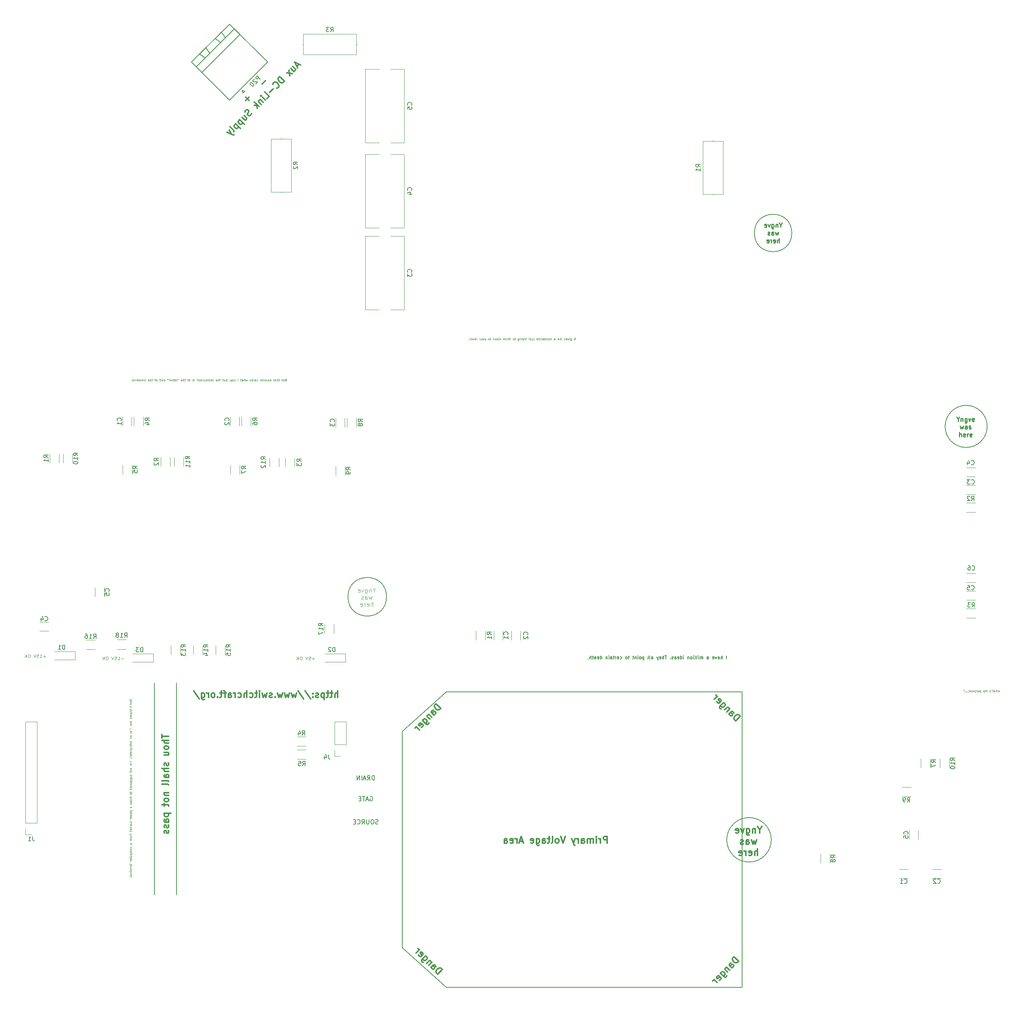
<source format=gbo>
G04 #@! TF.FileFunction,Legend,Bot*
%FSLAX46Y46*%
G04 Gerber Fmt 4.6, Leading zero omitted, Abs format (unit mm)*
G04 Created by KiCad (PCBNEW 4.0.6) date 2017 August 14, Monday 14:56:33*
%MOMM*%
%LPD*%
G01*
G04 APERTURE LIST*
%ADD10C,0.100000*%
%ADD11C,0.125000*%
%ADD12C,0.200000*%
%ADD13C,0.187500*%
%ADD14C,0.250000*%
%ADD15C,0.300000*%
%ADD16C,0.120000*%
%ADD17C,0.150000*%
G04 APERTURE END LIST*
D10*
D11*
X82773992Y-19530190D02*
X82773992Y-19030190D01*
X82488278Y-19530190D01*
X82488278Y-19030190D01*
X82178754Y-19530190D02*
X82226373Y-19506381D01*
X82250182Y-19482571D01*
X82273992Y-19434952D01*
X82273992Y-19292095D01*
X82250182Y-19244476D01*
X82226373Y-19220667D01*
X82178754Y-19196857D01*
X82107325Y-19196857D01*
X82059706Y-19220667D01*
X82035897Y-19244476D01*
X82012087Y-19292095D01*
X82012087Y-19434952D01*
X82035897Y-19482571D01*
X82059706Y-19506381D01*
X82107325Y-19530190D01*
X82178754Y-19530190D01*
X81869230Y-19196857D02*
X81678754Y-19196857D01*
X81797801Y-19030190D02*
X81797801Y-19458762D01*
X81773992Y-19506381D01*
X81726373Y-19530190D01*
X81678754Y-19530190D01*
X81202564Y-19196857D02*
X81012088Y-19196857D01*
X81131135Y-19030190D02*
X81131135Y-19458762D01*
X81107326Y-19506381D01*
X81059707Y-19530190D01*
X81012088Y-19530190D01*
X80845421Y-19530190D02*
X80845421Y-19030190D01*
X80631136Y-19530190D02*
X80631136Y-19268286D01*
X80654945Y-19220667D01*
X80702564Y-19196857D01*
X80773993Y-19196857D01*
X80821612Y-19220667D01*
X80845421Y-19244476D01*
X80178755Y-19530190D02*
X80178755Y-19268286D01*
X80202564Y-19220667D01*
X80250183Y-19196857D01*
X80345421Y-19196857D01*
X80393040Y-19220667D01*
X80178755Y-19506381D02*
X80226374Y-19530190D01*
X80345421Y-19530190D01*
X80393040Y-19506381D01*
X80416850Y-19458762D01*
X80416850Y-19411143D01*
X80393040Y-19363524D01*
X80345421Y-19339714D01*
X80226374Y-19339714D01*
X80178755Y-19315905D01*
X80012088Y-19196857D02*
X79821612Y-19196857D01*
X79940659Y-19030190D02*
X79940659Y-19458762D01*
X79916850Y-19506381D01*
X79869231Y-19530190D01*
X79821612Y-19530190D01*
X79059708Y-19530190D02*
X79059708Y-19268286D01*
X79083517Y-19220667D01*
X79131136Y-19196857D01*
X79226374Y-19196857D01*
X79273993Y-19220667D01*
X79059708Y-19506381D02*
X79107327Y-19530190D01*
X79226374Y-19530190D01*
X79273993Y-19506381D01*
X79297803Y-19458762D01*
X79297803Y-19411143D01*
X79273993Y-19363524D01*
X79226374Y-19339714D01*
X79107327Y-19339714D01*
X79059708Y-19315905D01*
X78821612Y-19196857D02*
X78821612Y-19530190D01*
X78821612Y-19244476D02*
X78797803Y-19220667D01*
X78750184Y-19196857D01*
X78678755Y-19196857D01*
X78631136Y-19220667D01*
X78607327Y-19268286D01*
X78607327Y-19530190D01*
X78416850Y-19196857D02*
X78297803Y-19530190D01*
X78178755Y-19196857D02*
X78297803Y-19530190D01*
X78345422Y-19649238D01*
X78369231Y-19673048D01*
X78416850Y-19696857D01*
X77916851Y-19530190D02*
X77964470Y-19506381D01*
X77988279Y-19482571D01*
X78012089Y-19434952D01*
X78012089Y-19292095D01*
X77988279Y-19244476D01*
X77964470Y-19220667D01*
X77916851Y-19196857D01*
X77845422Y-19196857D01*
X77797803Y-19220667D01*
X77773994Y-19244476D01*
X77750184Y-19292095D01*
X77750184Y-19434952D01*
X77773994Y-19482571D01*
X77797803Y-19506381D01*
X77845422Y-19530190D01*
X77916851Y-19530190D01*
X77535898Y-19196857D02*
X77535898Y-19530190D01*
X77535898Y-19244476D02*
X77512089Y-19220667D01*
X77464470Y-19196857D01*
X77393041Y-19196857D01*
X77345422Y-19220667D01*
X77321613Y-19268286D01*
X77321613Y-19530190D01*
X76893041Y-19506381D02*
X76940660Y-19530190D01*
X77035898Y-19530190D01*
X77083517Y-19506381D01*
X77107327Y-19458762D01*
X77107327Y-19268286D01*
X77083517Y-19220667D01*
X77035898Y-19196857D01*
X76940660Y-19196857D01*
X76893041Y-19220667D01*
X76869232Y-19268286D01*
X76869232Y-19315905D01*
X77107327Y-19363524D01*
X76059709Y-19506381D02*
X76107328Y-19530190D01*
X76202566Y-19530190D01*
X76250185Y-19506381D01*
X76273994Y-19482571D01*
X76297804Y-19434952D01*
X76297804Y-19292095D01*
X76273994Y-19244476D01*
X76250185Y-19220667D01*
X76202566Y-19196857D01*
X76107328Y-19196857D01*
X76059709Y-19220667D01*
X75631138Y-19530190D02*
X75631138Y-19268286D01*
X75654947Y-19220667D01*
X75702566Y-19196857D01*
X75797804Y-19196857D01*
X75845423Y-19220667D01*
X75631138Y-19506381D02*
X75678757Y-19530190D01*
X75797804Y-19530190D01*
X75845423Y-19506381D01*
X75869233Y-19458762D01*
X75869233Y-19411143D01*
X75845423Y-19363524D01*
X75797804Y-19339714D01*
X75678757Y-19339714D01*
X75631138Y-19315905D01*
X75393042Y-19530190D02*
X75393042Y-19196857D01*
X75393042Y-19292095D02*
X75369233Y-19244476D01*
X75345423Y-19220667D01*
X75297804Y-19196857D01*
X75250185Y-19196857D01*
X74893042Y-19506381D02*
X74940661Y-19530190D01*
X75035899Y-19530190D01*
X75083518Y-19506381D01*
X75107328Y-19458762D01*
X75107328Y-19268286D01*
X75083518Y-19220667D01*
X75035899Y-19196857D01*
X74940661Y-19196857D01*
X74893042Y-19220667D01*
X74869233Y-19268286D01*
X74869233Y-19315905D01*
X75107328Y-19363524D01*
X74678757Y-19506381D02*
X74631138Y-19530190D01*
X74535900Y-19530190D01*
X74488281Y-19506381D01*
X74464471Y-19458762D01*
X74464471Y-19434952D01*
X74488281Y-19387333D01*
X74535900Y-19363524D01*
X74607328Y-19363524D01*
X74654947Y-19339714D01*
X74678757Y-19292095D01*
X74678757Y-19268286D01*
X74654947Y-19220667D01*
X74607328Y-19196857D01*
X74535900Y-19196857D01*
X74488281Y-19220667D01*
X73916852Y-19196857D02*
X73821614Y-19530190D01*
X73726376Y-19292095D01*
X73631138Y-19530190D01*
X73535900Y-19196857D01*
X73345423Y-19530190D02*
X73345423Y-19030190D01*
X73131138Y-19530190D02*
X73131138Y-19268286D01*
X73154947Y-19220667D01*
X73202566Y-19196857D01*
X73273995Y-19196857D01*
X73321614Y-19220667D01*
X73345423Y-19244476D01*
X72678757Y-19530190D02*
X72678757Y-19268286D01*
X72702566Y-19220667D01*
X72750185Y-19196857D01*
X72845423Y-19196857D01*
X72893042Y-19220667D01*
X72678757Y-19506381D02*
X72726376Y-19530190D01*
X72845423Y-19530190D01*
X72893042Y-19506381D01*
X72916852Y-19458762D01*
X72916852Y-19411143D01*
X72893042Y-19363524D01*
X72845423Y-19339714D01*
X72726376Y-19339714D01*
X72678757Y-19315905D01*
X72512090Y-19196857D02*
X72321614Y-19196857D01*
X72440661Y-19030190D02*
X72440661Y-19458762D01*
X72416852Y-19506381D01*
X72369233Y-19530190D01*
X72321614Y-19530190D01*
X71773995Y-19530190D02*
X71773995Y-19030190D01*
X71178758Y-19506381D02*
X71131139Y-19530190D01*
X71035901Y-19530190D01*
X70988282Y-19506381D01*
X70964472Y-19458762D01*
X70964472Y-19434952D01*
X70988282Y-19387333D01*
X71035901Y-19363524D01*
X71107329Y-19363524D01*
X71154948Y-19339714D01*
X71178758Y-19292095D01*
X71178758Y-19268286D01*
X71154948Y-19220667D01*
X71107329Y-19196857D01*
X71035901Y-19196857D01*
X70988282Y-19220667D01*
X70535901Y-19530190D02*
X70535901Y-19268286D01*
X70559710Y-19220667D01*
X70607329Y-19196857D01*
X70702567Y-19196857D01*
X70750186Y-19220667D01*
X70535901Y-19506381D02*
X70583520Y-19530190D01*
X70702567Y-19530190D01*
X70750186Y-19506381D01*
X70773996Y-19458762D01*
X70773996Y-19411143D01*
X70750186Y-19363524D01*
X70702567Y-19339714D01*
X70583520Y-19339714D01*
X70535901Y-19315905D01*
X70345424Y-19196857D02*
X70226377Y-19530190D01*
X70107329Y-19196857D02*
X70226377Y-19530190D01*
X70273996Y-19649238D01*
X70297805Y-19673048D01*
X70345424Y-19696857D01*
X69893044Y-19506381D02*
X69893044Y-19530190D01*
X69916853Y-19577810D01*
X69940663Y-19601619D01*
X69297806Y-19530190D02*
X69297806Y-19030190D01*
X69297806Y-19220667D02*
X69250187Y-19196857D01*
X69154949Y-19196857D01*
X69107330Y-19220667D01*
X69083521Y-19244476D01*
X69059711Y-19292095D01*
X69059711Y-19434952D01*
X69083521Y-19482571D01*
X69107330Y-19506381D01*
X69154949Y-19530190D01*
X69250187Y-19530190D01*
X69297806Y-19506381D01*
X68631140Y-19196857D02*
X68631140Y-19530190D01*
X68845425Y-19196857D02*
X68845425Y-19458762D01*
X68821616Y-19506381D01*
X68773997Y-19530190D01*
X68702568Y-19530190D01*
X68654949Y-19506381D01*
X68631140Y-19482571D01*
X68464473Y-19196857D02*
X68273997Y-19196857D01*
X68393044Y-19030190D02*
X68393044Y-19458762D01*
X68369235Y-19506381D01*
X68321616Y-19530190D01*
X68273997Y-19530190D01*
X67797807Y-19196857D02*
X67607331Y-19196857D01*
X67726378Y-19030190D02*
X67726378Y-19458762D01*
X67702569Y-19506381D01*
X67654950Y-19530190D01*
X67607331Y-19530190D01*
X67440664Y-19530190D02*
X67440664Y-19030190D01*
X67226379Y-19530190D02*
X67226379Y-19268286D01*
X67250188Y-19220667D01*
X67297807Y-19196857D01*
X67369236Y-19196857D01*
X67416855Y-19220667D01*
X67440664Y-19244476D01*
X66797807Y-19506381D02*
X66845426Y-19530190D01*
X66940664Y-19530190D01*
X66988283Y-19506381D01*
X67012093Y-19458762D01*
X67012093Y-19268286D01*
X66988283Y-19220667D01*
X66940664Y-19196857D01*
X66845426Y-19196857D01*
X66797807Y-19220667D01*
X66773998Y-19268286D01*
X66773998Y-19315905D01*
X67012093Y-19363524D01*
X66178760Y-19530190D02*
X66178760Y-19196857D01*
X66178760Y-19292095D02*
X66154951Y-19244476D01*
X66131141Y-19220667D01*
X66083522Y-19196857D01*
X66035903Y-19196857D01*
X65678760Y-19506381D02*
X65726379Y-19530190D01*
X65821617Y-19530190D01*
X65869236Y-19506381D01*
X65893046Y-19458762D01*
X65893046Y-19268286D01*
X65869236Y-19220667D01*
X65821617Y-19196857D01*
X65726379Y-19196857D01*
X65678760Y-19220667D01*
X65654951Y-19268286D01*
X65654951Y-19315905D01*
X65893046Y-19363524D01*
X65464475Y-19506381D02*
X65416856Y-19530190D01*
X65321618Y-19530190D01*
X65273999Y-19506381D01*
X65250189Y-19458762D01*
X65250189Y-19434952D01*
X65273999Y-19387333D01*
X65321618Y-19363524D01*
X65393046Y-19363524D01*
X65440665Y-19339714D01*
X65464475Y-19292095D01*
X65464475Y-19268286D01*
X65440665Y-19220667D01*
X65393046Y-19196857D01*
X65321618Y-19196857D01*
X65273999Y-19220667D01*
X65107332Y-19196857D02*
X64916856Y-19196857D01*
X65035903Y-19030190D02*
X65035903Y-19458762D01*
X65012094Y-19506381D01*
X64964475Y-19530190D01*
X64916856Y-19530190D01*
X64535904Y-19530190D02*
X64535904Y-19268286D01*
X64559713Y-19220667D01*
X64607332Y-19196857D01*
X64702570Y-19196857D01*
X64750189Y-19220667D01*
X64535904Y-19506381D02*
X64583523Y-19530190D01*
X64702570Y-19530190D01*
X64750189Y-19506381D01*
X64773999Y-19458762D01*
X64773999Y-19411143D01*
X64750189Y-19363524D01*
X64702570Y-19339714D01*
X64583523Y-19339714D01*
X64535904Y-19315905D01*
X64083523Y-19196857D02*
X64083523Y-19530190D01*
X64297808Y-19196857D02*
X64297808Y-19458762D01*
X64273999Y-19506381D01*
X64226380Y-19530190D01*
X64154951Y-19530190D01*
X64107332Y-19506381D01*
X64083523Y-19482571D01*
X63845427Y-19530190D02*
X63845427Y-19196857D01*
X63845427Y-19292095D02*
X63821618Y-19244476D01*
X63797808Y-19220667D01*
X63750189Y-19196857D01*
X63702570Y-19196857D01*
X63321618Y-19530190D02*
X63321618Y-19268286D01*
X63345427Y-19220667D01*
X63393046Y-19196857D01*
X63488284Y-19196857D01*
X63535903Y-19220667D01*
X63321618Y-19506381D02*
X63369237Y-19530190D01*
X63488284Y-19530190D01*
X63535903Y-19506381D01*
X63559713Y-19458762D01*
X63559713Y-19411143D01*
X63535903Y-19363524D01*
X63488284Y-19339714D01*
X63369237Y-19339714D01*
X63321618Y-19315905D01*
X63083522Y-19196857D02*
X63083522Y-19530190D01*
X63083522Y-19244476D02*
X63059713Y-19220667D01*
X63012094Y-19196857D01*
X62940665Y-19196857D01*
X62893046Y-19220667D01*
X62869237Y-19268286D01*
X62869237Y-19530190D01*
X62702570Y-19196857D02*
X62512094Y-19196857D01*
X62631141Y-19030190D02*
X62631141Y-19458762D01*
X62607332Y-19506381D01*
X62559713Y-19530190D01*
X62512094Y-19530190D01*
X61964475Y-19530190D02*
X61964475Y-19196857D01*
X61964475Y-19030190D02*
X61988285Y-19054000D01*
X61964475Y-19077810D01*
X61940666Y-19054000D01*
X61964475Y-19030190D01*
X61964475Y-19077810D01*
X61750190Y-19506381D02*
X61702571Y-19530190D01*
X61607333Y-19530190D01*
X61559714Y-19506381D01*
X61535904Y-19458762D01*
X61535904Y-19434952D01*
X61559714Y-19387333D01*
X61607333Y-19363524D01*
X61678761Y-19363524D01*
X61726380Y-19339714D01*
X61750190Y-19292095D01*
X61750190Y-19268286D01*
X61726380Y-19220667D01*
X61678761Y-19196857D01*
X61607333Y-19196857D01*
X61559714Y-19220667D01*
X60726381Y-19530190D02*
X60726381Y-19268286D01*
X60750190Y-19220667D01*
X60797809Y-19196857D01*
X60893047Y-19196857D01*
X60940666Y-19220667D01*
X60726381Y-19506381D02*
X60774000Y-19530190D01*
X60893047Y-19530190D01*
X60940666Y-19506381D01*
X60964476Y-19458762D01*
X60964476Y-19411143D01*
X60940666Y-19363524D01*
X60893047Y-19339714D01*
X60774000Y-19339714D01*
X60726381Y-19315905D01*
X60559714Y-19196857D02*
X60369238Y-19196857D01*
X60488285Y-19030190D02*
X60488285Y-19458762D01*
X60464476Y-19506381D01*
X60416857Y-19530190D01*
X60369238Y-19530190D01*
X59893048Y-19196857D02*
X59702572Y-19196857D01*
X59821619Y-19030190D02*
X59821619Y-19458762D01*
X59797810Y-19506381D01*
X59750191Y-19530190D01*
X59702572Y-19530190D01*
X59535905Y-19530190D02*
X59535905Y-19030190D01*
X59321620Y-19530190D02*
X59321620Y-19268286D01*
X59345429Y-19220667D01*
X59393048Y-19196857D01*
X59464477Y-19196857D01*
X59512096Y-19220667D01*
X59535905Y-19244476D01*
X58893048Y-19506381D02*
X58940667Y-19530190D01*
X59035905Y-19530190D01*
X59083524Y-19506381D01*
X59107334Y-19458762D01*
X59107334Y-19268286D01*
X59083524Y-19220667D01*
X59035905Y-19196857D01*
X58940667Y-19196857D01*
X58893048Y-19220667D01*
X58869239Y-19268286D01*
X58869239Y-19315905D01*
X59107334Y-19363524D01*
X58202573Y-19030190D02*
X58202573Y-19149238D01*
X58321620Y-19101619D02*
X58202573Y-19149238D01*
X58083525Y-19101619D01*
X58274001Y-19244476D02*
X58202573Y-19149238D01*
X58131144Y-19244476D01*
X57821621Y-19530190D02*
X57869240Y-19506381D01*
X57893049Y-19482571D01*
X57916859Y-19434952D01*
X57916859Y-19292095D01*
X57893049Y-19244476D01*
X57869240Y-19220667D01*
X57821621Y-19196857D01*
X57750192Y-19196857D01*
X57702573Y-19220667D01*
X57678764Y-19244476D01*
X57654954Y-19292095D01*
X57654954Y-19434952D01*
X57678764Y-19482571D01*
X57702573Y-19506381D01*
X57750192Y-19530190D01*
X57821621Y-19530190D01*
X57512097Y-19196857D02*
X57321621Y-19196857D01*
X57440668Y-19030190D02*
X57440668Y-19458762D01*
X57416859Y-19506381D01*
X57369240Y-19530190D01*
X57321621Y-19530190D01*
X57154954Y-19530190D02*
X57154954Y-19030190D01*
X56940669Y-19530190D02*
X56940669Y-19268286D01*
X56964478Y-19220667D01*
X57012097Y-19196857D01*
X57083526Y-19196857D01*
X57131145Y-19220667D01*
X57154954Y-19244476D01*
X56512097Y-19506381D02*
X56559716Y-19530190D01*
X56654954Y-19530190D01*
X56702573Y-19506381D01*
X56726383Y-19458762D01*
X56726383Y-19268286D01*
X56702573Y-19220667D01*
X56654954Y-19196857D01*
X56559716Y-19196857D01*
X56512097Y-19220667D01*
X56488288Y-19268286D01*
X56488288Y-19315905D01*
X56726383Y-19363524D01*
X56274002Y-19530190D02*
X56274002Y-19196857D01*
X56274002Y-19292095D02*
X56250193Y-19244476D01*
X56226383Y-19220667D01*
X56178764Y-19196857D01*
X56131145Y-19196857D01*
X55893050Y-19030190D02*
X55893050Y-19149238D01*
X56012097Y-19101619D02*
X55893050Y-19149238D01*
X55774002Y-19101619D01*
X55964478Y-19244476D02*
X55893050Y-19149238D01*
X55821621Y-19244476D01*
X55012098Y-19506381D02*
X55059717Y-19530190D01*
X55154955Y-19530190D01*
X55202574Y-19506381D01*
X55226384Y-19458762D01*
X55226384Y-19268286D01*
X55202574Y-19220667D01*
X55154955Y-19196857D01*
X55059717Y-19196857D01*
X55012098Y-19220667D01*
X54988289Y-19268286D01*
X54988289Y-19315905D01*
X55226384Y-19363524D01*
X54774003Y-19196857D02*
X54774003Y-19530190D01*
X54774003Y-19244476D02*
X54750194Y-19220667D01*
X54702575Y-19196857D01*
X54631146Y-19196857D01*
X54583527Y-19220667D01*
X54559718Y-19268286D01*
X54559718Y-19530190D01*
X54107337Y-19530190D02*
X54107337Y-19030190D01*
X54107337Y-19506381D02*
X54154956Y-19530190D01*
X54250194Y-19530190D01*
X54297813Y-19506381D01*
X54321622Y-19482571D01*
X54345432Y-19434952D01*
X54345432Y-19292095D01*
X54321622Y-19244476D01*
X54297813Y-19220667D01*
X54250194Y-19196857D01*
X54154956Y-19196857D01*
X54107337Y-19220667D01*
X53416861Y-19530190D02*
X53464480Y-19506381D01*
X53488289Y-19482571D01*
X53512099Y-19434952D01*
X53512099Y-19292095D01*
X53488289Y-19244476D01*
X53464480Y-19220667D01*
X53416861Y-19196857D01*
X53345432Y-19196857D01*
X53297813Y-19220667D01*
X53274004Y-19244476D01*
X53250194Y-19292095D01*
X53250194Y-19434952D01*
X53274004Y-19482571D01*
X53297813Y-19506381D01*
X53345432Y-19530190D01*
X53416861Y-19530190D01*
X53107337Y-19196857D02*
X52916861Y-19196857D01*
X53035908Y-19530190D02*
X53035908Y-19101619D01*
X53012099Y-19054000D01*
X52964480Y-19030190D01*
X52916861Y-19030190D01*
X52440671Y-19196857D02*
X52250195Y-19196857D01*
X52369242Y-19030190D02*
X52369242Y-19458762D01*
X52345433Y-19506381D01*
X52297814Y-19530190D01*
X52250195Y-19530190D01*
X52083528Y-19530190D02*
X52083528Y-19030190D01*
X51869243Y-19530190D02*
X51869243Y-19268286D01*
X51893052Y-19220667D01*
X51940671Y-19196857D01*
X52012100Y-19196857D01*
X52059719Y-19220667D01*
X52083528Y-19244476D01*
X51440671Y-19506381D02*
X51488290Y-19530190D01*
X51583528Y-19530190D01*
X51631147Y-19506381D01*
X51654957Y-19458762D01*
X51654957Y-19268286D01*
X51631147Y-19220667D01*
X51583528Y-19196857D01*
X51488290Y-19196857D01*
X51440671Y-19220667D01*
X51416862Y-19268286D01*
X51416862Y-19315905D01*
X51654957Y-19363524D01*
X50821624Y-19030190D02*
X50821624Y-19434952D01*
X50797815Y-19482571D01*
X50774005Y-19506381D01*
X50726386Y-19530190D01*
X50631148Y-19530190D01*
X50583529Y-19506381D01*
X50559720Y-19482571D01*
X50535910Y-19434952D01*
X50535910Y-19030190D01*
X50297814Y-19196857D02*
X50297814Y-19530190D01*
X50297814Y-19244476D02*
X50274005Y-19220667D01*
X50226386Y-19196857D01*
X50154957Y-19196857D01*
X50107338Y-19220667D01*
X50083529Y-19268286D01*
X50083529Y-19530190D01*
X49845433Y-19530190D02*
X49845433Y-19196857D01*
X49845433Y-19030190D02*
X49869243Y-19054000D01*
X49845433Y-19077810D01*
X49821624Y-19054000D01*
X49845433Y-19030190D01*
X49845433Y-19077810D01*
X49654957Y-19196857D02*
X49535910Y-19530190D01*
X49416862Y-19196857D01*
X49035910Y-19506381D02*
X49083529Y-19530190D01*
X49178767Y-19530190D01*
X49226386Y-19506381D01*
X49250196Y-19458762D01*
X49250196Y-19268286D01*
X49226386Y-19220667D01*
X49178767Y-19196857D01*
X49083529Y-19196857D01*
X49035910Y-19220667D01*
X49012101Y-19268286D01*
X49012101Y-19315905D01*
X49250196Y-19363524D01*
X48797815Y-19530190D02*
X48797815Y-19196857D01*
X48797815Y-19292095D02*
X48774006Y-19244476D01*
X48750196Y-19220667D01*
X48702577Y-19196857D01*
X48654958Y-19196857D01*
X48512101Y-19506381D02*
X48464482Y-19530190D01*
X48369244Y-19530190D01*
X48321625Y-19506381D01*
X48297815Y-19458762D01*
X48297815Y-19434952D01*
X48321625Y-19387333D01*
X48369244Y-19363524D01*
X48440672Y-19363524D01*
X48488291Y-19339714D01*
X48512101Y-19292095D01*
X48512101Y-19268286D01*
X48488291Y-19220667D01*
X48440672Y-19196857D01*
X48369244Y-19196857D01*
X48321625Y-19220667D01*
X47893053Y-19506381D02*
X47940672Y-19530190D01*
X48035910Y-19530190D01*
X48083529Y-19506381D01*
X48107339Y-19458762D01*
X48107339Y-19268286D01*
X48083529Y-19220667D01*
X48035910Y-19196857D01*
X47940672Y-19196857D01*
X47893053Y-19220667D01*
X47869244Y-19268286D01*
X47869244Y-19315905D01*
X48107339Y-19363524D01*
X47654958Y-19482571D02*
X47631149Y-19506381D01*
X47654958Y-19530190D01*
X47678768Y-19506381D01*
X47654958Y-19482571D01*
X47654958Y-19530190D01*
D12*
X105461981Y-68453000D02*
G75*
G03X105461981Y-68453000I-4369981J0D01*
G01*
D10*
X102679286Y-66956190D02*
X102679286Y-67432381D01*
X103012619Y-66432381D02*
X102679286Y-66956190D01*
X102345952Y-66432381D01*
X102012619Y-66765714D02*
X102012619Y-67432381D01*
X102012619Y-66860952D02*
X101965000Y-66813333D01*
X101869762Y-66765714D01*
X101726904Y-66765714D01*
X101631666Y-66813333D01*
X101584047Y-66908571D01*
X101584047Y-67432381D01*
X100679285Y-66765714D02*
X100679285Y-67575238D01*
X100726904Y-67670476D01*
X100774523Y-67718095D01*
X100869762Y-67765714D01*
X101012619Y-67765714D01*
X101107857Y-67718095D01*
X100679285Y-67384762D02*
X100774523Y-67432381D01*
X100965000Y-67432381D01*
X101060238Y-67384762D01*
X101107857Y-67337143D01*
X101155476Y-67241905D01*
X101155476Y-66956190D01*
X101107857Y-66860952D01*
X101060238Y-66813333D01*
X100965000Y-66765714D01*
X100774523Y-66765714D01*
X100679285Y-66813333D01*
X100298333Y-66765714D02*
X100060238Y-67432381D01*
X99822142Y-66765714D01*
X99060237Y-67384762D02*
X99155475Y-67432381D01*
X99345952Y-67432381D01*
X99441190Y-67384762D01*
X99488809Y-67289524D01*
X99488809Y-66908571D01*
X99441190Y-66813333D01*
X99345952Y-66765714D01*
X99155475Y-66765714D01*
X99060237Y-66813333D01*
X99012618Y-66908571D01*
X99012618Y-67003810D01*
X99488809Y-67099048D01*
X102203095Y-68365714D02*
X102012619Y-69032381D01*
X101822142Y-68556190D01*
X101631666Y-69032381D01*
X101441190Y-68365714D01*
X100631666Y-69032381D02*
X100631666Y-68508571D01*
X100679285Y-68413333D01*
X100774523Y-68365714D01*
X100965000Y-68365714D01*
X101060238Y-68413333D01*
X100631666Y-68984762D02*
X100726904Y-69032381D01*
X100965000Y-69032381D01*
X101060238Y-68984762D01*
X101107857Y-68889524D01*
X101107857Y-68794286D01*
X101060238Y-68699048D01*
X100965000Y-68651429D01*
X100726904Y-68651429D01*
X100631666Y-68603810D01*
X100203095Y-68984762D02*
X100107857Y-69032381D01*
X99917381Y-69032381D01*
X99822142Y-68984762D01*
X99774523Y-68889524D01*
X99774523Y-68841905D01*
X99822142Y-68746667D01*
X99917381Y-68699048D01*
X100060238Y-68699048D01*
X100155476Y-68651429D01*
X100203095Y-68556190D01*
X100203095Y-68508571D01*
X100155476Y-68413333D01*
X100060238Y-68365714D01*
X99917381Y-68365714D01*
X99822142Y-68413333D01*
X102345953Y-70632381D02*
X102345953Y-69632381D01*
X101917381Y-70632381D02*
X101917381Y-70108571D01*
X101965000Y-70013333D01*
X102060238Y-69965714D01*
X102203096Y-69965714D01*
X102298334Y-70013333D01*
X102345953Y-70060952D01*
X101060238Y-70584762D02*
X101155476Y-70632381D01*
X101345953Y-70632381D01*
X101441191Y-70584762D01*
X101488810Y-70489524D01*
X101488810Y-70108571D01*
X101441191Y-70013333D01*
X101345953Y-69965714D01*
X101155476Y-69965714D01*
X101060238Y-70013333D01*
X101012619Y-70108571D01*
X101012619Y-70203810D01*
X101488810Y-70299048D01*
X100584048Y-70632381D02*
X100584048Y-69965714D01*
X100584048Y-70156190D02*
X100536429Y-70060952D01*
X100488810Y-70013333D01*
X100393572Y-69965714D01*
X100298333Y-69965714D01*
X99584047Y-70584762D02*
X99679285Y-70632381D01*
X99869762Y-70632381D01*
X99965000Y-70584762D01*
X100012619Y-70489524D01*
X100012619Y-70108571D01*
X99965000Y-70013333D01*
X99869762Y-69965714D01*
X99679285Y-69965714D01*
X99584047Y-70013333D01*
X99536428Y-70108571D01*
X99536428Y-70203810D01*
X100012619Y-70299048D01*
X89139857Y-82476571D02*
X88568428Y-82476571D01*
X88854142Y-82762286D02*
X88854142Y-82190857D01*
X87854143Y-82012286D02*
X88211286Y-82012286D01*
X88247000Y-82369429D01*
X88211286Y-82333714D01*
X88139857Y-82298000D01*
X87961286Y-82298000D01*
X87889857Y-82333714D01*
X87854143Y-82369429D01*
X87818428Y-82440857D01*
X87818428Y-82619429D01*
X87854143Y-82690857D01*
X87889857Y-82726571D01*
X87961286Y-82762286D01*
X88139857Y-82762286D01*
X88211286Y-82726571D01*
X88247000Y-82690857D01*
X87604142Y-82012286D02*
X87354142Y-82762286D01*
X87104142Y-82012286D01*
X86139856Y-82012286D02*
X85996999Y-82012286D01*
X85925571Y-82048000D01*
X85854142Y-82119429D01*
X85818428Y-82262286D01*
X85818428Y-82512286D01*
X85854142Y-82655143D01*
X85925571Y-82726571D01*
X85996999Y-82762286D01*
X86139856Y-82762286D01*
X86211285Y-82726571D01*
X86282714Y-82655143D01*
X86318428Y-82512286D01*
X86318428Y-82262286D01*
X86282714Y-82119429D01*
X86211285Y-82048000D01*
X86139856Y-82012286D01*
X85497000Y-82762286D02*
X85497000Y-82012286D01*
X85068428Y-82762286D02*
X85389857Y-82333714D01*
X85068428Y-82012286D02*
X85497000Y-82440857D01*
X45936000Y-82476571D02*
X45364571Y-82476571D01*
X44614571Y-82762286D02*
X45043143Y-82762286D01*
X44828857Y-82762286D02*
X44828857Y-82012286D01*
X44900286Y-82119429D01*
X44971714Y-82190857D01*
X45043143Y-82226571D01*
X43936000Y-82012286D02*
X44293143Y-82012286D01*
X44328857Y-82369429D01*
X44293143Y-82333714D01*
X44221714Y-82298000D01*
X44043143Y-82298000D01*
X43971714Y-82333714D01*
X43936000Y-82369429D01*
X43900285Y-82440857D01*
X43900285Y-82619429D01*
X43936000Y-82690857D01*
X43971714Y-82726571D01*
X44043143Y-82762286D01*
X44221714Y-82762286D01*
X44293143Y-82726571D01*
X44328857Y-82690857D01*
X43685999Y-82012286D02*
X43435999Y-82762286D01*
X43185999Y-82012286D01*
X42221713Y-82012286D02*
X42078856Y-82012286D01*
X42007428Y-82048000D01*
X41935999Y-82119429D01*
X41900285Y-82262286D01*
X41900285Y-82512286D01*
X41935999Y-82655143D01*
X42007428Y-82726571D01*
X42078856Y-82762286D01*
X42221713Y-82762286D01*
X42293142Y-82726571D01*
X42364571Y-82655143D01*
X42400285Y-82512286D01*
X42400285Y-82262286D01*
X42364571Y-82119429D01*
X42293142Y-82048000D01*
X42221713Y-82012286D01*
X41578857Y-82762286D02*
X41578857Y-82012286D01*
X41150285Y-82762286D02*
X41471714Y-82333714D01*
X41150285Y-82012286D02*
X41578857Y-82440857D01*
X28283000Y-81968571D02*
X27711571Y-81968571D01*
X27997285Y-82254286D02*
X27997285Y-81682857D01*
X26961571Y-82254286D02*
X27390143Y-82254286D01*
X27175857Y-82254286D02*
X27175857Y-81504286D01*
X27247286Y-81611429D01*
X27318714Y-81682857D01*
X27390143Y-81718571D01*
X26283000Y-81504286D02*
X26640143Y-81504286D01*
X26675857Y-81861429D01*
X26640143Y-81825714D01*
X26568714Y-81790000D01*
X26390143Y-81790000D01*
X26318714Y-81825714D01*
X26283000Y-81861429D01*
X26247285Y-81932857D01*
X26247285Y-82111429D01*
X26283000Y-82182857D01*
X26318714Y-82218571D01*
X26390143Y-82254286D01*
X26568714Y-82254286D01*
X26640143Y-82218571D01*
X26675857Y-82182857D01*
X26032999Y-81504286D02*
X25782999Y-82254286D01*
X25532999Y-81504286D01*
X24568713Y-81504286D02*
X24425856Y-81504286D01*
X24354428Y-81540000D01*
X24282999Y-81611429D01*
X24247285Y-81754286D01*
X24247285Y-82004286D01*
X24282999Y-82147143D01*
X24354428Y-82218571D01*
X24425856Y-82254286D01*
X24568713Y-82254286D01*
X24640142Y-82218571D01*
X24711571Y-82147143D01*
X24747285Y-82004286D01*
X24747285Y-81754286D01*
X24711571Y-81611429D01*
X24640142Y-81540000D01*
X24568713Y-81504286D01*
X23925857Y-82254286D02*
X23925857Y-81504286D01*
X23497285Y-82254286D02*
X23818714Y-81825714D01*
X23497285Y-81504286D02*
X23925857Y-81932857D01*
D13*
X182459570Y-82535286D02*
X182459570Y-81785286D01*
X181530998Y-82535286D02*
X181530998Y-81785286D01*
X181209569Y-82535286D02*
X181209569Y-82142429D01*
X181245283Y-82071000D01*
X181316712Y-82035286D01*
X181423855Y-82035286D01*
X181495283Y-82071000D01*
X181530998Y-82106714D01*
X180530998Y-82535286D02*
X180530998Y-82142429D01*
X180566712Y-82071000D01*
X180638141Y-82035286D01*
X180780998Y-82035286D01*
X180852427Y-82071000D01*
X180530998Y-82499571D02*
X180602427Y-82535286D01*
X180780998Y-82535286D01*
X180852427Y-82499571D01*
X180888141Y-82428143D01*
X180888141Y-82356714D01*
X180852427Y-82285286D01*
X180780998Y-82249571D01*
X180602427Y-82249571D01*
X180530998Y-82213857D01*
X180245284Y-82035286D02*
X180066713Y-82535286D01*
X179888141Y-82035286D01*
X179316712Y-82499571D02*
X179388141Y-82535286D01*
X179530998Y-82535286D01*
X179602427Y-82499571D01*
X179638141Y-82428143D01*
X179638141Y-82142429D01*
X179602427Y-82071000D01*
X179530998Y-82035286D01*
X179388141Y-82035286D01*
X179316712Y-82071000D01*
X179280998Y-82142429D01*
X179280998Y-82213857D01*
X179638141Y-82285286D01*
X178066712Y-82535286D02*
X178066712Y-82142429D01*
X178102426Y-82071000D01*
X178173855Y-82035286D01*
X178316712Y-82035286D01*
X178388141Y-82071000D01*
X178066712Y-82499571D02*
X178138141Y-82535286D01*
X178316712Y-82535286D01*
X178388141Y-82499571D01*
X178423855Y-82428143D01*
X178423855Y-82356714D01*
X178388141Y-82285286D01*
X178316712Y-82249571D01*
X178138141Y-82249571D01*
X178066712Y-82213857D01*
X177138141Y-82535286D02*
X177138141Y-82035286D01*
X177138141Y-82106714D02*
X177102426Y-82071000D01*
X177030998Y-82035286D01*
X176923855Y-82035286D01*
X176852426Y-82071000D01*
X176816712Y-82142429D01*
X176816712Y-82535286D01*
X176816712Y-82142429D02*
X176780998Y-82071000D01*
X176709569Y-82035286D01*
X176602426Y-82035286D01*
X176530998Y-82071000D01*
X176495283Y-82142429D01*
X176495283Y-82535286D01*
X176138141Y-82535286D02*
X176138141Y-82035286D01*
X176138141Y-81785286D02*
X176173855Y-81821000D01*
X176138141Y-81856714D01*
X176102426Y-81821000D01*
X176138141Y-81785286D01*
X176138141Y-81856714D01*
X175673855Y-82535286D02*
X175745283Y-82499571D01*
X175780998Y-82428143D01*
X175780998Y-81785286D01*
X175280998Y-82535286D02*
X175352426Y-82499571D01*
X175388141Y-82428143D01*
X175388141Y-81785286D01*
X174995284Y-82535286D02*
X174995284Y-82035286D01*
X174995284Y-81785286D02*
X175030998Y-81821000D01*
X174995284Y-81856714D01*
X174959569Y-81821000D01*
X174995284Y-81785286D01*
X174995284Y-81856714D01*
X174530998Y-82535286D02*
X174602426Y-82499571D01*
X174638141Y-82463857D01*
X174673855Y-82392429D01*
X174673855Y-82178143D01*
X174638141Y-82106714D01*
X174602426Y-82071000D01*
X174530998Y-82035286D01*
X174423855Y-82035286D01*
X174352426Y-82071000D01*
X174316712Y-82106714D01*
X174280998Y-82178143D01*
X174280998Y-82392429D01*
X174316712Y-82463857D01*
X174352426Y-82499571D01*
X174423855Y-82535286D01*
X174530998Y-82535286D01*
X173959570Y-82035286D02*
X173959570Y-82535286D01*
X173959570Y-82106714D02*
X173923855Y-82071000D01*
X173852427Y-82035286D01*
X173745284Y-82035286D01*
X173673855Y-82071000D01*
X173638141Y-82142429D01*
X173638141Y-82535286D01*
X172709570Y-82535286D02*
X172709570Y-82035286D01*
X172709570Y-81785286D02*
X172745284Y-81821000D01*
X172709570Y-81856714D01*
X172673855Y-81821000D01*
X172709570Y-81785286D01*
X172709570Y-81856714D01*
X172030998Y-82535286D02*
X172030998Y-81785286D01*
X172030998Y-82499571D02*
X172102427Y-82535286D01*
X172245284Y-82535286D01*
X172316712Y-82499571D01*
X172352427Y-82463857D01*
X172388141Y-82392429D01*
X172388141Y-82178143D01*
X172352427Y-82106714D01*
X172316712Y-82071000D01*
X172245284Y-82035286D01*
X172102427Y-82035286D01*
X172030998Y-82071000D01*
X171388141Y-82499571D02*
X171459570Y-82535286D01*
X171602427Y-82535286D01*
X171673856Y-82499571D01*
X171709570Y-82428143D01*
X171709570Y-82142429D01*
X171673856Y-82071000D01*
X171602427Y-82035286D01*
X171459570Y-82035286D01*
X171388141Y-82071000D01*
X171352427Y-82142429D01*
X171352427Y-82213857D01*
X171709570Y-82285286D01*
X170709570Y-82535286D02*
X170709570Y-82142429D01*
X170745284Y-82071000D01*
X170816713Y-82035286D01*
X170959570Y-82035286D01*
X171030999Y-82071000D01*
X170709570Y-82499571D02*
X170780999Y-82535286D01*
X170959570Y-82535286D01*
X171030999Y-82499571D01*
X171066713Y-82428143D01*
X171066713Y-82356714D01*
X171030999Y-82285286D01*
X170959570Y-82249571D01*
X170780999Y-82249571D01*
X170709570Y-82213857D01*
X170388142Y-82499571D02*
X170316713Y-82535286D01*
X170173856Y-82535286D01*
X170102428Y-82499571D01*
X170066713Y-82428143D01*
X170066713Y-82392429D01*
X170102428Y-82321000D01*
X170173856Y-82285286D01*
X170280999Y-82285286D01*
X170352428Y-82249571D01*
X170388142Y-82178143D01*
X170388142Y-82142429D01*
X170352428Y-82071000D01*
X170280999Y-82035286D01*
X170173856Y-82035286D01*
X170102428Y-82071000D01*
X169745285Y-82463857D02*
X169709570Y-82499571D01*
X169745285Y-82535286D01*
X169780999Y-82499571D01*
X169745285Y-82463857D01*
X169745285Y-82535286D01*
X168923855Y-81785286D02*
X168495284Y-81785286D01*
X168709570Y-82535286D02*
X168709570Y-81785286D01*
X168245284Y-82535286D02*
X168245284Y-81785286D01*
X167923855Y-82535286D02*
X167923855Y-82142429D01*
X167959569Y-82071000D01*
X168030998Y-82035286D01*
X168138141Y-82035286D01*
X168209569Y-82071000D01*
X168245284Y-82106714D01*
X167280998Y-82499571D02*
X167352427Y-82535286D01*
X167495284Y-82535286D01*
X167566713Y-82499571D01*
X167602427Y-82428143D01*
X167602427Y-82142429D01*
X167566713Y-82071000D01*
X167495284Y-82035286D01*
X167352427Y-82035286D01*
X167280998Y-82071000D01*
X167245284Y-82142429D01*
X167245284Y-82213857D01*
X167602427Y-82285286D01*
X166995284Y-82035286D02*
X166816713Y-82535286D01*
X166638141Y-82035286D02*
X166816713Y-82535286D01*
X166888141Y-82713857D01*
X166923856Y-82749571D01*
X166995284Y-82785286D01*
X165459569Y-82535286D02*
X165459569Y-82142429D01*
X165495283Y-82071000D01*
X165566712Y-82035286D01*
X165709569Y-82035286D01*
X165780998Y-82071000D01*
X165459569Y-82499571D02*
X165530998Y-82535286D01*
X165709569Y-82535286D01*
X165780998Y-82499571D01*
X165816712Y-82428143D01*
X165816712Y-82356714D01*
X165780998Y-82285286D01*
X165709569Y-82249571D01*
X165530998Y-82249571D01*
X165459569Y-82213857D01*
X164995284Y-82535286D02*
X165066712Y-82499571D01*
X165102427Y-82428143D01*
X165102427Y-81785286D01*
X164602427Y-82535286D02*
X164673855Y-82499571D01*
X164709570Y-82428143D01*
X164709570Y-81785286D01*
X163745284Y-82035286D02*
X163745284Y-82785286D01*
X163745284Y-82071000D02*
X163673855Y-82035286D01*
X163530998Y-82035286D01*
X163459569Y-82071000D01*
X163423855Y-82106714D01*
X163388141Y-82178143D01*
X163388141Y-82392429D01*
X163423855Y-82463857D01*
X163459569Y-82499571D01*
X163530998Y-82535286D01*
X163673855Y-82535286D01*
X163745284Y-82499571D01*
X162959570Y-82535286D02*
X163030998Y-82499571D01*
X163066713Y-82463857D01*
X163102427Y-82392429D01*
X163102427Y-82178143D01*
X163066713Y-82106714D01*
X163030998Y-82071000D01*
X162959570Y-82035286D01*
X162852427Y-82035286D01*
X162780998Y-82071000D01*
X162745284Y-82106714D01*
X162709570Y-82178143D01*
X162709570Y-82392429D01*
X162745284Y-82463857D01*
X162780998Y-82499571D01*
X162852427Y-82535286D01*
X162959570Y-82535286D01*
X162388142Y-82535286D02*
X162388142Y-82035286D01*
X162388142Y-81785286D02*
X162423856Y-81821000D01*
X162388142Y-81856714D01*
X162352427Y-81821000D01*
X162388142Y-81785286D01*
X162388142Y-81856714D01*
X162030999Y-82035286D02*
X162030999Y-82535286D01*
X162030999Y-82106714D02*
X161995284Y-82071000D01*
X161923856Y-82035286D01*
X161816713Y-82035286D01*
X161745284Y-82071000D01*
X161709570Y-82142429D01*
X161709570Y-82535286D01*
X161459570Y-82035286D02*
X161173856Y-82035286D01*
X161352428Y-81785286D02*
X161352428Y-82428143D01*
X161316713Y-82499571D01*
X161245285Y-82535286D01*
X161173856Y-82535286D01*
X160459570Y-82035286D02*
X160173856Y-82035286D01*
X160352428Y-81785286D02*
X160352428Y-82428143D01*
X160316713Y-82499571D01*
X160245285Y-82535286D01*
X160173856Y-82535286D01*
X159816714Y-82535286D02*
X159888142Y-82499571D01*
X159923857Y-82463857D01*
X159959571Y-82392429D01*
X159959571Y-82178143D01*
X159923857Y-82106714D01*
X159888142Y-82071000D01*
X159816714Y-82035286D01*
X159709571Y-82035286D01*
X159638142Y-82071000D01*
X159602428Y-82106714D01*
X159566714Y-82178143D01*
X159566714Y-82392429D01*
X159602428Y-82463857D01*
X159638142Y-82499571D01*
X159709571Y-82535286D01*
X159816714Y-82535286D01*
X158352428Y-82499571D02*
X158423857Y-82535286D01*
X158566714Y-82535286D01*
X158638142Y-82499571D01*
X158673857Y-82463857D01*
X158709571Y-82392429D01*
X158709571Y-82178143D01*
X158673857Y-82106714D01*
X158638142Y-82071000D01*
X158566714Y-82035286D01*
X158423857Y-82035286D01*
X158352428Y-82071000D01*
X157745285Y-82499571D02*
X157816714Y-82535286D01*
X157959571Y-82535286D01*
X158031000Y-82499571D01*
X158066714Y-82428143D01*
X158066714Y-82142429D01*
X158031000Y-82071000D01*
X157959571Y-82035286D01*
X157816714Y-82035286D01*
X157745285Y-82071000D01*
X157709571Y-82142429D01*
X157709571Y-82213857D01*
X158066714Y-82285286D01*
X157388143Y-82535286D02*
X157388143Y-82035286D01*
X157388143Y-82178143D02*
X157352428Y-82106714D01*
X157316714Y-82071000D01*
X157245285Y-82035286D01*
X157173857Y-82035286D01*
X157030999Y-82035286D02*
X156745285Y-82035286D01*
X156923857Y-81785286D02*
X156923857Y-82428143D01*
X156888142Y-82499571D01*
X156816714Y-82535286D01*
X156745285Y-82535286D01*
X156173857Y-82535286D02*
X156173857Y-82142429D01*
X156209571Y-82071000D01*
X156281000Y-82035286D01*
X156423857Y-82035286D01*
X156495286Y-82071000D01*
X156173857Y-82499571D02*
X156245286Y-82535286D01*
X156423857Y-82535286D01*
X156495286Y-82499571D01*
X156531000Y-82428143D01*
X156531000Y-82356714D01*
X156495286Y-82285286D01*
X156423857Y-82249571D01*
X156245286Y-82249571D01*
X156173857Y-82213857D01*
X155816715Y-82535286D02*
X155816715Y-82035286D01*
X155816715Y-81785286D02*
X155852429Y-81821000D01*
X155816715Y-81856714D01*
X155781000Y-81821000D01*
X155816715Y-81785286D01*
X155816715Y-81856714D01*
X155459572Y-82035286D02*
X155459572Y-82535286D01*
X155459572Y-82106714D02*
X155423857Y-82071000D01*
X155352429Y-82035286D01*
X155245286Y-82035286D01*
X155173857Y-82071000D01*
X155138143Y-82142429D01*
X155138143Y-82535286D01*
X153888143Y-82535286D02*
X153888143Y-81785286D01*
X153888143Y-82499571D02*
X153959572Y-82535286D01*
X154102429Y-82535286D01*
X154173857Y-82499571D01*
X154209572Y-82463857D01*
X154245286Y-82392429D01*
X154245286Y-82178143D01*
X154209572Y-82106714D01*
X154173857Y-82071000D01*
X154102429Y-82035286D01*
X153959572Y-82035286D01*
X153888143Y-82071000D01*
X153245286Y-82499571D02*
X153316715Y-82535286D01*
X153459572Y-82535286D01*
X153531001Y-82499571D01*
X153566715Y-82428143D01*
X153566715Y-82142429D01*
X153531001Y-82071000D01*
X153459572Y-82035286D01*
X153316715Y-82035286D01*
X153245286Y-82071000D01*
X153209572Y-82142429D01*
X153209572Y-82213857D01*
X153566715Y-82285286D01*
X152566715Y-82535286D02*
X152566715Y-82142429D01*
X152602429Y-82071000D01*
X152673858Y-82035286D01*
X152816715Y-82035286D01*
X152888144Y-82071000D01*
X152566715Y-82499571D02*
X152638144Y-82535286D01*
X152816715Y-82535286D01*
X152888144Y-82499571D01*
X152923858Y-82428143D01*
X152923858Y-82356714D01*
X152888144Y-82285286D01*
X152816715Y-82249571D01*
X152638144Y-82249571D01*
X152566715Y-82213857D01*
X152316715Y-82035286D02*
X152031001Y-82035286D01*
X152209573Y-81785286D02*
X152209573Y-82428143D01*
X152173858Y-82499571D01*
X152102430Y-82535286D01*
X152031001Y-82535286D01*
X151781002Y-82535286D02*
X151781002Y-81785286D01*
X151459573Y-82535286D02*
X151459573Y-82142429D01*
X151495287Y-82071000D01*
X151566716Y-82035286D01*
X151673859Y-82035286D01*
X151745287Y-82071000D01*
X151781002Y-82106714D01*
X151102431Y-82463857D02*
X151066716Y-82499571D01*
X151102431Y-82535286D01*
X151138145Y-82499571D01*
X151102431Y-82463857D01*
X151102431Y-82535286D01*
D12*
X241495154Y-29845000D02*
G75*
G03X241495154Y-29845000I-4767154J0D01*
G01*
D14*
X234886714Y-28198190D02*
X234886714Y-28674381D01*
X234553381Y-27674381D02*
X234886714Y-28198190D01*
X235220048Y-27674381D01*
X235553381Y-28007714D02*
X235553381Y-28674381D01*
X235553381Y-28102952D02*
X235601000Y-28055333D01*
X235696238Y-28007714D01*
X235839096Y-28007714D01*
X235934334Y-28055333D01*
X235981953Y-28150571D01*
X235981953Y-28674381D01*
X236886715Y-28007714D02*
X236886715Y-28817238D01*
X236839096Y-28912476D01*
X236791477Y-28960095D01*
X236696238Y-29007714D01*
X236553381Y-29007714D01*
X236458143Y-28960095D01*
X236886715Y-28626762D02*
X236791477Y-28674381D01*
X236601000Y-28674381D01*
X236505762Y-28626762D01*
X236458143Y-28579143D01*
X236410524Y-28483905D01*
X236410524Y-28198190D01*
X236458143Y-28102952D01*
X236505762Y-28055333D01*
X236601000Y-28007714D01*
X236791477Y-28007714D01*
X236886715Y-28055333D01*
X237267667Y-28007714D02*
X237505762Y-28674381D01*
X237743858Y-28007714D01*
X238505763Y-28626762D02*
X238410525Y-28674381D01*
X238220048Y-28674381D01*
X238124810Y-28626762D01*
X238077191Y-28531524D01*
X238077191Y-28150571D01*
X238124810Y-28055333D01*
X238220048Y-28007714D01*
X238410525Y-28007714D01*
X238505763Y-28055333D01*
X238553382Y-28150571D01*
X238553382Y-28245810D01*
X238077191Y-28341048D01*
X235362905Y-29757714D02*
X235553381Y-30424381D01*
X235743858Y-29948190D01*
X235934334Y-30424381D01*
X236124810Y-29757714D01*
X236934334Y-30424381D02*
X236934334Y-29900571D01*
X236886715Y-29805333D01*
X236791477Y-29757714D01*
X236601000Y-29757714D01*
X236505762Y-29805333D01*
X236934334Y-30376762D02*
X236839096Y-30424381D01*
X236601000Y-30424381D01*
X236505762Y-30376762D01*
X236458143Y-30281524D01*
X236458143Y-30186286D01*
X236505762Y-30091048D01*
X236601000Y-30043429D01*
X236839096Y-30043429D01*
X236934334Y-29995810D01*
X237362905Y-30376762D02*
X237458143Y-30424381D01*
X237648619Y-30424381D01*
X237743858Y-30376762D01*
X237791477Y-30281524D01*
X237791477Y-30233905D01*
X237743858Y-30138667D01*
X237648619Y-30091048D01*
X237505762Y-30091048D01*
X237410524Y-30043429D01*
X237362905Y-29948190D01*
X237362905Y-29900571D01*
X237410524Y-29805333D01*
X237505762Y-29757714D01*
X237648619Y-29757714D01*
X237743858Y-29805333D01*
X235220047Y-32174381D02*
X235220047Y-31174381D01*
X235648619Y-32174381D02*
X235648619Y-31650571D01*
X235601000Y-31555333D01*
X235505762Y-31507714D01*
X235362904Y-31507714D01*
X235267666Y-31555333D01*
X235220047Y-31602952D01*
X236505762Y-32126762D02*
X236410524Y-32174381D01*
X236220047Y-32174381D01*
X236124809Y-32126762D01*
X236077190Y-32031524D01*
X236077190Y-31650571D01*
X236124809Y-31555333D01*
X236220047Y-31507714D01*
X236410524Y-31507714D01*
X236505762Y-31555333D01*
X236553381Y-31650571D01*
X236553381Y-31745810D01*
X236077190Y-31841048D01*
X236981952Y-32174381D02*
X236981952Y-31507714D01*
X236981952Y-31698190D02*
X237029571Y-31602952D01*
X237077190Y-31555333D01*
X237172428Y-31507714D01*
X237267667Y-31507714D01*
X237981953Y-32126762D02*
X237886715Y-32174381D01*
X237696238Y-32174381D01*
X237601000Y-32126762D01*
X237553381Y-32031524D01*
X237553381Y-31650571D01*
X237601000Y-31555333D01*
X237696238Y-31507714D01*
X237886715Y-31507714D01*
X237981953Y-31555333D01*
X238029572Y-31650571D01*
X238029572Y-31745810D01*
X237553381Y-31841048D01*
D12*
X103535714Y-119904762D02*
X103392857Y-119952381D01*
X103154761Y-119952381D01*
X103059523Y-119904762D01*
X103011904Y-119857143D01*
X102964285Y-119761905D01*
X102964285Y-119666667D01*
X103011904Y-119571429D01*
X103059523Y-119523810D01*
X103154761Y-119476190D01*
X103345238Y-119428571D01*
X103440476Y-119380952D01*
X103488095Y-119333333D01*
X103535714Y-119238095D01*
X103535714Y-119142857D01*
X103488095Y-119047619D01*
X103440476Y-119000000D01*
X103345238Y-118952381D01*
X103107142Y-118952381D01*
X102964285Y-119000000D01*
X102345238Y-118952381D02*
X102154761Y-118952381D01*
X102059523Y-119000000D01*
X101964285Y-119095238D01*
X101916666Y-119285714D01*
X101916666Y-119619048D01*
X101964285Y-119809524D01*
X102059523Y-119904762D01*
X102154761Y-119952381D01*
X102345238Y-119952381D01*
X102440476Y-119904762D01*
X102535714Y-119809524D01*
X102583333Y-119619048D01*
X102583333Y-119285714D01*
X102535714Y-119095238D01*
X102440476Y-119000000D01*
X102345238Y-118952381D01*
X101488095Y-118952381D02*
X101488095Y-119761905D01*
X101440476Y-119857143D01*
X101392857Y-119904762D01*
X101297619Y-119952381D01*
X101107142Y-119952381D01*
X101011904Y-119904762D01*
X100964285Y-119857143D01*
X100916666Y-119761905D01*
X100916666Y-118952381D01*
X99869047Y-119952381D02*
X100202381Y-119476190D01*
X100440476Y-119952381D02*
X100440476Y-118952381D01*
X100059523Y-118952381D01*
X99964285Y-119000000D01*
X99916666Y-119047619D01*
X99869047Y-119142857D01*
X99869047Y-119285714D01*
X99916666Y-119380952D01*
X99964285Y-119428571D01*
X100059523Y-119476190D01*
X100440476Y-119476190D01*
X98869047Y-119857143D02*
X98916666Y-119904762D01*
X99059523Y-119952381D01*
X99154761Y-119952381D01*
X99297619Y-119904762D01*
X99392857Y-119809524D01*
X99440476Y-119714286D01*
X99488095Y-119523810D01*
X99488095Y-119380952D01*
X99440476Y-119190476D01*
X99392857Y-119095238D01*
X99297619Y-119000000D01*
X99154761Y-118952381D01*
X99059523Y-118952381D01*
X98916666Y-119000000D01*
X98869047Y-119047619D01*
X98440476Y-119428571D02*
X98107142Y-119428571D01*
X97964285Y-119952381D02*
X98440476Y-119952381D01*
X98440476Y-118952381D01*
X97964285Y-118952381D01*
X101750000Y-113750000D02*
X101845238Y-113702381D01*
X101988095Y-113702381D01*
X102130953Y-113750000D01*
X102226191Y-113845238D01*
X102273810Y-113940476D01*
X102321429Y-114130952D01*
X102321429Y-114273810D01*
X102273810Y-114464286D01*
X102226191Y-114559524D01*
X102130953Y-114654762D01*
X101988095Y-114702381D01*
X101892857Y-114702381D01*
X101750000Y-114654762D01*
X101702381Y-114607143D01*
X101702381Y-114273810D01*
X101892857Y-114273810D01*
X101321429Y-114416667D02*
X100845238Y-114416667D01*
X101416667Y-114702381D02*
X101083334Y-113702381D01*
X100750000Y-114702381D01*
X100559524Y-113702381D02*
X99988095Y-113702381D01*
X100273810Y-114702381D02*
X100273810Y-113702381D01*
X99654762Y-114178571D02*
X99321428Y-114178571D01*
X99178571Y-114702381D02*
X99654762Y-114702381D01*
X99654762Y-113702381D01*
X99178571Y-113702381D01*
X102702381Y-109952381D02*
X102702381Y-108952381D01*
X102464286Y-108952381D01*
X102321428Y-109000000D01*
X102226190Y-109095238D01*
X102178571Y-109190476D01*
X102130952Y-109380952D01*
X102130952Y-109523810D01*
X102178571Y-109714286D01*
X102226190Y-109809524D01*
X102321428Y-109904762D01*
X102464286Y-109952381D01*
X102702381Y-109952381D01*
X101130952Y-109952381D02*
X101464286Y-109476190D01*
X101702381Y-109952381D02*
X101702381Y-108952381D01*
X101321428Y-108952381D01*
X101226190Y-109000000D01*
X101178571Y-109047619D01*
X101130952Y-109142857D01*
X101130952Y-109285714D01*
X101178571Y-109380952D01*
X101226190Y-109428571D01*
X101321428Y-109476190D01*
X101702381Y-109476190D01*
X100750000Y-109666667D02*
X100273809Y-109666667D01*
X100845238Y-109952381D02*
X100511905Y-108952381D01*
X100178571Y-109952381D01*
X99845238Y-109952381D02*
X99845238Y-108952381D01*
X99369048Y-109952381D02*
X99369048Y-108952381D01*
X98797619Y-109952381D01*
X98797619Y-108952381D01*
X57922000Y-136000000D02*
X57922000Y-88000000D01*
X52905500Y-136000000D02*
X52905500Y-88000000D01*
D15*
X94414288Y-91278571D02*
X94414288Y-89778571D01*
X93771431Y-91278571D02*
X93771431Y-90492857D01*
X93842860Y-90350000D01*
X93985717Y-90278571D01*
X94200002Y-90278571D01*
X94342860Y-90350000D01*
X94414288Y-90421429D01*
X93271431Y-90278571D02*
X92700002Y-90278571D01*
X93057145Y-89778571D02*
X93057145Y-91064286D01*
X92985717Y-91207143D01*
X92842859Y-91278571D01*
X92700002Y-91278571D01*
X92414288Y-90278571D02*
X91842859Y-90278571D01*
X92200002Y-89778571D02*
X92200002Y-91064286D01*
X92128574Y-91207143D01*
X91985716Y-91278571D01*
X91842859Y-91278571D01*
X91342859Y-90278571D02*
X91342859Y-91778571D01*
X91342859Y-90350000D02*
X91200002Y-90278571D01*
X90914288Y-90278571D01*
X90771431Y-90350000D01*
X90700002Y-90421429D01*
X90628573Y-90564286D01*
X90628573Y-90992857D01*
X90700002Y-91135714D01*
X90771431Y-91207143D01*
X90914288Y-91278571D01*
X91200002Y-91278571D01*
X91342859Y-91207143D01*
X90057145Y-91207143D02*
X89914288Y-91278571D01*
X89628573Y-91278571D01*
X89485716Y-91207143D01*
X89414288Y-91064286D01*
X89414288Y-90992857D01*
X89485716Y-90850000D01*
X89628573Y-90778571D01*
X89842859Y-90778571D01*
X89985716Y-90707143D01*
X90057145Y-90564286D01*
X90057145Y-90492857D01*
X89985716Y-90350000D01*
X89842859Y-90278571D01*
X89628573Y-90278571D01*
X89485716Y-90350000D01*
X88771430Y-91135714D02*
X88700002Y-91207143D01*
X88771430Y-91278571D01*
X88842859Y-91207143D01*
X88771430Y-91135714D01*
X88771430Y-91278571D01*
X88771430Y-90350000D02*
X88700002Y-90421429D01*
X88771430Y-90492857D01*
X88842859Y-90421429D01*
X88771430Y-90350000D01*
X88771430Y-90492857D01*
X86985716Y-89707143D02*
X88271430Y-91635714D01*
X85414287Y-89707143D02*
X86700001Y-91635714D01*
X85057143Y-90278571D02*
X84771429Y-91278571D01*
X84485715Y-90564286D01*
X84200000Y-91278571D01*
X83914286Y-90278571D01*
X83485714Y-90278571D02*
X83200000Y-91278571D01*
X82914286Y-90564286D01*
X82628571Y-91278571D01*
X82342857Y-90278571D01*
X81914285Y-90278571D02*
X81628571Y-91278571D01*
X81342857Y-90564286D01*
X81057142Y-91278571D01*
X80771428Y-90278571D01*
X80199999Y-91135714D02*
X80128571Y-91207143D01*
X80199999Y-91278571D01*
X80271428Y-91207143D01*
X80199999Y-91135714D01*
X80199999Y-91278571D01*
X79557142Y-91207143D02*
X79414285Y-91278571D01*
X79128570Y-91278571D01*
X78985713Y-91207143D01*
X78914285Y-91064286D01*
X78914285Y-90992857D01*
X78985713Y-90850000D01*
X79128570Y-90778571D01*
X79342856Y-90778571D01*
X79485713Y-90707143D01*
X79557142Y-90564286D01*
X79557142Y-90492857D01*
X79485713Y-90350000D01*
X79342856Y-90278571D01*
X79128570Y-90278571D01*
X78985713Y-90350000D01*
X78414284Y-90278571D02*
X78128570Y-91278571D01*
X77842856Y-90564286D01*
X77557141Y-91278571D01*
X77271427Y-90278571D01*
X76699998Y-91278571D02*
X76699998Y-90278571D01*
X76699998Y-89778571D02*
X76771427Y-89850000D01*
X76699998Y-89921429D01*
X76628570Y-89850000D01*
X76699998Y-89778571D01*
X76699998Y-89921429D01*
X76199998Y-90278571D02*
X75628569Y-90278571D01*
X75985712Y-89778571D02*
X75985712Y-91064286D01*
X75914284Y-91207143D01*
X75771426Y-91278571D01*
X75628569Y-91278571D01*
X74485712Y-91207143D02*
X74628569Y-91278571D01*
X74914283Y-91278571D01*
X75057141Y-91207143D01*
X75128569Y-91135714D01*
X75199998Y-90992857D01*
X75199998Y-90564286D01*
X75128569Y-90421429D01*
X75057141Y-90350000D01*
X74914283Y-90278571D01*
X74628569Y-90278571D01*
X74485712Y-90350000D01*
X73842855Y-91278571D02*
X73842855Y-89778571D01*
X73199998Y-91278571D02*
X73199998Y-90492857D01*
X73271427Y-90350000D01*
X73414284Y-90278571D01*
X73628569Y-90278571D01*
X73771427Y-90350000D01*
X73842855Y-90421429D01*
X71842855Y-91207143D02*
X71985712Y-91278571D01*
X72271426Y-91278571D01*
X72414284Y-91207143D01*
X72485712Y-91135714D01*
X72557141Y-90992857D01*
X72557141Y-90564286D01*
X72485712Y-90421429D01*
X72414284Y-90350000D01*
X72271426Y-90278571D01*
X71985712Y-90278571D01*
X71842855Y-90350000D01*
X71199998Y-91278571D02*
X71199998Y-90278571D01*
X71199998Y-90564286D02*
X71128570Y-90421429D01*
X71057141Y-90350000D01*
X70914284Y-90278571D01*
X70771427Y-90278571D01*
X69628570Y-91278571D02*
X69628570Y-90492857D01*
X69699999Y-90350000D01*
X69842856Y-90278571D01*
X70128570Y-90278571D01*
X70271427Y-90350000D01*
X69628570Y-91207143D02*
X69771427Y-91278571D01*
X70128570Y-91278571D01*
X70271427Y-91207143D01*
X70342856Y-91064286D01*
X70342856Y-90921429D01*
X70271427Y-90778571D01*
X70128570Y-90707143D01*
X69771427Y-90707143D01*
X69628570Y-90635714D01*
X69128570Y-90278571D02*
X68557141Y-90278571D01*
X68914284Y-91278571D02*
X68914284Y-89992857D01*
X68842856Y-89850000D01*
X68699998Y-89778571D01*
X68557141Y-89778571D01*
X68271427Y-90278571D02*
X67699998Y-90278571D01*
X68057141Y-89778571D02*
X68057141Y-91064286D01*
X67985713Y-91207143D01*
X67842855Y-91278571D01*
X67699998Y-91278571D01*
X67199998Y-91135714D02*
X67128570Y-91207143D01*
X67199998Y-91278571D01*
X67271427Y-91207143D01*
X67199998Y-91135714D01*
X67199998Y-91278571D01*
X66271426Y-91278571D02*
X66414284Y-91207143D01*
X66485712Y-91135714D01*
X66557141Y-90992857D01*
X66557141Y-90564286D01*
X66485712Y-90421429D01*
X66414284Y-90350000D01*
X66271426Y-90278571D01*
X66057141Y-90278571D01*
X65914284Y-90350000D01*
X65842855Y-90421429D01*
X65771426Y-90564286D01*
X65771426Y-90992857D01*
X65842855Y-91135714D01*
X65914284Y-91207143D01*
X66057141Y-91278571D01*
X66271426Y-91278571D01*
X65128569Y-91278571D02*
X65128569Y-90278571D01*
X65128569Y-90564286D02*
X65057141Y-90421429D01*
X64985712Y-90350000D01*
X64842855Y-90278571D01*
X64699998Y-90278571D01*
X63557141Y-90278571D02*
X63557141Y-91492857D01*
X63628570Y-91635714D01*
X63699998Y-91707143D01*
X63842855Y-91778571D01*
X64057141Y-91778571D01*
X64199998Y-91707143D01*
X63557141Y-91207143D02*
X63699998Y-91278571D01*
X63985712Y-91278571D01*
X64128570Y-91207143D01*
X64199998Y-91135714D01*
X64271427Y-90992857D01*
X64271427Y-90564286D01*
X64199998Y-90421429D01*
X64128570Y-90350000D01*
X63985712Y-90278571D01*
X63699998Y-90278571D01*
X63557141Y-90350000D01*
X61771427Y-89707143D02*
X63057141Y-91635714D01*
D10*
X47726190Y-91709529D02*
X47226190Y-91709529D01*
X47226190Y-91828576D01*
X47250000Y-91900005D01*
X47297619Y-91947624D01*
X47345238Y-91971433D01*
X47440476Y-91995243D01*
X47511905Y-91995243D01*
X47607143Y-91971433D01*
X47654762Y-91947624D01*
X47702381Y-91900005D01*
X47726190Y-91828576D01*
X47726190Y-91709529D01*
X47726190Y-92280957D02*
X47702381Y-92233338D01*
X47678571Y-92209529D01*
X47630952Y-92185719D01*
X47488095Y-92185719D01*
X47440476Y-92209529D01*
X47416667Y-92233338D01*
X47392857Y-92280957D01*
X47392857Y-92352386D01*
X47416667Y-92400005D01*
X47440476Y-92423814D01*
X47488095Y-92447624D01*
X47630952Y-92447624D01*
X47678571Y-92423814D01*
X47702381Y-92400005D01*
X47726190Y-92352386D01*
X47726190Y-92280957D01*
X47392857Y-92661910D02*
X47726190Y-92661910D01*
X47440476Y-92661910D02*
X47416667Y-92685719D01*
X47392857Y-92733338D01*
X47392857Y-92804767D01*
X47416667Y-92852386D01*
X47464286Y-92876195D01*
X47726190Y-92876195D01*
X47226190Y-93138100D02*
X47321429Y-93090481D01*
X47392857Y-93280957D02*
X47392857Y-93471433D01*
X47226190Y-93352386D02*
X47654762Y-93352386D01*
X47702381Y-93376195D01*
X47726190Y-93423814D01*
X47726190Y-93471433D01*
X47726190Y-94019052D02*
X47226190Y-94019052D01*
X47416667Y-94019052D02*
X47392857Y-94066671D01*
X47392857Y-94161909D01*
X47416667Y-94209528D01*
X47440476Y-94233337D01*
X47488095Y-94257147D01*
X47630952Y-94257147D01*
X47678571Y-94233337D01*
X47702381Y-94209528D01*
X47726190Y-94161909D01*
X47726190Y-94066671D01*
X47702381Y-94019052D01*
X47726190Y-94542861D02*
X47702381Y-94495242D01*
X47654762Y-94471433D01*
X47226190Y-94471433D01*
X47726190Y-94947623D02*
X47464286Y-94947623D01*
X47416667Y-94923814D01*
X47392857Y-94876195D01*
X47392857Y-94780957D01*
X47416667Y-94733338D01*
X47702381Y-94947623D02*
X47726190Y-94900004D01*
X47726190Y-94780957D01*
X47702381Y-94733338D01*
X47654762Y-94709528D01*
X47607143Y-94709528D01*
X47559524Y-94733338D01*
X47535714Y-94780957D01*
X47535714Y-94900004D01*
X47511905Y-94947623D01*
X47726190Y-95185719D02*
X47392857Y-95185719D01*
X47440476Y-95185719D02*
X47416667Y-95209528D01*
X47392857Y-95257147D01*
X47392857Y-95328576D01*
X47416667Y-95376195D01*
X47464286Y-95400004D01*
X47726190Y-95400004D01*
X47464286Y-95400004D02*
X47416667Y-95423814D01*
X47392857Y-95471433D01*
X47392857Y-95542861D01*
X47416667Y-95590481D01*
X47464286Y-95614290D01*
X47726190Y-95614290D01*
X47702381Y-96042862D02*
X47726190Y-95995243D01*
X47726190Y-95900005D01*
X47702381Y-95852386D01*
X47654762Y-95828576D01*
X47464286Y-95828576D01*
X47416667Y-95852386D01*
X47392857Y-95900005D01*
X47392857Y-95995243D01*
X47416667Y-96042862D01*
X47464286Y-96066671D01*
X47511905Y-96066671D01*
X47559524Y-95828576D01*
X47726190Y-96661909D02*
X47392857Y-96661909D01*
X47440476Y-96661909D02*
X47416667Y-96685718D01*
X47392857Y-96733337D01*
X47392857Y-96804766D01*
X47416667Y-96852385D01*
X47464286Y-96876194D01*
X47726190Y-96876194D01*
X47464286Y-96876194D02*
X47416667Y-96900004D01*
X47392857Y-96947623D01*
X47392857Y-97019051D01*
X47416667Y-97066671D01*
X47464286Y-97090480D01*
X47726190Y-97090480D01*
X47702381Y-97519052D02*
X47726190Y-97471433D01*
X47726190Y-97376195D01*
X47702381Y-97328576D01*
X47654762Y-97304766D01*
X47464286Y-97304766D01*
X47416667Y-97328576D01*
X47392857Y-97376195D01*
X47392857Y-97471433D01*
X47416667Y-97519052D01*
X47464286Y-97542861D01*
X47511905Y-97542861D01*
X47559524Y-97304766D01*
X47678571Y-97757147D02*
X47702381Y-97780956D01*
X47726190Y-97757147D01*
X47702381Y-97733337D01*
X47678571Y-97757147D01*
X47726190Y-97757147D01*
X47726190Y-98376194D02*
X47226190Y-98376194D01*
X47226190Y-98638098D02*
X47321429Y-98590479D01*
X47726190Y-98852384D02*
X47392857Y-98852384D01*
X47440476Y-98852384D02*
X47416667Y-98876193D01*
X47392857Y-98923812D01*
X47392857Y-98995241D01*
X47416667Y-99042860D01*
X47464286Y-99066669D01*
X47726190Y-99066669D01*
X47464286Y-99066669D02*
X47416667Y-99090479D01*
X47392857Y-99138098D01*
X47392857Y-99209526D01*
X47416667Y-99257146D01*
X47464286Y-99280955D01*
X47726190Y-99280955D01*
X47726190Y-100114288D02*
X47464286Y-100114288D01*
X47416667Y-100090479D01*
X47392857Y-100042860D01*
X47392857Y-99947622D01*
X47416667Y-99900003D01*
X47702381Y-100114288D02*
X47726190Y-100066669D01*
X47726190Y-99947622D01*
X47702381Y-99900003D01*
X47654762Y-99876193D01*
X47607143Y-99876193D01*
X47559524Y-99900003D01*
X47535714Y-99947622D01*
X47535714Y-100066669D01*
X47511905Y-100114288D01*
X47392857Y-100352384D02*
X47726190Y-100352384D01*
X47440476Y-100352384D02*
X47416667Y-100376193D01*
X47392857Y-100423812D01*
X47392857Y-100495241D01*
X47416667Y-100542860D01*
X47464286Y-100566669D01*
X47726190Y-100566669D01*
X47726190Y-101185717D02*
X47392857Y-101185717D01*
X47226190Y-101185717D02*
X47250000Y-101161907D01*
X47273810Y-101185717D01*
X47250000Y-101209526D01*
X47226190Y-101185717D01*
X47273810Y-101185717D01*
X47392857Y-101423812D02*
X47726190Y-101423812D01*
X47440476Y-101423812D02*
X47416667Y-101447621D01*
X47392857Y-101495240D01*
X47392857Y-101566669D01*
X47416667Y-101614288D01*
X47464286Y-101638097D01*
X47726190Y-101638097D01*
X47392857Y-101804764D02*
X47392857Y-101995240D01*
X47226190Y-101876193D02*
X47654762Y-101876193D01*
X47702381Y-101900002D01*
X47726190Y-101947621D01*
X47726190Y-101995240D01*
X47702381Y-102352383D02*
X47726190Y-102304764D01*
X47726190Y-102209526D01*
X47702381Y-102161907D01*
X47654762Y-102138097D01*
X47464286Y-102138097D01*
X47416667Y-102161907D01*
X47392857Y-102209526D01*
X47392857Y-102304764D01*
X47416667Y-102352383D01*
X47464286Y-102376192D01*
X47511905Y-102376192D01*
X47559524Y-102138097D01*
X47726190Y-102590478D02*
X47392857Y-102590478D01*
X47488095Y-102590478D02*
X47440476Y-102614287D01*
X47416667Y-102638097D01*
X47392857Y-102685716D01*
X47392857Y-102733335D01*
X47392857Y-102900002D02*
X47892857Y-102900002D01*
X47416667Y-102900002D02*
X47392857Y-102947621D01*
X47392857Y-103042859D01*
X47416667Y-103090478D01*
X47440476Y-103114287D01*
X47488095Y-103138097D01*
X47630952Y-103138097D01*
X47678571Y-103114287D01*
X47702381Y-103090478D01*
X47726190Y-103042859D01*
X47726190Y-102947621D01*
X47702381Y-102900002D01*
X47726190Y-103352383D02*
X47392857Y-103352383D01*
X47488095Y-103352383D02*
X47440476Y-103376192D01*
X47416667Y-103400002D01*
X47392857Y-103447621D01*
X47392857Y-103495240D01*
X47702381Y-103852383D02*
X47726190Y-103804764D01*
X47726190Y-103709526D01*
X47702381Y-103661907D01*
X47654762Y-103638097D01*
X47464286Y-103638097D01*
X47416667Y-103661907D01*
X47392857Y-103709526D01*
X47392857Y-103804764D01*
X47416667Y-103852383D01*
X47464286Y-103876192D01*
X47511905Y-103876192D01*
X47559524Y-103638097D01*
X47392857Y-104019049D02*
X47392857Y-104209525D01*
X47226190Y-104090478D02*
X47654762Y-104090478D01*
X47702381Y-104114287D01*
X47726190Y-104161906D01*
X47726190Y-104209525D01*
X47702381Y-104566668D02*
X47726190Y-104519049D01*
X47726190Y-104423811D01*
X47702381Y-104376192D01*
X47654762Y-104352382D01*
X47464286Y-104352382D01*
X47416667Y-104376192D01*
X47392857Y-104423811D01*
X47392857Y-104519049D01*
X47416667Y-104566668D01*
X47464286Y-104590477D01*
X47511905Y-104590477D01*
X47559524Y-104352382D01*
X47726190Y-104804763D02*
X47392857Y-104804763D01*
X47488095Y-104804763D02*
X47440476Y-104828572D01*
X47416667Y-104852382D01*
X47392857Y-104900001D01*
X47392857Y-104947620D01*
X47678571Y-105114287D02*
X47702381Y-105138096D01*
X47726190Y-105114287D01*
X47702381Y-105090477D01*
X47678571Y-105114287D01*
X47726190Y-105114287D01*
X47726190Y-105733334D02*
X47226190Y-105733334D01*
X47226190Y-105995238D02*
X47321429Y-105947619D01*
X47726190Y-106209524D02*
X47392857Y-106209524D01*
X47440476Y-106209524D02*
X47416667Y-106233333D01*
X47392857Y-106280952D01*
X47392857Y-106352381D01*
X47416667Y-106400000D01*
X47464286Y-106423809D01*
X47726190Y-106423809D01*
X47464286Y-106423809D02*
X47416667Y-106447619D01*
X47392857Y-106495238D01*
X47392857Y-106566666D01*
X47416667Y-106614286D01*
X47464286Y-106638095D01*
X47726190Y-106638095D01*
X47392857Y-107257143D02*
X47726190Y-107257143D01*
X47440476Y-107257143D02*
X47416667Y-107280952D01*
X47392857Y-107328571D01*
X47392857Y-107400000D01*
X47416667Y-107447619D01*
X47464286Y-107471428D01*
X47726190Y-107471428D01*
X47726190Y-107780952D02*
X47702381Y-107733333D01*
X47678571Y-107709524D01*
X47630952Y-107685714D01*
X47488095Y-107685714D01*
X47440476Y-107709524D01*
X47416667Y-107733333D01*
X47392857Y-107780952D01*
X47392857Y-107852381D01*
X47416667Y-107900000D01*
X47440476Y-107923809D01*
X47488095Y-107947619D01*
X47630952Y-107947619D01*
X47678571Y-107923809D01*
X47702381Y-107900000D01*
X47726190Y-107852381D01*
X47726190Y-107780952D01*
X47392857Y-108090476D02*
X47392857Y-108280952D01*
X47226190Y-108161905D02*
X47654762Y-108161905D01*
X47702381Y-108185714D01*
X47726190Y-108233333D01*
X47726190Y-108280952D01*
X47702381Y-108804761D02*
X47726190Y-108852380D01*
X47726190Y-108947618D01*
X47702381Y-108995237D01*
X47654762Y-109019047D01*
X47630952Y-109019047D01*
X47583333Y-108995237D01*
X47559524Y-108947618D01*
X47559524Y-108876190D01*
X47535714Y-108828571D01*
X47488095Y-108804761D01*
X47464286Y-108804761D01*
X47416667Y-108828571D01*
X47392857Y-108876190D01*
X47392857Y-108947618D01*
X47416667Y-108995237D01*
X47392857Y-109447618D02*
X47726190Y-109447618D01*
X47392857Y-109233333D02*
X47654762Y-109233333D01*
X47702381Y-109257142D01*
X47726190Y-109304761D01*
X47726190Y-109376190D01*
X47702381Y-109423809D01*
X47678571Y-109447618D01*
X47392857Y-109685714D02*
X47892857Y-109685714D01*
X47416667Y-109685714D02*
X47392857Y-109733333D01*
X47392857Y-109828571D01*
X47416667Y-109876190D01*
X47440476Y-109899999D01*
X47488095Y-109923809D01*
X47630952Y-109923809D01*
X47678571Y-109899999D01*
X47702381Y-109876190D01*
X47726190Y-109828571D01*
X47726190Y-109733333D01*
X47702381Y-109685714D01*
X47392857Y-110138095D02*
X47892857Y-110138095D01*
X47416667Y-110138095D02*
X47392857Y-110185714D01*
X47392857Y-110280952D01*
X47416667Y-110328571D01*
X47440476Y-110352380D01*
X47488095Y-110376190D01*
X47630952Y-110376190D01*
X47678571Y-110352380D01*
X47702381Y-110328571D01*
X47726190Y-110280952D01*
X47726190Y-110185714D01*
X47702381Y-110138095D01*
X47726190Y-110661904D02*
X47702381Y-110614285D01*
X47678571Y-110590476D01*
X47630952Y-110566666D01*
X47488095Y-110566666D01*
X47440476Y-110590476D01*
X47416667Y-110614285D01*
X47392857Y-110661904D01*
X47392857Y-110733333D01*
X47416667Y-110780952D01*
X47440476Y-110804761D01*
X47488095Y-110828571D01*
X47630952Y-110828571D01*
X47678571Y-110804761D01*
X47702381Y-110780952D01*
X47726190Y-110733333D01*
X47726190Y-110661904D01*
X47702381Y-111019047D02*
X47726190Y-111066666D01*
X47726190Y-111161904D01*
X47702381Y-111209523D01*
X47654762Y-111233333D01*
X47630952Y-111233333D01*
X47583333Y-111209523D01*
X47559524Y-111161904D01*
X47559524Y-111090476D01*
X47535714Y-111042857D01*
X47488095Y-111019047D01*
X47464286Y-111019047D01*
X47416667Y-111042857D01*
X47392857Y-111090476D01*
X47392857Y-111161904D01*
X47416667Y-111209523D01*
X47702381Y-111638095D02*
X47726190Y-111590476D01*
X47726190Y-111495238D01*
X47702381Y-111447619D01*
X47654762Y-111423809D01*
X47464286Y-111423809D01*
X47416667Y-111447619D01*
X47392857Y-111495238D01*
X47392857Y-111590476D01*
X47416667Y-111638095D01*
X47464286Y-111661904D01*
X47511905Y-111661904D01*
X47559524Y-111423809D01*
X47726190Y-112090475D02*
X47226190Y-112090475D01*
X47702381Y-112090475D02*
X47726190Y-112042856D01*
X47726190Y-111947618D01*
X47702381Y-111899999D01*
X47678571Y-111876190D01*
X47630952Y-111852380D01*
X47488095Y-111852380D01*
X47440476Y-111876190D01*
X47416667Y-111899999D01*
X47392857Y-111947618D01*
X47392857Y-112042856D01*
X47416667Y-112090475D01*
X47392857Y-112638094D02*
X47392857Y-112828570D01*
X47226190Y-112709523D02*
X47654762Y-112709523D01*
X47702381Y-112733332D01*
X47726190Y-112780951D01*
X47726190Y-112828570D01*
X47726190Y-113066665D02*
X47702381Y-113019046D01*
X47678571Y-112995237D01*
X47630952Y-112971427D01*
X47488095Y-112971427D01*
X47440476Y-112995237D01*
X47416667Y-113019046D01*
X47392857Y-113066665D01*
X47392857Y-113138094D01*
X47416667Y-113185713D01*
X47440476Y-113209522D01*
X47488095Y-113233332D01*
X47630952Y-113233332D01*
X47678571Y-113209522D01*
X47702381Y-113185713D01*
X47726190Y-113138094D01*
X47726190Y-113066665D01*
X47726190Y-113828570D02*
X47226190Y-113828570D01*
X47535714Y-113876189D02*
X47726190Y-114019046D01*
X47392857Y-114019046D02*
X47583333Y-113828570D01*
X47392857Y-114233332D02*
X47726190Y-114233332D01*
X47440476Y-114233332D02*
X47416667Y-114257141D01*
X47392857Y-114304760D01*
X47392857Y-114376189D01*
X47416667Y-114423808D01*
X47464286Y-114447617D01*
X47726190Y-114447617D01*
X47726190Y-114757141D02*
X47702381Y-114709522D01*
X47678571Y-114685713D01*
X47630952Y-114661903D01*
X47488095Y-114661903D01*
X47440476Y-114685713D01*
X47416667Y-114709522D01*
X47392857Y-114757141D01*
X47392857Y-114828570D01*
X47416667Y-114876189D01*
X47440476Y-114899998D01*
X47488095Y-114923808D01*
X47630952Y-114923808D01*
X47678571Y-114899998D01*
X47702381Y-114876189D01*
X47726190Y-114828570D01*
X47726190Y-114757141D01*
X47392857Y-115090475D02*
X47726190Y-115185713D01*
X47488095Y-115280951D01*
X47726190Y-115376189D01*
X47392857Y-115471427D01*
X47726190Y-116257141D02*
X47464286Y-116257141D01*
X47416667Y-116233332D01*
X47392857Y-116185713D01*
X47392857Y-116090475D01*
X47416667Y-116042856D01*
X47702381Y-116257141D02*
X47726190Y-116209522D01*
X47726190Y-116090475D01*
X47702381Y-116042856D01*
X47654762Y-116019046D01*
X47607143Y-116019046D01*
X47559524Y-116042856D01*
X47535714Y-116090475D01*
X47535714Y-116209522D01*
X47511905Y-116257141D01*
X47392857Y-116876189D02*
X47892857Y-116876189D01*
X47416667Y-116876189D02*
X47392857Y-116923808D01*
X47392857Y-117019046D01*
X47416667Y-117066665D01*
X47440476Y-117090474D01*
X47488095Y-117114284D01*
X47630952Y-117114284D01*
X47678571Y-117090474D01*
X47702381Y-117066665D01*
X47726190Y-117019046D01*
X47726190Y-116923808D01*
X47702381Y-116876189D01*
X47726190Y-117399998D02*
X47702381Y-117352379D01*
X47678571Y-117328570D01*
X47630952Y-117304760D01*
X47488095Y-117304760D01*
X47440476Y-117328570D01*
X47416667Y-117352379D01*
X47392857Y-117399998D01*
X47392857Y-117471427D01*
X47416667Y-117519046D01*
X47440476Y-117542855D01*
X47488095Y-117566665D01*
X47630952Y-117566665D01*
X47678571Y-117542855D01*
X47702381Y-117519046D01*
X47726190Y-117471427D01*
X47726190Y-117399998D01*
X47392857Y-117733332D02*
X47726190Y-117828570D01*
X47488095Y-117923808D01*
X47726190Y-118019046D01*
X47392857Y-118114284D01*
X47702381Y-118495237D02*
X47726190Y-118447618D01*
X47726190Y-118352380D01*
X47702381Y-118304761D01*
X47654762Y-118280951D01*
X47464286Y-118280951D01*
X47416667Y-118304761D01*
X47392857Y-118352380D01*
X47392857Y-118447618D01*
X47416667Y-118495237D01*
X47464286Y-118519046D01*
X47511905Y-118519046D01*
X47559524Y-118280951D01*
X47726190Y-118733332D02*
X47392857Y-118733332D01*
X47488095Y-118733332D02*
X47440476Y-118757141D01*
X47416667Y-118780951D01*
X47392857Y-118828570D01*
X47392857Y-118876189D01*
X47702381Y-119399998D02*
X47726190Y-119447617D01*
X47726190Y-119542855D01*
X47702381Y-119590474D01*
X47654762Y-119614284D01*
X47630952Y-119614284D01*
X47583333Y-119590474D01*
X47559524Y-119542855D01*
X47559524Y-119471427D01*
X47535714Y-119423808D01*
X47488095Y-119399998D01*
X47464286Y-119399998D01*
X47416667Y-119423808D01*
X47392857Y-119471427D01*
X47392857Y-119542855D01*
X47416667Y-119590474D01*
X47726190Y-119899998D02*
X47702381Y-119852379D01*
X47678571Y-119828570D01*
X47630952Y-119804760D01*
X47488095Y-119804760D01*
X47440476Y-119828570D01*
X47416667Y-119852379D01*
X47392857Y-119899998D01*
X47392857Y-119971427D01*
X47416667Y-120019046D01*
X47440476Y-120042855D01*
X47488095Y-120066665D01*
X47630952Y-120066665D01*
X47678571Y-120042855D01*
X47702381Y-120019046D01*
X47726190Y-119971427D01*
X47726190Y-119899998D01*
X47702381Y-120495236D02*
X47726190Y-120447617D01*
X47726190Y-120352379D01*
X47702381Y-120304760D01*
X47678571Y-120280951D01*
X47630952Y-120257141D01*
X47488095Y-120257141D01*
X47440476Y-120280951D01*
X47416667Y-120304760D01*
X47392857Y-120352379D01*
X47392857Y-120447617D01*
X47416667Y-120495236D01*
X47726190Y-120709522D02*
X47226190Y-120709522D01*
X47535714Y-120757141D02*
X47726190Y-120899998D01*
X47392857Y-120899998D02*
X47583333Y-120709522D01*
X47702381Y-121304760D02*
X47726190Y-121257141D01*
X47726190Y-121161903D01*
X47702381Y-121114284D01*
X47654762Y-121090474D01*
X47464286Y-121090474D01*
X47416667Y-121114284D01*
X47392857Y-121161903D01*
X47392857Y-121257141D01*
X47416667Y-121304760D01*
X47464286Y-121328569D01*
X47511905Y-121328569D01*
X47559524Y-121090474D01*
X47392857Y-121471426D02*
X47392857Y-121661902D01*
X47226190Y-121542855D02*
X47654762Y-121542855D01*
X47702381Y-121566664D01*
X47726190Y-121614283D01*
X47726190Y-121661902D01*
X47392857Y-122138092D02*
X47392857Y-122328568D01*
X47726190Y-122209521D02*
X47297619Y-122209521D01*
X47250000Y-122233330D01*
X47226190Y-122280949D01*
X47226190Y-122328568D01*
X47726190Y-122495235D02*
X47392857Y-122495235D01*
X47488095Y-122495235D02*
X47440476Y-122519044D01*
X47416667Y-122542854D01*
X47392857Y-122590473D01*
X47392857Y-122638092D01*
X47726190Y-122876187D02*
X47702381Y-122828568D01*
X47678571Y-122804759D01*
X47630952Y-122780949D01*
X47488095Y-122780949D01*
X47440476Y-122804759D01*
X47416667Y-122828568D01*
X47392857Y-122876187D01*
X47392857Y-122947616D01*
X47416667Y-122995235D01*
X47440476Y-123019044D01*
X47488095Y-123042854D01*
X47630952Y-123042854D01*
X47678571Y-123019044D01*
X47702381Y-122995235D01*
X47726190Y-122947616D01*
X47726190Y-122876187D01*
X47726190Y-123257140D02*
X47392857Y-123257140D01*
X47440476Y-123257140D02*
X47416667Y-123280949D01*
X47392857Y-123328568D01*
X47392857Y-123399997D01*
X47416667Y-123447616D01*
X47464286Y-123471425D01*
X47726190Y-123471425D01*
X47464286Y-123471425D02*
X47416667Y-123495235D01*
X47392857Y-123542854D01*
X47392857Y-123614282D01*
X47416667Y-123661902D01*
X47464286Y-123685711D01*
X47726190Y-123685711D01*
X47726190Y-124519044D02*
X47464286Y-124519044D01*
X47416667Y-124495235D01*
X47392857Y-124447616D01*
X47392857Y-124352378D01*
X47416667Y-124304759D01*
X47702381Y-124519044D02*
X47726190Y-124471425D01*
X47726190Y-124352378D01*
X47702381Y-124304759D01*
X47654762Y-124280949D01*
X47607143Y-124280949D01*
X47559524Y-124304759D01*
X47535714Y-124352378D01*
X47535714Y-124471425D01*
X47511905Y-124519044D01*
X47702381Y-125352377D02*
X47726190Y-125304758D01*
X47726190Y-125209520D01*
X47702381Y-125161901D01*
X47678571Y-125138092D01*
X47630952Y-125114282D01*
X47488095Y-125114282D01*
X47440476Y-125138092D01*
X47416667Y-125161901D01*
X47392857Y-125209520D01*
X47392857Y-125304758D01*
X47416667Y-125352377D01*
X47726190Y-125638091D02*
X47702381Y-125590472D01*
X47678571Y-125566663D01*
X47630952Y-125542853D01*
X47488095Y-125542853D01*
X47440476Y-125566663D01*
X47416667Y-125590472D01*
X47392857Y-125638091D01*
X47392857Y-125709520D01*
X47416667Y-125757139D01*
X47440476Y-125780948D01*
X47488095Y-125804758D01*
X47630952Y-125804758D01*
X47678571Y-125780948D01*
X47702381Y-125757139D01*
X47726190Y-125709520D01*
X47726190Y-125638091D01*
X47726190Y-126019044D02*
X47392857Y-126019044D01*
X47440476Y-126019044D02*
X47416667Y-126042853D01*
X47392857Y-126090472D01*
X47392857Y-126161901D01*
X47416667Y-126209520D01*
X47464286Y-126233329D01*
X47726190Y-126233329D01*
X47464286Y-126233329D02*
X47416667Y-126257139D01*
X47392857Y-126304758D01*
X47392857Y-126376186D01*
X47416667Y-126423806D01*
X47464286Y-126447615D01*
X47726190Y-126447615D01*
X47392857Y-126685711D02*
X47892857Y-126685711D01*
X47416667Y-126685711D02*
X47392857Y-126733330D01*
X47392857Y-126828568D01*
X47416667Y-126876187D01*
X47440476Y-126899996D01*
X47488095Y-126923806D01*
X47630952Y-126923806D01*
X47678571Y-126899996D01*
X47702381Y-126876187D01*
X47726190Y-126828568D01*
X47726190Y-126733330D01*
X47702381Y-126685711D01*
X47392857Y-127352377D02*
X47726190Y-127352377D01*
X47392857Y-127138092D02*
X47654762Y-127138092D01*
X47702381Y-127161901D01*
X47726190Y-127209520D01*
X47726190Y-127280949D01*
X47702381Y-127328568D01*
X47678571Y-127352377D01*
X47392857Y-127519044D02*
X47392857Y-127709520D01*
X47226190Y-127590473D02*
X47654762Y-127590473D01*
X47702381Y-127614282D01*
X47726190Y-127661901D01*
X47726190Y-127709520D01*
X47702381Y-128066663D02*
X47726190Y-128019044D01*
X47726190Y-127923806D01*
X47702381Y-127876187D01*
X47654762Y-127852377D01*
X47464286Y-127852377D01*
X47416667Y-127876187D01*
X47392857Y-127923806D01*
X47392857Y-128019044D01*
X47416667Y-128066663D01*
X47464286Y-128090472D01*
X47511905Y-128090472D01*
X47559524Y-127852377D01*
X47726190Y-128304758D02*
X47392857Y-128304758D01*
X47488095Y-128304758D02*
X47440476Y-128328567D01*
X47416667Y-128352377D01*
X47392857Y-128399996D01*
X47392857Y-128447615D01*
X47392857Y-128923805D02*
X47392857Y-129114281D01*
X47226190Y-128995234D02*
X47654762Y-128995234D01*
X47702381Y-129019043D01*
X47726190Y-129066662D01*
X47726190Y-129114281D01*
X47702381Y-129471424D02*
X47726190Y-129423805D01*
X47726190Y-129328567D01*
X47702381Y-129280948D01*
X47654762Y-129257138D01*
X47464286Y-129257138D01*
X47416667Y-129280948D01*
X47392857Y-129328567D01*
X47392857Y-129423805D01*
X47416667Y-129471424D01*
X47464286Y-129495233D01*
X47511905Y-129495233D01*
X47559524Y-129257138D01*
X47726190Y-129709519D02*
X47392857Y-129709519D01*
X47488095Y-129709519D02*
X47440476Y-129733328D01*
X47416667Y-129757138D01*
X47392857Y-129804757D01*
X47392857Y-129852376D01*
X47726190Y-130019043D02*
X47392857Y-130019043D01*
X47440476Y-130019043D02*
X47416667Y-130042852D01*
X47392857Y-130090471D01*
X47392857Y-130161900D01*
X47416667Y-130209519D01*
X47464286Y-130233328D01*
X47726190Y-130233328D01*
X47464286Y-130233328D02*
X47416667Y-130257138D01*
X47392857Y-130304757D01*
X47392857Y-130376185D01*
X47416667Y-130423805D01*
X47464286Y-130447614D01*
X47726190Y-130447614D01*
X47726190Y-130685710D02*
X47392857Y-130685710D01*
X47226190Y-130685710D02*
X47250000Y-130661900D01*
X47273810Y-130685710D01*
X47250000Y-130709519D01*
X47226190Y-130685710D01*
X47273810Y-130685710D01*
X47392857Y-130923805D02*
X47726190Y-130923805D01*
X47440476Y-130923805D02*
X47416667Y-130947614D01*
X47392857Y-130995233D01*
X47392857Y-131066662D01*
X47416667Y-131114281D01*
X47464286Y-131138090D01*
X47726190Y-131138090D01*
X47726190Y-131590471D02*
X47464286Y-131590471D01*
X47416667Y-131566662D01*
X47392857Y-131519043D01*
X47392857Y-131423805D01*
X47416667Y-131376186D01*
X47702381Y-131590471D02*
X47726190Y-131542852D01*
X47726190Y-131423805D01*
X47702381Y-131376186D01*
X47654762Y-131352376D01*
X47607143Y-131352376D01*
X47559524Y-131376186D01*
X47535714Y-131423805D01*
X47535714Y-131542852D01*
X47511905Y-131590471D01*
X47726190Y-131899995D02*
X47702381Y-131852376D01*
X47654762Y-131828567D01*
X47226190Y-131828567D01*
X47678571Y-132090472D02*
X47702381Y-132114281D01*
X47726190Y-132090472D01*
X47702381Y-132066662D01*
X47678571Y-132090472D01*
X47726190Y-132090472D01*
D15*
X54578571Y-99614285D02*
X54578571Y-100471428D01*
X56078571Y-100042857D02*
X54578571Y-100042857D01*
X56078571Y-100971428D02*
X54578571Y-100971428D01*
X56078571Y-101614285D02*
X55292857Y-101614285D01*
X55150000Y-101542856D01*
X55078571Y-101399999D01*
X55078571Y-101185714D01*
X55150000Y-101042856D01*
X55221429Y-100971428D01*
X56078571Y-102542857D02*
X56007143Y-102399999D01*
X55935714Y-102328571D01*
X55792857Y-102257142D01*
X55364286Y-102257142D01*
X55221429Y-102328571D01*
X55150000Y-102399999D01*
X55078571Y-102542857D01*
X55078571Y-102757142D01*
X55150000Y-102899999D01*
X55221429Y-102971428D01*
X55364286Y-103042857D01*
X55792857Y-103042857D01*
X55935714Y-102971428D01*
X56007143Y-102899999D01*
X56078571Y-102757142D01*
X56078571Y-102542857D01*
X55078571Y-104328571D02*
X56078571Y-104328571D01*
X55078571Y-103685714D02*
X55864286Y-103685714D01*
X56007143Y-103757142D01*
X56078571Y-103900000D01*
X56078571Y-104114285D01*
X56007143Y-104257142D01*
X55935714Y-104328571D01*
X56007143Y-106114285D02*
X56078571Y-106257142D01*
X56078571Y-106542857D01*
X56007143Y-106685714D01*
X55864286Y-106757142D01*
X55792857Y-106757142D01*
X55650000Y-106685714D01*
X55578571Y-106542857D01*
X55578571Y-106328571D01*
X55507143Y-106185714D01*
X55364286Y-106114285D01*
X55292857Y-106114285D01*
X55150000Y-106185714D01*
X55078571Y-106328571D01*
X55078571Y-106542857D01*
X55150000Y-106685714D01*
X56078571Y-107400000D02*
X54578571Y-107400000D01*
X56078571Y-108042857D02*
X55292857Y-108042857D01*
X55150000Y-107971428D01*
X55078571Y-107828571D01*
X55078571Y-107614286D01*
X55150000Y-107471428D01*
X55221429Y-107400000D01*
X56078571Y-109400000D02*
X55292857Y-109400000D01*
X55150000Y-109328571D01*
X55078571Y-109185714D01*
X55078571Y-108900000D01*
X55150000Y-108757143D01*
X56007143Y-109400000D02*
X56078571Y-109257143D01*
X56078571Y-108900000D01*
X56007143Y-108757143D01*
X55864286Y-108685714D01*
X55721429Y-108685714D01*
X55578571Y-108757143D01*
X55507143Y-108900000D01*
X55507143Y-109257143D01*
X55435714Y-109400000D01*
X56078571Y-110328572D02*
X56007143Y-110185714D01*
X55864286Y-110114286D01*
X54578571Y-110114286D01*
X56078571Y-111114286D02*
X56007143Y-110971428D01*
X55864286Y-110900000D01*
X54578571Y-110900000D01*
X55078571Y-112828571D02*
X56078571Y-112828571D01*
X55221429Y-112828571D02*
X55150000Y-112899999D01*
X55078571Y-113042857D01*
X55078571Y-113257142D01*
X55150000Y-113399999D01*
X55292857Y-113471428D01*
X56078571Y-113471428D01*
X56078571Y-114400000D02*
X56007143Y-114257142D01*
X55935714Y-114185714D01*
X55792857Y-114114285D01*
X55364286Y-114114285D01*
X55221429Y-114185714D01*
X55150000Y-114257142D01*
X55078571Y-114400000D01*
X55078571Y-114614285D01*
X55150000Y-114757142D01*
X55221429Y-114828571D01*
X55364286Y-114900000D01*
X55792857Y-114900000D01*
X55935714Y-114828571D01*
X56007143Y-114757142D01*
X56078571Y-114614285D01*
X56078571Y-114400000D01*
X55078571Y-115328571D02*
X55078571Y-115900000D01*
X54578571Y-115542857D02*
X55864286Y-115542857D01*
X56007143Y-115614285D01*
X56078571Y-115757143D01*
X56078571Y-115900000D01*
X55078571Y-117542857D02*
X56578571Y-117542857D01*
X55150000Y-117542857D02*
X55078571Y-117685714D01*
X55078571Y-117971428D01*
X55150000Y-118114285D01*
X55221429Y-118185714D01*
X55364286Y-118257143D01*
X55792857Y-118257143D01*
X55935714Y-118185714D01*
X56007143Y-118114285D01*
X56078571Y-117971428D01*
X56078571Y-117685714D01*
X56007143Y-117542857D01*
X56078571Y-119542857D02*
X55292857Y-119542857D01*
X55150000Y-119471428D01*
X55078571Y-119328571D01*
X55078571Y-119042857D01*
X55150000Y-118900000D01*
X56007143Y-119542857D02*
X56078571Y-119400000D01*
X56078571Y-119042857D01*
X56007143Y-118900000D01*
X55864286Y-118828571D01*
X55721429Y-118828571D01*
X55578571Y-118900000D01*
X55507143Y-119042857D01*
X55507143Y-119400000D01*
X55435714Y-119542857D01*
X56007143Y-120185714D02*
X56078571Y-120328571D01*
X56078571Y-120614286D01*
X56007143Y-120757143D01*
X55864286Y-120828571D01*
X55792857Y-120828571D01*
X55650000Y-120757143D01*
X55578571Y-120614286D01*
X55578571Y-120400000D01*
X55507143Y-120257143D01*
X55364286Y-120185714D01*
X55292857Y-120185714D01*
X55150000Y-120257143D01*
X55078571Y-120400000D01*
X55078571Y-120614286D01*
X55150000Y-120757143D01*
X56007143Y-121400000D02*
X56078571Y-121542857D01*
X56078571Y-121828572D01*
X56007143Y-121971429D01*
X55864286Y-122042857D01*
X55792857Y-122042857D01*
X55650000Y-121971429D01*
X55578571Y-121828572D01*
X55578571Y-121614286D01*
X55507143Y-121471429D01*
X55364286Y-121400000D01*
X55292857Y-121400000D01*
X55150000Y-121471429D01*
X55078571Y-121614286D01*
X55078571Y-121828572D01*
X55150000Y-121971429D01*
D10*
X244242722Y-89669457D02*
X244147484Y-90002790D01*
X244052246Y-89764695D01*
X243957008Y-90002790D01*
X243861770Y-89669457D01*
X243671293Y-90002790D02*
X243671293Y-89502790D01*
X243457008Y-90002790D02*
X243457008Y-89740886D01*
X243480817Y-89693267D01*
X243528436Y-89669457D01*
X243599865Y-89669457D01*
X243647484Y-89693267D01*
X243671293Y-89717076D01*
X243004627Y-90002790D02*
X243004627Y-89740886D01*
X243028436Y-89693267D01*
X243076055Y-89669457D01*
X243171293Y-89669457D01*
X243218912Y-89693267D01*
X243004627Y-89978981D02*
X243052246Y-90002790D01*
X243171293Y-90002790D01*
X243218912Y-89978981D01*
X243242722Y-89931362D01*
X243242722Y-89883743D01*
X243218912Y-89836124D01*
X243171293Y-89812314D01*
X243052246Y-89812314D01*
X243004627Y-89788505D01*
X242837960Y-89669457D02*
X242647484Y-89669457D01*
X242766531Y-89502790D02*
X242766531Y-89931362D01*
X242742722Y-89978981D01*
X242695103Y-90002790D01*
X242647484Y-90002790D01*
X242457008Y-89502790D02*
X242504627Y-89598029D01*
X242266532Y-89978981D02*
X242218913Y-90002790D01*
X242123675Y-90002790D01*
X242076056Y-89978981D01*
X242052246Y-89931362D01*
X242052246Y-89907552D01*
X242076056Y-89859933D01*
X242123675Y-89836124D01*
X242195103Y-89836124D01*
X242242722Y-89812314D01*
X242266532Y-89764695D01*
X242266532Y-89740886D01*
X242242722Y-89693267D01*
X242195103Y-89669457D01*
X242123675Y-89669457D01*
X242076056Y-89693267D01*
X241457008Y-90002790D02*
X241457008Y-89669457D01*
X241457008Y-89717076D02*
X241433199Y-89693267D01*
X241385580Y-89669457D01*
X241314151Y-89669457D01*
X241266532Y-89693267D01*
X241242723Y-89740886D01*
X241242723Y-90002790D01*
X241242723Y-89740886D02*
X241218913Y-89693267D01*
X241171294Y-89669457D01*
X241099866Y-89669457D01*
X241052246Y-89693267D01*
X241028437Y-89740886D01*
X241028437Y-90002790D01*
X240837960Y-89669457D02*
X240718913Y-90002790D01*
X240599865Y-89669457D02*
X240718913Y-90002790D01*
X240766532Y-90121838D01*
X240790341Y-90145648D01*
X240837960Y-90169457D01*
X240028437Y-89669457D02*
X240028437Y-90169457D01*
X240028437Y-89693267D02*
X239980818Y-89669457D01*
X239885580Y-89669457D01*
X239837961Y-89693267D01*
X239814152Y-89717076D01*
X239790342Y-89764695D01*
X239790342Y-89907552D01*
X239814152Y-89955171D01*
X239837961Y-89978981D01*
X239885580Y-90002790D01*
X239980818Y-90002790D01*
X240028437Y-89978981D01*
X239361771Y-89669457D02*
X239361771Y-90002790D01*
X239576056Y-89669457D02*
X239576056Y-89931362D01*
X239552247Y-89978981D01*
X239504628Y-90002790D01*
X239433199Y-90002790D01*
X239385580Y-89978981D01*
X239361771Y-89955171D01*
X239123675Y-90002790D02*
X239123675Y-89669457D01*
X239123675Y-89764695D02*
X239099866Y-89717076D01*
X239076056Y-89693267D01*
X239028437Y-89669457D01*
X238980818Y-89669457D01*
X238814151Y-89669457D02*
X238814151Y-90169457D01*
X238814151Y-89693267D02*
X238766532Y-89669457D01*
X238671294Y-89669457D01*
X238623675Y-89693267D01*
X238599866Y-89717076D01*
X238576056Y-89764695D01*
X238576056Y-89907552D01*
X238599866Y-89955171D01*
X238623675Y-89978981D01*
X238671294Y-90002790D01*
X238766532Y-90002790D01*
X238814151Y-89978981D01*
X238290342Y-90002790D02*
X238337961Y-89978981D01*
X238361770Y-89955171D01*
X238385580Y-89907552D01*
X238385580Y-89764695D01*
X238361770Y-89717076D01*
X238337961Y-89693267D01*
X238290342Y-89669457D01*
X238218913Y-89669457D01*
X238171294Y-89693267D01*
X238147485Y-89717076D01*
X238123675Y-89764695D01*
X238123675Y-89907552D01*
X238147485Y-89955171D01*
X238171294Y-89978981D01*
X238218913Y-90002790D01*
X238290342Y-90002790D01*
X237933199Y-89978981D02*
X237885580Y-90002790D01*
X237790342Y-90002790D01*
X237742723Y-89978981D01*
X237718913Y-89931362D01*
X237718913Y-89907552D01*
X237742723Y-89859933D01*
X237790342Y-89836124D01*
X237861770Y-89836124D01*
X237909389Y-89812314D01*
X237933199Y-89764695D01*
X237933199Y-89740886D01*
X237909389Y-89693267D01*
X237861770Y-89669457D01*
X237790342Y-89669457D01*
X237742723Y-89693267D01*
X237314151Y-89978981D02*
X237361770Y-90002790D01*
X237457008Y-90002790D01*
X237504627Y-89978981D01*
X237528437Y-89931362D01*
X237528437Y-89740886D01*
X237504627Y-89693267D01*
X237457008Y-89669457D01*
X237361770Y-89669457D01*
X237314151Y-89693267D01*
X237290342Y-89740886D01*
X237290342Y-89788505D01*
X237528437Y-89836124D01*
X237076056Y-89955171D02*
X237052247Y-89978981D01*
X237076056Y-90002790D01*
X237099866Y-89978981D01*
X237076056Y-89955171D01*
X237076056Y-90002790D01*
X236837961Y-89955171D02*
X236814152Y-89978981D01*
X236837961Y-90002790D01*
X236861771Y-89978981D01*
X236837961Y-89955171D01*
X236837961Y-90002790D01*
X236599866Y-89955171D02*
X236576057Y-89978981D01*
X236599866Y-90002790D01*
X236623676Y-89978981D01*
X236599866Y-89955171D01*
X236599866Y-90002790D01*
X236290343Y-89955171D02*
X236266533Y-89978981D01*
X236290343Y-90002790D01*
X236314152Y-89978981D01*
X236290343Y-89955171D01*
X236290343Y-90002790D01*
X236385581Y-89526600D02*
X236337962Y-89502790D01*
X236218914Y-89502790D01*
X236171295Y-89526600D01*
X236147486Y-89574219D01*
X236147486Y-89621838D01*
X236171295Y-89669457D01*
X236195105Y-89693267D01*
X236242724Y-89717076D01*
X236266533Y-89740886D01*
X236290343Y-89788505D01*
X236290343Y-89812314D01*
D12*
X192596156Y-123533200D02*
G75*
G03X192596156Y-123533200I-5041756J0D01*
G01*
D15*
X189973428Y-121252286D02*
X189973428Y-121966571D01*
X190473428Y-120466571D02*
X189973428Y-121252286D01*
X189473428Y-120466571D01*
X188973428Y-120966571D02*
X188973428Y-121966571D01*
X188973428Y-121109429D02*
X188902000Y-121038000D01*
X188759142Y-120966571D01*
X188544857Y-120966571D01*
X188402000Y-121038000D01*
X188330571Y-121180857D01*
X188330571Y-121966571D01*
X186973428Y-120966571D02*
X186973428Y-122180857D01*
X187044857Y-122323714D01*
X187116285Y-122395143D01*
X187259142Y-122466571D01*
X187473428Y-122466571D01*
X187616285Y-122395143D01*
X186973428Y-121895143D02*
X187116285Y-121966571D01*
X187401999Y-121966571D01*
X187544857Y-121895143D01*
X187616285Y-121823714D01*
X187687714Y-121680857D01*
X187687714Y-121252286D01*
X187616285Y-121109429D01*
X187544857Y-121038000D01*
X187401999Y-120966571D01*
X187116285Y-120966571D01*
X186973428Y-121038000D01*
X186401999Y-120966571D02*
X186044856Y-121966571D01*
X185687714Y-120966571D01*
X184544857Y-121895143D02*
X184687714Y-121966571D01*
X184973428Y-121966571D01*
X185116285Y-121895143D01*
X185187714Y-121752286D01*
X185187714Y-121180857D01*
X185116285Y-121038000D01*
X184973428Y-120966571D01*
X184687714Y-120966571D01*
X184544857Y-121038000D01*
X184473428Y-121180857D01*
X184473428Y-121323714D01*
X185187714Y-121466571D01*
X189259143Y-123516571D02*
X188973429Y-124516571D01*
X188687715Y-123802286D01*
X188402000Y-124516571D01*
X188116286Y-123516571D01*
X186902000Y-124516571D02*
X186902000Y-123730857D01*
X186973429Y-123588000D01*
X187116286Y-123516571D01*
X187402000Y-123516571D01*
X187544857Y-123588000D01*
X186902000Y-124445143D02*
X187044857Y-124516571D01*
X187402000Y-124516571D01*
X187544857Y-124445143D01*
X187616286Y-124302286D01*
X187616286Y-124159429D01*
X187544857Y-124016571D01*
X187402000Y-123945143D01*
X187044857Y-123945143D01*
X186902000Y-123873714D01*
X186259143Y-124445143D02*
X186116286Y-124516571D01*
X185830571Y-124516571D01*
X185687714Y-124445143D01*
X185616286Y-124302286D01*
X185616286Y-124230857D01*
X185687714Y-124088000D01*
X185830571Y-124016571D01*
X186044857Y-124016571D01*
X186187714Y-123945143D01*
X186259143Y-123802286D01*
X186259143Y-123730857D01*
X186187714Y-123588000D01*
X186044857Y-123516571D01*
X185830571Y-123516571D01*
X185687714Y-123588000D01*
X189473428Y-127066571D02*
X189473428Y-125566571D01*
X188830571Y-127066571D02*
X188830571Y-126280857D01*
X188902000Y-126138000D01*
X189044857Y-126066571D01*
X189259142Y-126066571D01*
X189402000Y-126138000D01*
X189473428Y-126209429D01*
X187544857Y-126995143D02*
X187687714Y-127066571D01*
X187973428Y-127066571D01*
X188116285Y-126995143D01*
X188187714Y-126852286D01*
X188187714Y-126280857D01*
X188116285Y-126138000D01*
X187973428Y-126066571D01*
X187687714Y-126066571D01*
X187544857Y-126138000D01*
X187473428Y-126280857D01*
X187473428Y-126423714D01*
X188187714Y-126566571D01*
X186830571Y-127066571D02*
X186830571Y-126066571D01*
X186830571Y-126352286D02*
X186759143Y-126209429D01*
X186687714Y-126138000D01*
X186544857Y-126066571D01*
X186402000Y-126066571D01*
X185330572Y-126995143D02*
X185473429Y-127066571D01*
X185759143Y-127066571D01*
X185902000Y-126995143D01*
X185973429Y-126852286D01*
X185973429Y-126280857D01*
X185902000Y-126138000D01*
X185759143Y-126066571D01*
X185473429Y-126066571D01*
X185330572Y-126138000D01*
X185259143Y-126280857D01*
X185259143Y-126423714D01*
X185973429Y-126566571D01*
X117737950Y-93750695D02*
X116677289Y-92690035D01*
X116424751Y-92942573D01*
X116323737Y-93144603D01*
X116323736Y-93346634D01*
X116374244Y-93498157D01*
X116525767Y-93750696D01*
X116677289Y-93902218D01*
X116929828Y-94053741D01*
X117081351Y-94104249D01*
X117283382Y-94104248D01*
X117485411Y-94003233D01*
X117737950Y-93750695D01*
X116222721Y-95265924D02*
X115667137Y-94710340D01*
X115616630Y-94558817D01*
X115667137Y-94407294D01*
X115869167Y-94205263D01*
X116020690Y-94154756D01*
X116172214Y-95215416D02*
X116323736Y-95164908D01*
X116576274Y-94912370D01*
X116626782Y-94760848D01*
X116576275Y-94609325D01*
X116475260Y-94508310D01*
X116323736Y-94457802D01*
X116172214Y-94508310D01*
X115919675Y-94760848D01*
X115768152Y-94811355D01*
X115010538Y-95063893D02*
X115717644Y-95771000D01*
X115111553Y-95164909D02*
X115010538Y-95164908D01*
X114859014Y-95215416D01*
X114707492Y-95366939D01*
X114656985Y-95518462D01*
X114707492Y-95669985D01*
X115263076Y-96225569D01*
X113596324Y-96478107D02*
X114454954Y-97336737D01*
X114606477Y-97387244D01*
X114707492Y-97387245D01*
X114859014Y-97336737D01*
X115010538Y-97185214D01*
X115061045Y-97033691D01*
X114252924Y-97134706D02*
X114404446Y-97084198D01*
X114606476Y-96882168D01*
X114656985Y-96730645D01*
X114656984Y-96629630D01*
X114606477Y-96478107D01*
X114303431Y-96175061D01*
X114151908Y-96124554D01*
X114050893Y-96124553D01*
X113899369Y-96175061D01*
X113697339Y-96377092D01*
X113646832Y-96528615D01*
X113343786Y-98043843D02*
X113495309Y-97993335D01*
X113697339Y-97791305D01*
X113747847Y-97639783D01*
X113697340Y-97488260D01*
X113293279Y-97084198D01*
X113141755Y-97033691D01*
X112990232Y-97084198D01*
X112788202Y-97286229D01*
X112737695Y-97437752D01*
X112788202Y-97589275D01*
X112889217Y-97690290D01*
X113495309Y-97286229D01*
X112889217Y-98599427D02*
X112182110Y-97892320D01*
X112384141Y-98094351D02*
X112232619Y-98043843D01*
X112131603Y-98043843D01*
X111980080Y-98094351D01*
X111879065Y-98195366D01*
X117032305Y-153995950D02*
X118092965Y-152935289D01*
X117840427Y-152682751D01*
X117638397Y-152581737D01*
X117436366Y-152581736D01*
X117284843Y-152632244D01*
X117032304Y-152783767D01*
X116880782Y-152935289D01*
X116729259Y-153187828D01*
X116678751Y-153339351D01*
X116678752Y-153541382D01*
X116779767Y-153743411D01*
X117032305Y-153995950D01*
X115517076Y-152480721D02*
X116072660Y-151925137D01*
X116224183Y-151874630D01*
X116375706Y-151925137D01*
X116577737Y-152127167D01*
X116628244Y-152278690D01*
X115567584Y-152430214D02*
X115618092Y-152581736D01*
X115870630Y-152834274D01*
X116022152Y-152884782D01*
X116173675Y-152834275D01*
X116274690Y-152733260D01*
X116325198Y-152581736D01*
X116274690Y-152430214D01*
X116022152Y-152177675D01*
X115971645Y-152026152D01*
X115719107Y-151268538D02*
X115012000Y-151975644D01*
X115618091Y-151369553D02*
X115618092Y-151268538D01*
X115567584Y-151117014D01*
X115416061Y-150965492D01*
X115264538Y-150914985D01*
X115113015Y-150965492D01*
X114557431Y-151521076D01*
X114304893Y-149854324D02*
X113446263Y-150712954D01*
X113395756Y-150864477D01*
X113395755Y-150965492D01*
X113446263Y-151117014D01*
X113597786Y-151268538D01*
X113749309Y-151319045D01*
X113648294Y-150510924D02*
X113698802Y-150662446D01*
X113900832Y-150864476D01*
X114052355Y-150914985D01*
X114153370Y-150914984D01*
X114304893Y-150864477D01*
X114607939Y-150561431D01*
X114658446Y-150409908D01*
X114658447Y-150308893D01*
X114607939Y-150157369D01*
X114405908Y-149955339D01*
X114254385Y-149904832D01*
X112739157Y-149601786D02*
X112789665Y-149753309D01*
X112991695Y-149955339D01*
X113143217Y-150005847D01*
X113294740Y-149955340D01*
X113698802Y-149551279D01*
X113749309Y-149399755D01*
X113698802Y-149248232D01*
X113496771Y-149046202D01*
X113345248Y-148995695D01*
X113193725Y-149046202D01*
X113092710Y-149147217D01*
X113496771Y-149753309D01*
X112183573Y-149147217D02*
X112890680Y-148440110D01*
X112688649Y-148642141D02*
X112739157Y-148490619D01*
X112739157Y-148389603D01*
X112688649Y-148238080D01*
X112587634Y-148137065D01*
X185200350Y-151053095D02*
X184139689Y-149992435D01*
X183887151Y-150244973D01*
X183786137Y-150447003D01*
X183786136Y-150649034D01*
X183836644Y-150800557D01*
X183988167Y-151053096D01*
X184139689Y-151204618D01*
X184392228Y-151356141D01*
X184543751Y-151406649D01*
X184745782Y-151406648D01*
X184947811Y-151305633D01*
X185200350Y-151053095D01*
X183685121Y-152568324D02*
X183129537Y-152012740D01*
X183079030Y-151861217D01*
X183129537Y-151709694D01*
X183331567Y-151507663D01*
X183483090Y-151457156D01*
X183634614Y-152517816D02*
X183786136Y-152467308D01*
X184038674Y-152214770D01*
X184089182Y-152063248D01*
X184038675Y-151911725D01*
X183937660Y-151810710D01*
X183786136Y-151760202D01*
X183634614Y-151810710D01*
X183382075Y-152063248D01*
X183230552Y-152113755D01*
X182472938Y-152366293D02*
X183180044Y-153073400D01*
X182573953Y-152467309D02*
X182472938Y-152467308D01*
X182321414Y-152517816D01*
X182169892Y-152669339D01*
X182119385Y-152820862D01*
X182169892Y-152972385D01*
X182725476Y-153527969D01*
X181058724Y-153780507D02*
X181917354Y-154639137D01*
X182068877Y-154689644D01*
X182169892Y-154689645D01*
X182321414Y-154639137D01*
X182472938Y-154487614D01*
X182523445Y-154336091D01*
X181715324Y-154437106D02*
X181866846Y-154386598D01*
X182068876Y-154184568D01*
X182119385Y-154033045D01*
X182119384Y-153932030D01*
X182068877Y-153780507D01*
X181765831Y-153477461D01*
X181614308Y-153426954D01*
X181513293Y-153426953D01*
X181361769Y-153477461D01*
X181159739Y-153679492D01*
X181109232Y-153831015D01*
X180806186Y-155346243D02*
X180957709Y-155295735D01*
X181159739Y-155093705D01*
X181210247Y-154942183D01*
X181159740Y-154790660D01*
X180755679Y-154386598D01*
X180604155Y-154336091D01*
X180452632Y-154386598D01*
X180250602Y-154588629D01*
X180200095Y-154740152D01*
X180250602Y-154891675D01*
X180351617Y-154992690D01*
X180957709Y-154588629D01*
X180351617Y-155901827D02*
X179644510Y-155194720D01*
X179846541Y-155396751D02*
X179695019Y-155346243D01*
X179594003Y-155346243D01*
X179442480Y-155396751D01*
X179341465Y-155497766D01*
X155407656Y-124262571D02*
X155407656Y-122762571D01*
X154836228Y-122762571D01*
X154693370Y-122834000D01*
X154621942Y-122905429D01*
X154550513Y-123048286D01*
X154550513Y-123262571D01*
X154621942Y-123405429D01*
X154693370Y-123476857D01*
X154836228Y-123548286D01*
X155407656Y-123548286D01*
X153907656Y-124262571D02*
X153907656Y-123262571D01*
X153907656Y-123548286D02*
X153836228Y-123405429D01*
X153764799Y-123334000D01*
X153621942Y-123262571D01*
X153479085Y-123262571D01*
X152979085Y-124262571D02*
X152979085Y-123262571D01*
X152979085Y-122762571D02*
X153050514Y-122834000D01*
X152979085Y-122905429D01*
X152907657Y-122834000D01*
X152979085Y-122762571D01*
X152979085Y-122905429D01*
X152264799Y-124262571D02*
X152264799Y-123262571D01*
X152264799Y-123405429D02*
X152193371Y-123334000D01*
X152050513Y-123262571D01*
X151836228Y-123262571D01*
X151693371Y-123334000D01*
X151621942Y-123476857D01*
X151621942Y-124262571D01*
X151621942Y-123476857D02*
X151550513Y-123334000D01*
X151407656Y-123262571D01*
X151193371Y-123262571D01*
X151050513Y-123334000D01*
X150979085Y-123476857D01*
X150979085Y-124262571D01*
X149621942Y-124262571D02*
X149621942Y-123476857D01*
X149693371Y-123334000D01*
X149836228Y-123262571D01*
X150121942Y-123262571D01*
X150264799Y-123334000D01*
X149621942Y-124191143D02*
X149764799Y-124262571D01*
X150121942Y-124262571D01*
X150264799Y-124191143D01*
X150336228Y-124048286D01*
X150336228Y-123905429D01*
X150264799Y-123762571D01*
X150121942Y-123691143D01*
X149764799Y-123691143D01*
X149621942Y-123619714D01*
X148907656Y-124262571D02*
X148907656Y-123262571D01*
X148907656Y-123548286D02*
X148836228Y-123405429D01*
X148764799Y-123334000D01*
X148621942Y-123262571D01*
X148479085Y-123262571D01*
X148121942Y-123262571D02*
X147764799Y-124262571D01*
X147407657Y-123262571D02*
X147764799Y-124262571D01*
X147907657Y-124619714D01*
X147979085Y-124691143D01*
X148121942Y-124762571D01*
X145907657Y-122762571D02*
X145407657Y-124262571D01*
X144907657Y-122762571D01*
X144193371Y-124262571D02*
X144336229Y-124191143D01*
X144407657Y-124119714D01*
X144479086Y-123976857D01*
X144479086Y-123548286D01*
X144407657Y-123405429D01*
X144336229Y-123334000D01*
X144193371Y-123262571D01*
X143979086Y-123262571D01*
X143836229Y-123334000D01*
X143764800Y-123405429D01*
X143693371Y-123548286D01*
X143693371Y-123976857D01*
X143764800Y-124119714D01*
X143836229Y-124191143D01*
X143979086Y-124262571D01*
X144193371Y-124262571D01*
X142836228Y-124262571D02*
X142979086Y-124191143D01*
X143050514Y-124048286D01*
X143050514Y-122762571D01*
X142479086Y-123262571D02*
X141907657Y-123262571D01*
X142264800Y-122762571D02*
X142264800Y-124048286D01*
X142193372Y-124191143D01*
X142050514Y-124262571D01*
X141907657Y-124262571D01*
X140764800Y-124262571D02*
X140764800Y-123476857D01*
X140836229Y-123334000D01*
X140979086Y-123262571D01*
X141264800Y-123262571D01*
X141407657Y-123334000D01*
X140764800Y-124191143D02*
X140907657Y-124262571D01*
X141264800Y-124262571D01*
X141407657Y-124191143D01*
X141479086Y-124048286D01*
X141479086Y-123905429D01*
X141407657Y-123762571D01*
X141264800Y-123691143D01*
X140907657Y-123691143D01*
X140764800Y-123619714D01*
X139407657Y-123262571D02*
X139407657Y-124476857D01*
X139479086Y-124619714D01*
X139550514Y-124691143D01*
X139693371Y-124762571D01*
X139907657Y-124762571D01*
X140050514Y-124691143D01*
X139407657Y-124191143D02*
X139550514Y-124262571D01*
X139836228Y-124262571D01*
X139979086Y-124191143D01*
X140050514Y-124119714D01*
X140121943Y-123976857D01*
X140121943Y-123548286D01*
X140050514Y-123405429D01*
X139979086Y-123334000D01*
X139836228Y-123262571D01*
X139550514Y-123262571D01*
X139407657Y-123334000D01*
X138121943Y-124191143D02*
X138264800Y-124262571D01*
X138550514Y-124262571D01*
X138693371Y-124191143D01*
X138764800Y-124048286D01*
X138764800Y-123476857D01*
X138693371Y-123334000D01*
X138550514Y-123262571D01*
X138264800Y-123262571D01*
X138121943Y-123334000D01*
X138050514Y-123476857D01*
X138050514Y-123619714D01*
X138764800Y-123762571D01*
X136336229Y-123834000D02*
X135621943Y-123834000D01*
X136479086Y-124262571D02*
X135979086Y-122762571D01*
X135479086Y-124262571D01*
X134979086Y-124262571D02*
X134979086Y-123262571D01*
X134979086Y-123548286D02*
X134907658Y-123405429D01*
X134836229Y-123334000D01*
X134693372Y-123262571D01*
X134550515Y-123262571D01*
X133479087Y-124191143D02*
X133621944Y-124262571D01*
X133907658Y-124262571D01*
X134050515Y-124191143D01*
X134121944Y-124048286D01*
X134121944Y-123476857D01*
X134050515Y-123334000D01*
X133907658Y-123262571D01*
X133621944Y-123262571D01*
X133479087Y-123334000D01*
X133407658Y-123476857D01*
X133407658Y-123619714D01*
X134121944Y-123762571D01*
X132121944Y-124262571D02*
X132121944Y-123476857D01*
X132193373Y-123334000D01*
X132336230Y-123262571D01*
X132621944Y-123262571D01*
X132764801Y-123334000D01*
X132121944Y-124191143D02*
X132264801Y-124262571D01*
X132621944Y-124262571D01*
X132764801Y-124191143D01*
X132836230Y-124048286D01*
X132836230Y-123905429D01*
X132764801Y-123762571D01*
X132621944Y-123691143D01*
X132264801Y-123691143D01*
X132121944Y-123619714D01*
X184520105Y-96566550D02*
X185580765Y-95505889D01*
X185328227Y-95253351D01*
X185126197Y-95152337D01*
X184924166Y-95152336D01*
X184772643Y-95202844D01*
X184520104Y-95354367D01*
X184368582Y-95505889D01*
X184217059Y-95758428D01*
X184166551Y-95909951D01*
X184166552Y-96111982D01*
X184267567Y-96314011D01*
X184520105Y-96566550D01*
X183004876Y-95051321D02*
X183560460Y-94495737D01*
X183711983Y-94445230D01*
X183863506Y-94495737D01*
X184065537Y-94697767D01*
X184116044Y-94849290D01*
X183055384Y-95000814D02*
X183105892Y-95152336D01*
X183358430Y-95404874D01*
X183509952Y-95455382D01*
X183661475Y-95404875D01*
X183762490Y-95303860D01*
X183812998Y-95152336D01*
X183762490Y-95000814D01*
X183509952Y-94748275D01*
X183459445Y-94596752D01*
X183206907Y-93839138D02*
X182499800Y-94546244D01*
X183105891Y-93940153D02*
X183105892Y-93839138D01*
X183055384Y-93687614D01*
X182903861Y-93536092D01*
X182752338Y-93485585D01*
X182600815Y-93536092D01*
X182045231Y-94091676D01*
X181792693Y-92424924D02*
X180934063Y-93283554D01*
X180883556Y-93435077D01*
X180883555Y-93536092D01*
X180934063Y-93687614D01*
X181085586Y-93839138D01*
X181237109Y-93889645D01*
X181136094Y-93081524D02*
X181186602Y-93233046D01*
X181388632Y-93435076D01*
X181540155Y-93485585D01*
X181641170Y-93485584D01*
X181792693Y-93435077D01*
X182095739Y-93132031D01*
X182146246Y-92980508D01*
X182146247Y-92879493D01*
X182095739Y-92727969D01*
X181893708Y-92525939D01*
X181742185Y-92475432D01*
X180226957Y-92172386D02*
X180277465Y-92323909D01*
X180479495Y-92525939D01*
X180631017Y-92576447D01*
X180782540Y-92525940D01*
X181186602Y-92121879D01*
X181237109Y-91970355D01*
X181186602Y-91818832D01*
X180984571Y-91616802D01*
X180833048Y-91566295D01*
X180681525Y-91616802D01*
X180580510Y-91717817D01*
X180984571Y-92323909D01*
X179671373Y-91717817D02*
X180378480Y-91010710D01*
X180176449Y-91212741D02*
X180226957Y-91061219D01*
X180226957Y-90960203D01*
X180176449Y-90808680D01*
X180075434Y-90707665D01*
D12*
X186000000Y-157000000D02*
X186000000Y-90000000D01*
X186000000Y-90000000D02*
X119000000Y-90000000D01*
X119000000Y-90000000D02*
X109000000Y-99000000D01*
X109000000Y-99000000D02*
X109000000Y-148000000D01*
X109000000Y-148000000D02*
X119000000Y-157000000D01*
X119000000Y-157000000D02*
X186000000Y-157000000D01*
X197242641Y14000000D02*
G75*
G03X197242641Y14000000I-4242641J0D01*
G01*
D14*
X194714286Y15773810D02*
X194714286Y15297619D01*
X195047619Y16297619D02*
X194714286Y15773810D01*
X194380952Y16297619D01*
X194047619Y15964286D02*
X194047619Y15297619D01*
X194047619Y15869048D02*
X194000000Y15916667D01*
X193904762Y15964286D01*
X193761904Y15964286D01*
X193666666Y15916667D01*
X193619047Y15821429D01*
X193619047Y15297619D01*
X192714285Y15964286D02*
X192714285Y15154762D01*
X192761904Y15059524D01*
X192809523Y15011905D01*
X192904762Y14964286D01*
X193047619Y14964286D01*
X193142857Y15011905D01*
X192714285Y15345238D02*
X192809523Y15297619D01*
X193000000Y15297619D01*
X193095238Y15345238D01*
X193142857Y15392857D01*
X193190476Y15488095D01*
X193190476Y15773810D01*
X193142857Y15869048D01*
X193095238Y15916667D01*
X193000000Y15964286D01*
X192809523Y15964286D01*
X192714285Y15916667D01*
X192333333Y15964286D02*
X192095238Y15297619D01*
X191857142Y15964286D01*
X191095237Y15345238D02*
X191190475Y15297619D01*
X191380952Y15297619D01*
X191476190Y15345238D01*
X191523809Y15440476D01*
X191523809Y15821429D01*
X191476190Y15916667D01*
X191380952Y15964286D01*
X191190475Y15964286D01*
X191095237Y15916667D01*
X191047618Y15821429D01*
X191047618Y15726190D01*
X191523809Y15630952D01*
X194238095Y14214286D02*
X194047619Y13547619D01*
X193857142Y14023810D01*
X193666666Y13547619D01*
X193476190Y14214286D01*
X192666666Y13547619D02*
X192666666Y14071429D01*
X192714285Y14166667D01*
X192809523Y14214286D01*
X193000000Y14214286D01*
X193095238Y14166667D01*
X192666666Y13595238D02*
X192761904Y13547619D01*
X193000000Y13547619D01*
X193095238Y13595238D01*
X193142857Y13690476D01*
X193142857Y13785714D01*
X193095238Y13880952D01*
X193000000Y13928571D01*
X192761904Y13928571D01*
X192666666Y13976190D01*
X192238095Y13595238D02*
X192142857Y13547619D01*
X191952381Y13547619D01*
X191857142Y13595238D01*
X191809523Y13690476D01*
X191809523Y13738095D01*
X191857142Y13833333D01*
X191952381Y13880952D01*
X192095238Y13880952D01*
X192190476Y13928571D01*
X192238095Y14023810D01*
X192238095Y14071429D01*
X192190476Y14166667D01*
X192095238Y14214286D01*
X191952381Y14214286D01*
X191857142Y14166667D01*
X194380953Y11797619D02*
X194380953Y12797619D01*
X193952381Y11797619D02*
X193952381Y12321429D01*
X194000000Y12416667D01*
X194095238Y12464286D01*
X194238096Y12464286D01*
X194333334Y12416667D01*
X194380953Y12369048D01*
X193095238Y11845238D02*
X193190476Y11797619D01*
X193380953Y11797619D01*
X193476191Y11845238D01*
X193523810Y11940476D01*
X193523810Y12321429D01*
X193476191Y12416667D01*
X193380953Y12464286D01*
X193190476Y12464286D01*
X193095238Y12416667D01*
X193047619Y12321429D01*
X193047619Y12226190D01*
X193523810Y12130952D01*
X192619048Y11797619D02*
X192619048Y12464286D01*
X192619048Y12273810D02*
X192571429Y12369048D01*
X192523810Y12416667D01*
X192428572Y12464286D01*
X192333333Y12464286D01*
X191619047Y11845238D02*
X191714285Y11797619D01*
X191904762Y11797619D01*
X192000000Y11845238D01*
X192047619Y11940476D01*
X192047619Y12321429D01*
X192000000Y12416667D01*
X191904762Y12464286D01*
X191714285Y12464286D01*
X191619047Y12416667D01*
X191571428Y12321429D01*
X191571428Y12226190D01*
X192047619Y12130952D01*
D15*
X78081043Y48548642D02*
X77272921Y47740520D01*
X74343479Y44811078D02*
X73535357Y44002956D01*
X74343479Y44002957D02*
X73535357Y44811079D01*
X85616782Y52276106D02*
X85111705Y51771030D01*
X86020842Y52074076D02*
X84606629Y52781183D01*
X85313736Y51366969D01*
X83798507Y51265954D02*
X84505614Y50558847D01*
X84253075Y51720523D02*
X84808660Y51164938D01*
X84859168Y51013416D01*
X84808659Y50861893D01*
X84657137Y50710370D01*
X84505614Y50659863D01*
X84404599Y50659863D01*
X84101552Y50154786D02*
X82838862Y50306309D01*
X83394446Y50861893D02*
X83545969Y49599202D01*
X82333785Y48387019D02*
X81273125Y49447679D01*
X81020587Y49195141D01*
X80919573Y48993111D01*
X80919572Y48791080D01*
X80970080Y48639557D01*
X81121603Y48387018D01*
X81273125Y48235496D01*
X81525664Y48083973D01*
X81677187Y48033465D01*
X81879218Y48033466D01*
X82081247Y48134481D01*
X82333785Y48387019D01*
X80566018Y46821282D02*
X80667034Y46821282D01*
X80869065Y46922298D01*
X80970080Y47023313D01*
X81071095Y47225343D01*
X81071096Y47427374D01*
X81020588Y47578896D01*
X80869065Y47831435D01*
X80717542Y47982958D01*
X80465003Y48134481D01*
X80313481Y48184989D01*
X80111450Y48184988D01*
X79909420Y48083974D01*
X79808404Y47982958D01*
X79707389Y47780927D01*
X79707389Y47679912D01*
X79808404Y46669759D02*
X79000282Y45861637D01*
X78394190Y44447424D02*
X78899267Y44952500D01*
X77838606Y46013160D01*
X78040637Y44093870D02*
X77333530Y44800977D01*
X76979977Y45154531D02*
X77080992Y45154531D01*
X77080992Y45053515D01*
X76979977Y45053515D01*
X76979977Y45154531D01*
X77080992Y45053515D01*
X76828454Y44295901D02*
X77535560Y43588794D01*
X76929469Y44194885D02*
X76828454Y44194886D01*
X76676930Y44144378D01*
X76525408Y43992855D01*
X76474901Y43841332D01*
X76525408Y43689809D01*
X77080992Y43134225D01*
X76575915Y42629149D02*
X75515255Y43689809D01*
X76070840Y42932194D02*
X76171855Y42225088D01*
X75464748Y42932195D02*
X76272870Y42932194D01*
X74909164Y41063412D02*
X74808148Y40861382D01*
X74555610Y40608844D01*
X74404088Y40558336D01*
X74303072Y40558336D01*
X74151549Y40608844D01*
X74050534Y40709859D01*
X74000026Y40861381D01*
X74000026Y40962397D01*
X74050534Y41113920D01*
X74202057Y41366458D01*
X74252565Y41517981D01*
X74252565Y41618996D01*
X74202057Y41770519D01*
X74101042Y41871534D01*
X73949519Y41922041D01*
X73848504Y41922042D01*
X73696980Y41871534D01*
X73444443Y41618997D01*
X73343428Y41416966D01*
X72737336Y40204783D02*
X73444443Y39497676D01*
X73191904Y40659352D02*
X73747489Y40103767D01*
X73797997Y39952245D01*
X73747488Y39800722D01*
X73595966Y39649199D01*
X73444443Y39598692D01*
X73343428Y39598692D01*
X72232259Y39699707D02*
X73292920Y38639047D01*
X72282767Y39649199D02*
X72131244Y39598692D01*
X71929214Y39396661D01*
X71878707Y39245138D01*
X71878707Y39144122D01*
X71929214Y38992599D01*
X72232259Y38689554D01*
X72383783Y38639047D01*
X72484798Y38639047D01*
X72636321Y38689554D01*
X72838351Y38891585D01*
X72888859Y39043107D01*
X71272614Y38740062D02*
X72333275Y37679401D01*
X71323122Y38689554D02*
X71171599Y38639047D01*
X70969569Y38437016D01*
X70919062Y38285493D01*
X70919062Y38184477D01*
X70969569Y38032954D01*
X71272614Y37729909D01*
X71424137Y37679401D01*
X71525153Y37679401D01*
X71676676Y37729909D01*
X71878706Y37931940D01*
X71929214Y38083462D01*
X70868553Y36921787D02*
X70919062Y37073310D01*
X70868554Y37224832D01*
X69959416Y38133970D01*
X69858401Y37325848D02*
X70312969Y36366203D01*
X69353325Y36820772D02*
X70312969Y36366203D01*
X70666523Y36214681D01*
X70767539Y36214680D01*
X70919061Y36265188D01*
D11*
X148261899Y-10226190D02*
X148261899Y-9726190D01*
X148095233Y-9892857D02*
X147904757Y-9892857D01*
X148023804Y-9726190D02*
X148023804Y-10154762D01*
X147999995Y-10202381D01*
X147952376Y-10226190D01*
X147904757Y-10226190D01*
X147142853Y-9892857D02*
X147142853Y-10297619D01*
X147166662Y-10345238D01*
X147190472Y-10369048D01*
X147238091Y-10392857D01*
X147309519Y-10392857D01*
X147357138Y-10369048D01*
X147142853Y-10202381D02*
X147190472Y-10226190D01*
X147285710Y-10226190D01*
X147333329Y-10202381D01*
X147357138Y-10178571D01*
X147380948Y-10130952D01*
X147380948Y-9988095D01*
X147357138Y-9940476D01*
X147333329Y-9916667D01*
X147285710Y-9892857D01*
X147190472Y-9892857D01*
X147142853Y-9916667D01*
X146904757Y-10226190D02*
X146904757Y-9892857D01*
X146904757Y-9726190D02*
X146928567Y-9750000D01*
X146904757Y-9773810D01*
X146880948Y-9750000D01*
X146904757Y-9726190D01*
X146904757Y-9773810D01*
X146714281Y-9892857D02*
X146595234Y-10226190D01*
X146476186Y-9892857D01*
X146095234Y-10202381D02*
X146142853Y-10226190D01*
X146238091Y-10226190D01*
X146285710Y-10202381D01*
X146309520Y-10154762D01*
X146309520Y-9964286D01*
X146285710Y-9916667D01*
X146238091Y-9892857D01*
X146142853Y-9892857D01*
X146095234Y-9916667D01*
X146071425Y-9964286D01*
X146071425Y-10011905D01*
X146309520Y-10059524D01*
X145880949Y-10202381D02*
X145833330Y-10226190D01*
X145738092Y-10226190D01*
X145690473Y-10202381D01*
X145666663Y-10154762D01*
X145666663Y-10130952D01*
X145690473Y-10083333D01*
X145738092Y-10059524D01*
X145809520Y-10059524D01*
X145857139Y-10035714D01*
X145880949Y-9988095D01*
X145880949Y-9964286D01*
X145857139Y-9916667D01*
X145809520Y-9892857D01*
X145738092Y-9892857D01*
X145690473Y-9916667D01*
X145071425Y-10226190D02*
X145071425Y-9892857D01*
X145071425Y-9940476D02*
X145047616Y-9916667D01*
X144999997Y-9892857D01*
X144928568Y-9892857D01*
X144880949Y-9916667D01*
X144857140Y-9964286D01*
X144857140Y-10226190D01*
X144857140Y-9964286D02*
X144833330Y-9916667D01*
X144785711Y-9892857D01*
X144714283Y-9892857D01*
X144666663Y-9916667D01*
X144642854Y-9964286D01*
X144642854Y-10226190D01*
X144214282Y-10202381D02*
X144261901Y-10226190D01*
X144357139Y-10226190D01*
X144404758Y-10202381D01*
X144428568Y-10154762D01*
X144428568Y-9964286D01*
X144404758Y-9916667D01*
X144357139Y-9892857D01*
X144261901Y-9892857D01*
X144214282Y-9916667D01*
X144190473Y-9964286D01*
X144190473Y-10011905D01*
X144428568Y-10059524D01*
X143380950Y-10226190D02*
X143380950Y-9964286D01*
X143404759Y-9916667D01*
X143452378Y-9892857D01*
X143547616Y-9892857D01*
X143595235Y-9916667D01*
X143380950Y-10202381D02*
X143428569Y-10226190D01*
X143547616Y-10226190D01*
X143595235Y-10202381D01*
X143619045Y-10154762D01*
X143619045Y-10107143D01*
X143595235Y-10059524D01*
X143547616Y-10035714D01*
X143428569Y-10035714D01*
X143380950Y-10011905D01*
X142761902Y-10226190D02*
X142761902Y-9726190D01*
X142547617Y-10226190D02*
X142547617Y-9964286D01*
X142571426Y-9916667D01*
X142619045Y-9892857D01*
X142690474Y-9892857D01*
X142738093Y-9916667D01*
X142761902Y-9940476D01*
X142119045Y-10202381D02*
X142166664Y-10226190D01*
X142261902Y-10226190D01*
X142309521Y-10202381D01*
X142333331Y-10154762D01*
X142333331Y-9964286D01*
X142309521Y-9916667D01*
X142261902Y-9892857D01*
X142166664Y-9892857D01*
X142119045Y-9916667D01*
X142095236Y-9964286D01*
X142095236Y-10011905D01*
X142333331Y-10059524D01*
X141666665Y-10226190D02*
X141666665Y-9964286D01*
X141690474Y-9916667D01*
X141738093Y-9892857D01*
X141833331Y-9892857D01*
X141880950Y-9916667D01*
X141666665Y-10202381D02*
X141714284Y-10226190D01*
X141833331Y-10226190D01*
X141880950Y-10202381D01*
X141904760Y-10154762D01*
X141904760Y-10107143D01*
X141880950Y-10059524D01*
X141833331Y-10035714D01*
X141714284Y-10035714D01*
X141666665Y-10011905D01*
X141214284Y-10226190D02*
X141214284Y-9726190D01*
X141214284Y-10202381D02*
X141261903Y-10226190D01*
X141357141Y-10226190D01*
X141404760Y-10202381D01*
X141428569Y-10178571D01*
X141452379Y-10130952D01*
X141452379Y-9988095D01*
X141428569Y-9940476D01*
X141404760Y-9916667D01*
X141357141Y-9892857D01*
X141261903Y-9892857D01*
X141214284Y-9916667D01*
X140761903Y-10226190D02*
X140761903Y-9964286D01*
X140785712Y-9916667D01*
X140833331Y-9892857D01*
X140928569Y-9892857D01*
X140976188Y-9916667D01*
X140761903Y-10202381D02*
X140809522Y-10226190D01*
X140928569Y-10226190D01*
X140976188Y-10202381D01*
X140999998Y-10154762D01*
X140999998Y-10107143D01*
X140976188Y-10059524D01*
X140928569Y-10035714D01*
X140809522Y-10035714D01*
X140761903Y-10011905D01*
X140309522Y-10202381D02*
X140357141Y-10226190D01*
X140452379Y-10226190D01*
X140499998Y-10202381D01*
X140523807Y-10178571D01*
X140547617Y-10130952D01*
X140547617Y-9988095D01*
X140523807Y-9940476D01*
X140499998Y-9916667D01*
X140452379Y-9892857D01*
X140357141Y-9892857D01*
X140309522Y-9916667D01*
X140095236Y-10226190D02*
X140095236Y-9726190D01*
X139880951Y-10226190D02*
X139880951Y-9964286D01*
X139904760Y-9916667D01*
X139952379Y-9892857D01*
X140023808Y-9892857D01*
X140071427Y-9916667D01*
X140095236Y-9940476D01*
X139452379Y-10202381D02*
X139499998Y-10226190D01*
X139595236Y-10226190D01*
X139642855Y-10202381D01*
X139666665Y-10154762D01*
X139666665Y-9964286D01*
X139642855Y-9916667D01*
X139595236Y-9892857D01*
X139499998Y-9892857D01*
X139452379Y-9916667D01*
X139428570Y-9964286D01*
X139428570Y-10011905D01*
X139666665Y-10059524D01*
X138833332Y-9892857D02*
X138833332Y-10321429D01*
X138857142Y-10369048D01*
X138904761Y-10392857D01*
X138928570Y-10392857D01*
X138833332Y-9726190D02*
X138857142Y-9750000D01*
X138833332Y-9773810D01*
X138809523Y-9750000D01*
X138833332Y-9726190D01*
X138833332Y-9773810D01*
X138380952Y-9892857D02*
X138380952Y-10226190D01*
X138595237Y-9892857D02*
X138595237Y-10154762D01*
X138571428Y-10202381D01*
X138523809Y-10226190D01*
X138452380Y-10226190D01*
X138404761Y-10202381D01*
X138380952Y-10178571D01*
X138166666Y-10202381D02*
X138119047Y-10226190D01*
X138023809Y-10226190D01*
X137976190Y-10202381D01*
X137952380Y-10154762D01*
X137952380Y-10130952D01*
X137976190Y-10083333D01*
X138023809Y-10059524D01*
X138095237Y-10059524D01*
X138142856Y-10035714D01*
X138166666Y-9988095D01*
X138166666Y-9964286D01*
X138142856Y-9916667D01*
X138095237Y-9892857D01*
X138023809Y-9892857D01*
X137976190Y-9916667D01*
X137809523Y-9892857D02*
X137619047Y-9892857D01*
X137738094Y-9726190D02*
X137738094Y-10154762D01*
X137714285Y-10202381D01*
X137666666Y-10226190D01*
X137619047Y-10226190D01*
X137142857Y-9892857D02*
X136952381Y-9892857D01*
X137071428Y-9726190D02*
X137071428Y-10154762D01*
X137047619Y-10202381D01*
X137000000Y-10226190D01*
X136952381Y-10226190D01*
X136785714Y-10226190D02*
X136785714Y-9892857D01*
X136785714Y-9988095D02*
X136761905Y-9940476D01*
X136738095Y-9916667D01*
X136690476Y-9892857D01*
X136642857Y-9892857D01*
X136523809Y-9892857D02*
X136404762Y-10226190D01*
X136285714Y-9892857D02*
X136404762Y-10226190D01*
X136452381Y-10345238D01*
X136476190Y-10369048D01*
X136523809Y-10392857D01*
X136095238Y-10226190D02*
X136095238Y-9892857D01*
X136095238Y-9726190D02*
X136119048Y-9750000D01*
X136095238Y-9773810D01*
X136071429Y-9750000D01*
X136095238Y-9726190D01*
X136095238Y-9773810D01*
X135857143Y-9892857D02*
X135857143Y-10226190D01*
X135857143Y-9940476D02*
X135833334Y-9916667D01*
X135785715Y-9892857D01*
X135714286Y-9892857D01*
X135666667Y-9916667D01*
X135642858Y-9964286D01*
X135642858Y-10226190D01*
X135190477Y-9892857D02*
X135190477Y-10297619D01*
X135214286Y-10345238D01*
X135238096Y-10369048D01*
X135285715Y-10392857D01*
X135357143Y-10392857D01*
X135404762Y-10369048D01*
X135190477Y-10202381D02*
X135238096Y-10226190D01*
X135333334Y-10226190D01*
X135380953Y-10202381D01*
X135404762Y-10178571D01*
X135428572Y-10130952D01*
X135428572Y-9988095D01*
X135404762Y-9940476D01*
X135380953Y-9916667D01*
X135333334Y-9892857D01*
X135238096Y-9892857D01*
X135190477Y-9916667D01*
X134642858Y-9892857D02*
X134452382Y-9892857D01*
X134571429Y-9726190D02*
X134571429Y-10154762D01*
X134547620Y-10202381D01*
X134500001Y-10226190D01*
X134452382Y-10226190D01*
X134214287Y-10226190D02*
X134261906Y-10202381D01*
X134285715Y-10178571D01*
X134309525Y-10130952D01*
X134309525Y-9988095D01*
X134285715Y-9940476D01*
X134261906Y-9916667D01*
X134214287Y-9892857D01*
X134142858Y-9892857D01*
X134095239Y-9916667D01*
X134071430Y-9940476D01*
X134047620Y-9988095D01*
X134047620Y-10130952D01*
X134071430Y-10178571D01*
X134095239Y-10202381D01*
X134142858Y-10226190D01*
X134214287Y-10226190D01*
X133523811Y-9892857D02*
X133333335Y-9892857D01*
X133452382Y-9726190D02*
X133452382Y-10154762D01*
X133428573Y-10202381D01*
X133380954Y-10226190D01*
X133333335Y-10226190D01*
X133166668Y-10226190D02*
X133166668Y-9726190D01*
X132952383Y-10226190D02*
X132952383Y-9964286D01*
X132976192Y-9916667D01*
X133023811Y-9892857D01*
X133095240Y-9892857D01*
X133142859Y-9916667D01*
X133166668Y-9940476D01*
X132714287Y-10226190D02*
X132714287Y-9892857D01*
X132714287Y-9726190D02*
X132738097Y-9750000D01*
X132714287Y-9773810D01*
X132690478Y-9750000D01*
X132714287Y-9726190D01*
X132714287Y-9773810D01*
X132476192Y-9892857D02*
X132476192Y-10226190D01*
X132476192Y-9940476D02*
X132452383Y-9916667D01*
X132404764Y-9892857D01*
X132333335Y-9892857D01*
X132285716Y-9916667D01*
X132261907Y-9964286D01*
X132261907Y-10226190D01*
X132023811Y-10226190D02*
X132023811Y-9726190D01*
X131976192Y-10035714D02*
X131833335Y-10226190D01*
X131833335Y-9892857D02*
X132023811Y-10083333D01*
X131023812Y-10226190D02*
X131023812Y-9726190D01*
X131023812Y-10202381D02*
X131071431Y-10226190D01*
X131166669Y-10226190D01*
X131214288Y-10202381D01*
X131238097Y-10178571D01*
X131261907Y-10130952D01*
X131261907Y-9988095D01*
X131238097Y-9940476D01*
X131214288Y-9916667D01*
X131166669Y-9892857D01*
X131071431Y-9892857D01*
X131023812Y-9916667D01*
X130714288Y-10226190D02*
X130761907Y-10202381D01*
X130785716Y-10178571D01*
X130809526Y-10130952D01*
X130809526Y-9988095D01*
X130785716Y-9940476D01*
X130761907Y-9916667D01*
X130714288Y-9892857D01*
X130642859Y-9892857D01*
X130595240Y-9916667D01*
X130571431Y-9940476D01*
X130547621Y-9988095D01*
X130547621Y-10130952D01*
X130571431Y-10178571D01*
X130595240Y-10202381D01*
X130642859Y-10226190D01*
X130714288Y-10226190D01*
X130380954Y-9892857D02*
X130285716Y-10226190D01*
X130190478Y-9988095D01*
X130095240Y-10226190D01*
X130000002Y-9892857D01*
X129809525Y-9892857D02*
X129809525Y-10226190D01*
X129809525Y-9940476D02*
X129785716Y-9916667D01*
X129738097Y-9892857D01*
X129666668Y-9892857D01*
X129619049Y-9916667D01*
X129595240Y-9964286D01*
X129595240Y-10226190D01*
X129047621Y-9892857D02*
X128857145Y-9892857D01*
X128976192Y-9726190D02*
X128976192Y-10154762D01*
X128952383Y-10202381D01*
X128904764Y-10226190D01*
X128857145Y-10226190D01*
X128619050Y-10226190D02*
X128666669Y-10202381D01*
X128690478Y-10178571D01*
X128714288Y-10130952D01*
X128714288Y-9988095D01*
X128690478Y-9940476D01*
X128666669Y-9916667D01*
X128619050Y-9892857D01*
X128547621Y-9892857D01*
X128500002Y-9916667D01*
X128476193Y-9940476D01*
X128452383Y-9988095D01*
X128452383Y-10130952D01*
X128476193Y-10178571D01*
X128500002Y-10202381D01*
X128547621Y-10226190D01*
X128619050Y-10226190D01*
X127904764Y-9892857D02*
X127785717Y-10226190D01*
X127666669Y-9892857D02*
X127785717Y-10226190D01*
X127833336Y-10345238D01*
X127857145Y-10369048D01*
X127904764Y-10392857D01*
X127404765Y-10226190D02*
X127452384Y-10202381D01*
X127476193Y-10178571D01*
X127500003Y-10130952D01*
X127500003Y-9988095D01*
X127476193Y-9940476D01*
X127452384Y-9916667D01*
X127404765Y-9892857D01*
X127333336Y-9892857D01*
X127285717Y-9916667D01*
X127261908Y-9940476D01*
X127238098Y-9988095D01*
X127238098Y-10130952D01*
X127261908Y-10178571D01*
X127285717Y-10202381D01*
X127333336Y-10226190D01*
X127404765Y-10226190D01*
X126809527Y-9892857D02*
X126809527Y-10226190D01*
X127023812Y-9892857D02*
X127023812Y-10154762D01*
X127000003Y-10202381D01*
X126952384Y-10226190D01*
X126880955Y-10226190D01*
X126833336Y-10202381D01*
X126809527Y-10178571D01*
X126571431Y-10226190D02*
X126571431Y-9892857D01*
X126571431Y-9988095D02*
X126547622Y-9940476D01*
X126523812Y-9916667D01*
X126476193Y-9892857D01*
X126428574Y-9892857D01*
X125809527Y-10226190D02*
X125857146Y-10202381D01*
X125880955Y-10154762D01*
X125880955Y-9726190D01*
X125428574Y-10202381D02*
X125476193Y-10226190D01*
X125571431Y-10226190D01*
X125619050Y-10202381D01*
X125642860Y-10154762D01*
X125642860Y-9964286D01*
X125619050Y-9916667D01*
X125571431Y-9892857D01*
X125476193Y-9892857D01*
X125428574Y-9916667D01*
X125404765Y-9964286D01*
X125404765Y-10011905D01*
X125642860Y-10059524D01*
X125238098Y-9892857D02*
X125119051Y-10226190D01*
X125000003Y-9892857D01*
X124619051Y-10202381D02*
X124666670Y-10226190D01*
X124761908Y-10226190D01*
X124809527Y-10202381D01*
X124833337Y-10154762D01*
X124833337Y-9964286D01*
X124809527Y-9916667D01*
X124761908Y-9892857D01*
X124666670Y-9892857D01*
X124619051Y-9916667D01*
X124595242Y-9964286D01*
X124595242Y-10011905D01*
X124833337Y-10059524D01*
X124309528Y-10226190D02*
X124357147Y-10202381D01*
X124380956Y-10154762D01*
X124380956Y-9726190D01*
X124119051Y-10178571D02*
X124095242Y-10202381D01*
X124119051Y-10226190D01*
X124142861Y-10202381D01*
X124119051Y-10178571D01*
X124119051Y-10226190D01*
D16*
X41507600Y-66386200D02*
X41507600Y-68386200D01*
X39467600Y-68386200D02*
X39467600Y-66386200D01*
X26940000Y-74164000D02*
X28940000Y-74164000D01*
X28940000Y-76204000D02*
X26940000Y-76204000D01*
X93976000Y-29956000D02*
X93976000Y-27956000D01*
X96016000Y-27956000D02*
X96016000Y-29956000D01*
X70100000Y-29702000D02*
X70100000Y-27702000D01*
X72140000Y-27702000D02*
X72140000Y-29702000D01*
X45716000Y-29702000D02*
X45716000Y-27702000D01*
X47756000Y-27702000D02*
X47756000Y-29702000D01*
X31296000Y-38084000D02*
X31296000Y-36084000D01*
X29156000Y-36084000D02*
X29156000Y-38084000D01*
X56442000Y-38846000D02*
X56442000Y-36846000D01*
X54302000Y-36846000D02*
X54302000Y-38846000D01*
X84636000Y-38973000D02*
X84636000Y-36973000D01*
X82496000Y-36973000D02*
X82496000Y-38973000D01*
X50346000Y-29702000D02*
X50346000Y-27702000D01*
X48206000Y-27702000D02*
X48206000Y-29702000D01*
X45666000Y-38624000D02*
X45666000Y-40624000D01*
X47806000Y-40624000D02*
X47806000Y-38624000D01*
X74730000Y-29702000D02*
X74730000Y-27702000D01*
X72590000Y-27702000D02*
X72590000Y-29702000D01*
X70050000Y-38624000D02*
X70050000Y-40624000D01*
X72190000Y-40624000D02*
X72190000Y-38624000D01*
X98606000Y-29956000D02*
X98606000Y-27956000D01*
X96466000Y-27956000D02*
X96466000Y-29956000D01*
X93926000Y-38878000D02*
X93926000Y-40878000D01*
X96066000Y-40878000D02*
X96066000Y-38878000D01*
X32204000Y-36084000D02*
X32204000Y-38084000D01*
X34344000Y-38084000D02*
X34344000Y-36084000D01*
X57350000Y-36846000D02*
X57350000Y-38846000D01*
X59490000Y-38846000D02*
X59490000Y-36846000D01*
X78940000Y-36973000D02*
X78940000Y-38973000D01*
X81080000Y-38973000D02*
X81080000Y-36973000D01*
X56588000Y-79518000D02*
X56588000Y-81518000D01*
X58728000Y-81518000D02*
X58728000Y-79518000D01*
X61668000Y-79518000D02*
X61668000Y-81518000D01*
X63808000Y-81518000D02*
X63808000Y-79518000D01*
X66748000Y-79518000D02*
X66748000Y-81518000D01*
X68888000Y-81518000D02*
X68888000Y-79518000D01*
X37430200Y-80343400D02*
X39430200Y-80343400D01*
X39430200Y-78203400D02*
X37430200Y-78203400D01*
X93526000Y-76692000D02*
X93526000Y-74692000D01*
X91386000Y-74692000D02*
X91386000Y-76692000D01*
X34977000Y-80838000D02*
X34977000Y-82738000D01*
X34977000Y-82738000D02*
X30277000Y-82738000D01*
X34977000Y-80838000D02*
X30277000Y-80838000D01*
X96191000Y-81346000D02*
X96191000Y-83246000D01*
X96191000Y-83246000D02*
X91491000Y-83246000D01*
X96191000Y-81346000D02*
X91491000Y-81346000D01*
X52630000Y-81346000D02*
X52630000Y-83246000D01*
X52630000Y-83246000D02*
X47930000Y-83246000D01*
X52630000Y-81346000D02*
X47930000Y-81346000D01*
X46466000Y-78178000D02*
X44466000Y-78178000D01*
X44466000Y-80318000D02*
X46466000Y-80318000D01*
X131801000Y-76196000D02*
X131801000Y-78196000D01*
X129761000Y-78196000D02*
X129761000Y-76196000D01*
X133761000Y-78196000D02*
X133761000Y-76196000D01*
X135801000Y-76196000D02*
X135801000Y-78196000D01*
X236781000Y-43176000D02*
X238781000Y-43176000D01*
X238781000Y-45216000D02*
X236781000Y-45216000D01*
X238781000Y-41216000D02*
X236781000Y-41216000D01*
X236781000Y-39176000D02*
X238781000Y-39176000D01*
X236781000Y-67176000D02*
X238781000Y-67176000D01*
X238781000Y-69216000D02*
X236781000Y-69216000D01*
X238781000Y-65216000D02*
X236781000Y-65216000D01*
X236781000Y-63176000D02*
X238781000Y-63176000D01*
X125711000Y-76196000D02*
X125711000Y-78196000D01*
X127851000Y-78196000D02*
X127851000Y-76196000D01*
X236781000Y-49266000D02*
X238781000Y-49266000D01*
X238781000Y-47126000D02*
X236781000Y-47126000D01*
X236781000Y-73266000D02*
X238781000Y-73266000D01*
X238781000Y-71126000D02*
X236781000Y-71126000D01*
X93670000Y-96790000D02*
X96330000Y-96790000D01*
X93670000Y-101930000D02*
X93670000Y-96790000D01*
X96330000Y-101930000D02*
X96330000Y-96790000D01*
X93670000Y-101930000D02*
X96330000Y-101930000D01*
X93670000Y-103200000D02*
X93670000Y-104530000D01*
X93670000Y-104530000D02*
X95000000Y-104530000D01*
X23670000Y-96810000D02*
X26330000Y-96810000D01*
X23670000Y-119730000D02*
X23670000Y-96810000D01*
X26330000Y-119730000D02*
X26330000Y-96810000D01*
X23670000Y-119730000D02*
X26330000Y-119730000D01*
X23670000Y-121000000D02*
X23670000Y-122330000D01*
X23670000Y-122330000D02*
X25000000Y-122330000D01*
X85200000Y-102270000D02*
X87200000Y-102270000D01*
X87200000Y-100130000D02*
X85200000Y-100130000D01*
X85200000Y-105270000D02*
X87200000Y-105270000D01*
X87200000Y-103130000D02*
X85200000Y-103130000D01*
X223581000Y-132224000D02*
X221581000Y-132224000D01*
X221581000Y-130184000D02*
X223581000Y-130184000D01*
X231074000Y-132224000D02*
X229074000Y-132224000D01*
X229074000Y-130184000D02*
X231074000Y-130184000D01*
X223847000Y-123402900D02*
X223847000Y-121402900D01*
X225887000Y-121402900D02*
X225887000Y-123402900D01*
X226464000Y-105185000D02*
X226464000Y-107185000D01*
X228604000Y-107185000D02*
X228604000Y-105185000D01*
X203731000Y-126775000D02*
X203731000Y-128775000D01*
X205871000Y-128775000D02*
X205871000Y-126775000D01*
X224216000Y-111592000D02*
X222216000Y-111592000D01*
X222216000Y-113732000D02*
X224216000Y-113732000D01*
X230782000Y-105185000D02*
X230782000Y-107185000D01*
X232922000Y-107185000D02*
X232922000Y-105185000D01*
X109492000Y-3366000D02*
X109492000Y13254000D01*
X100672000Y-3366000D02*
X100672000Y13254000D01*
X109492000Y-3366000D02*
X106378000Y-3366000D01*
X103786000Y-3366000D02*
X100672000Y-3366000D01*
X109492000Y13254000D02*
X106378000Y13254000D01*
X103786000Y13254000D02*
X100672000Y13254000D01*
X109492000Y15176000D02*
X109492000Y31796000D01*
X100672000Y15176000D02*
X100672000Y31796000D01*
X109492000Y15176000D02*
X106378000Y15176000D01*
X103786000Y15176000D02*
X100672000Y15176000D01*
X109492000Y31796000D02*
X106378000Y31796000D01*
X103786000Y31796000D02*
X100672000Y31796000D01*
X109492000Y34480000D02*
X109492000Y51100000D01*
X100672000Y34480000D02*
X100672000Y51100000D01*
X109492000Y34480000D02*
X106378000Y34480000D01*
X103786000Y34480000D02*
X100672000Y34480000D01*
X109492000Y51100000D02*
X106378000Y51100000D01*
X103786000Y51100000D02*
X100672000Y51100000D01*
X177067000Y34823000D02*
X181687000Y34823000D01*
X181687000Y34823000D02*
X181687000Y22803000D01*
X181687000Y22803000D02*
X177067000Y22803000D01*
X177067000Y22803000D02*
X177067000Y34823000D01*
X179377000Y35053000D02*
X179377000Y34823000D01*
X179377000Y22573000D02*
X179377000Y22803000D01*
X83897000Y23311000D02*
X79277000Y23311000D01*
X79277000Y23311000D02*
X79277000Y35331000D01*
X79277000Y35331000D02*
X83897000Y35331000D01*
X83897000Y35331000D02*
X83897000Y23311000D01*
X81587000Y23081000D02*
X81587000Y23311000D01*
X81587000Y35561000D02*
X81587000Y35331000D01*
X98646000Y59063000D02*
X98646000Y54443000D01*
X98646000Y54443000D02*
X86626000Y54443000D01*
X86626000Y54443000D02*
X86626000Y59063000D01*
X86626000Y59063000D02*
X98646000Y59063000D01*
X98876000Y56753000D02*
X98646000Y56753000D01*
X86396000Y56753000D02*
X86626000Y56753000D01*
D17*
X69909140Y44114776D02*
X61310721Y52713194D01*
X61310721Y52713194D02*
X69909140Y61311613D01*
X69909140Y61311613D02*
X78507558Y52713194D01*
X78507558Y52713194D02*
X69909140Y44114776D01*
X62371382Y51652534D02*
X63644174Y50379742D01*
X63644174Y50379742D02*
X72242592Y58978160D01*
X72242592Y58978160D02*
X70969800Y60250952D01*
X70969800Y60250952D02*
X62371382Y51652534D01*
X63135057Y54537530D02*
X64549270Y55951743D01*
X64549270Y55951743D02*
X65433154Y54714306D01*
X65433154Y54714306D02*
X64372494Y53653646D01*
X64372494Y53653646D02*
X63135057Y54537530D01*
X66670591Y58073063D02*
X68084804Y59487277D01*
X68084804Y59487277D02*
X68968688Y58249840D01*
X68968688Y58249840D02*
X67908028Y57189180D01*
X67908028Y57189180D02*
X66670591Y58073063D01*
X72737567Y46349233D02*
X73373963Y46137101D01*
X73373963Y46137101D02*
X72949699Y45712837D01*
X72949699Y45712837D02*
X72737567Y46349233D01*
X42594743Y-67219534D02*
X42642362Y-67171915D01*
X42689981Y-67029058D01*
X42689981Y-66933820D01*
X42642362Y-66790962D01*
X42547124Y-66695724D01*
X42451886Y-66648105D01*
X42261410Y-66600486D01*
X42118552Y-66600486D01*
X41928076Y-66648105D01*
X41832838Y-66695724D01*
X41737600Y-66790962D01*
X41689981Y-66933820D01*
X41689981Y-67029058D01*
X41737600Y-67171915D01*
X41785219Y-67219534D01*
X41689981Y-68124296D02*
X41689981Y-67648105D01*
X42166171Y-67600486D01*
X42118552Y-67648105D01*
X42070933Y-67743343D01*
X42070933Y-67981439D01*
X42118552Y-68076677D01*
X42166171Y-68124296D01*
X42261410Y-68171915D01*
X42499505Y-68171915D01*
X42594743Y-68124296D01*
X42642362Y-68076677D01*
X42689981Y-67981439D01*
X42689981Y-67743343D01*
X42642362Y-67648105D01*
X42594743Y-67600486D01*
X28106666Y-73791143D02*
X28154285Y-73838762D01*
X28297142Y-73886381D01*
X28392380Y-73886381D01*
X28535238Y-73838762D01*
X28630476Y-73743524D01*
X28678095Y-73648286D01*
X28725714Y-73457810D01*
X28725714Y-73314952D01*
X28678095Y-73124476D01*
X28630476Y-73029238D01*
X28535238Y-72934000D01*
X28392380Y-72886381D01*
X28297142Y-72886381D01*
X28154285Y-72934000D01*
X28106666Y-72981619D01*
X27249523Y-73219714D02*
X27249523Y-73886381D01*
X27487619Y-72838762D02*
X27725714Y-73553048D01*
X27106666Y-73553048D01*
X93603143Y-28789334D02*
X93650762Y-28741715D01*
X93698381Y-28598858D01*
X93698381Y-28503620D01*
X93650762Y-28360762D01*
X93555524Y-28265524D01*
X93460286Y-28217905D01*
X93269810Y-28170286D01*
X93126952Y-28170286D01*
X92936476Y-28217905D01*
X92841238Y-28265524D01*
X92746000Y-28360762D01*
X92698381Y-28503620D01*
X92698381Y-28598858D01*
X92746000Y-28741715D01*
X92793619Y-28789334D01*
X92698381Y-29122667D02*
X92698381Y-29741715D01*
X93079333Y-29408381D01*
X93079333Y-29551239D01*
X93126952Y-29646477D01*
X93174571Y-29694096D01*
X93269810Y-29741715D01*
X93507905Y-29741715D01*
X93603143Y-29694096D01*
X93650762Y-29646477D01*
X93698381Y-29551239D01*
X93698381Y-29265524D01*
X93650762Y-29170286D01*
X93603143Y-29122667D01*
X69727143Y-28535334D02*
X69774762Y-28487715D01*
X69822381Y-28344858D01*
X69822381Y-28249620D01*
X69774762Y-28106762D01*
X69679524Y-28011524D01*
X69584286Y-27963905D01*
X69393810Y-27916286D01*
X69250952Y-27916286D01*
X69060476Y-27963905D01*
X68965238Y-28011524D01*
X68870000Y-28106762D01*
X68822381Y-28249620D01*
X68822381Y-28344858D01*
X68870000Y-28487715D01*
X68917619Y-28535334D01*
X68917619Y-28916286D02*
X68870000Y-28963905D01*
X68822381Y-29059143D01*
X68822381Y-29297239D01*
X68870000Y-29392477D01*
X68917619Y-29440096D01*
X69012857Y-29487715D01*
X69108095Y-29487715D01*
X69250952Y-29440096D01*
X69822381Y-28868667D01*
X69822381Y-29487715D01*
X45343143Y-28535334D02*
X45390762Y-28487715D01*
X45438381Y-28344858D01*
X45438381Y-28249620D01*
X45390762Y-28106762D01*
X45295524Y-28011524D01*
X45200286Y-27963905D01*
X45009810Y-27916286D01*
X44866952Y-27916286D01*
X44676476Y-27963905D01*
X44581238Y-28011524D01*
X44486000Y-28106762D01*
X44438381Y-28249620D01*
X44438381Y-28344858D01*
X44486000Y-28487715D01*
X44533619Y-28535334D01*
X45438381Y-29487715D02*
X45438381Y-28916286D01*
X45438381Y-29202000D02*
X44438381Y-29202000D01*
X44581238Y-29106762D01*
X44676476Y-29011524D01*
X44724095Y-28916286D01*
X28828381Y-36917334D02*
X28352190Y-36584000D01*
X28828381Y-36345905D02*
X27828381Y-36345905D01*
X27828381Y-36726858D01*
X27876000Y-36822096D01*
X27923619Y-36869715D01*
X28018857Y-36917334D01*
X28161714Y-36917334D01*
X28256952Y-36869715D01*
X28304571Y-36822096D01*
X28352190Y-36726858D01*
X28352190Y-36345905D01*
X28828381Y-37869715D02*
X28828381Y-37298286D01*
X28828381Y-37584000D02*
X27828381Y-37584000D01*
X27971238Y-37488762D01*
X28066476Y-37393524D01*
X28114095Y-37298286D01*
X53792381Y-37679334D02*
X53316190Y-37346000D01*
X53792381Y-37107905D02*
X52792381Y-37107905D01*
X52792381Y-37488858D01*
X52840000Y-37584096D01*
X52887619Y-37631715D01*
X52982857Y-37679334D01*
X53125714Y-37679334D01*
X53220952Y-37631715D01*
X53268571Y-37584096D01*
X53316190Y-37488858D01*
X53316190Y-37107905D01*
X52887619Y-38060286D02*
X52840000Y-38107905D01*
X52792381Y-38203143D01*
X52792381Y-38441239D01*
X52840000Y-38536477D01*
X52887619Y-38584096D01*
X52982857Y-38631715D01*
X53078095Y-38631715D01*
X53220952Y-38584096D01*
X53792381Y-38012667D01*
X53792381Y-38631715D01*
X86177381Y-37806334D02*
X85701190Y-37473000D01*
X86177381Y-37234905D02*
X85177381Y-37234905D01*
X85177381Y-37615858D01*
X85225000Y-37711096D01*
X85272619Y-37758715D01*
X85367857Y-37806334D01*
X85510714Y-37806334D01*
X85605952Y-37758715D01*
X85653571Y-37711096D01*
X85701190Y-37615858D01*
X85701190Y-37234905D01*
X85177381Y-38139667D02*
X85177381Y-38758715D01*
X85558333Y-38425381D01*
X85558333Y-38568239D01*
X85605952Y-38663477D01*
X85653571Y-38711096D01*
X85748810Y-38758715D01*
X85986905Y-38758715D01*
X86082143Y-38711096D01*
X86129762Y-38663477D01*
X86177381Y-38568239D01*
X86177381Y-38282524D01*
X86129762Y-38187286D01*
X86082143Y-38139667D01*
X51760381Y-28535334D02*
X51284190Y-28202000D01*
X51760381Y-27963905D02*
X50760381Y-27963905D01*
X50760381Y-28344858D01*
X50808000Y-28440096D01*
X50855619Y-28487715D01*
X50950857Y-28535334D01*
X51093714Y-28535334D01*
X51188952Y-28487715D01*
X51236571Y-28440096D01*
X51284190Y-28344858D01*
X51284190Y-27963905D01*
X51093714Y-29392477D02*
X51760381Y-29392477D01*
X50712762Y-29154381D02*
X51427048Y-28916286D01*
X51427048Y-29535334D01*
X49038381Y-39457334D02*
X48562190Y-39124000D01*
X49038381Y-38885905D02*
X48038381Y-38885905D01*
X48038381Y-39266858D01*
X48086000Y-39362096D01*
X48133619Y-39409715D01*
X48228857Y-39457334D01*
X48371714Y-39457334D01*
X48466952Y-39409715D01*
X48514571Y-39362096D01*
X48562190Y-39266858D01*
X48562190Y-38885905D01*
X48038381Y-40362096D02*
X48038381Y-39885905D01*
X48514571Y-39838286D01*
X48466952Y-39885905D01*
X48419333Y-39981143D01*
X48419333Y-40219239D01*
X48466952Y-40314477D01*
X48514571Y-40362096D01*
X48609810Y-40409715D01*
X48847905Y-40409715D01*
X48943143Y-40362096D01*
X48990762Y-40314477D01*
X49038381Y-40219239D01*
X49038381Y-39981143D01*
X48990762Y-39885905D01*
X48943143Y-39838286D01*
X76144381Y-28535334D02*
X75668190Y-28202000D01*
X76144381Y-27963905D02*
X75144381Y-27963905D01*
X75144381Y-28344858D01*
X75192000Y-28440096D01*
X75239619Y-28487715D01*
X75334857Y-28535334D01*
X75477714Y-28535334D01*
X75572952Y-28487715D01*
X75620571Y-28440096D01*
X75668190Y-28344858D01*
X75668190Y-27963905D01*
X75144381Y-29392477D02*
X75144381Y-29202000D01*
X75192000Y-29106762D01*
X75239619Y-29059143D01*
X75382476Y-28963905D01*
X75572952Y-28916286D01*
X75953905Y-28916286D01*
X76049143Y-28963905D01*
X76096762Y-29011524D01*
X76144381Y-29106762D01*
X76144381Y-29297239D01*
X76096762Y-29392477D01*
X76049143Y-29440096D01*
X75953905Y-29487715D01*
X75715810Y-29487715D01*
X75620571Y-29440096D01*
X75572952Y-29392477D01*
X75525333Y-29297239D01*
X75525333Y-29106762D01*
X75572952Y-29011524D01*
X75620571Y-28963905D01*
X75715810Y-28916286D01*
X73604381Y-39457334D02*
X73128190Y-39124000D01*
X73604381Y-38885905D02*
X72604381Y-38885905D01*
X72604381Y-39266858D01*
X72652000Y-39362096D01*
X72699619Y-39409715D01*
X72794857Y-39457334D01*
X72937714Y-39457334D01*
X73032952Y-39409715D01*
X73080571Y-39362096D01*
X73128190Y-39266858D01*
X73128190Y-38885905D01*
X72604381Y-39790667D02*
X72604381Y-40457334D01*
X73604381Y-40028762D01*
X100020381Y-28789334D02*
X99544190Y-28456000D01*
X100020381Y-28217905D02*
X99020381Y-28217905D01*
X99020381Y-28598858D01*
X99068000Y-28694096D01*
X99115619Y-28741715D01*
X99210857Y-28789334D01*
X99353714Y-28789334D01*
X99448952Y-28741715D01*
X99496571Y-28694096D01*
X99544190Y-28598858D01*
X99544190Y-28217905D01*
X99448952Y-29360762D02*
X99401333Y-29265524D01*
X99353714Y-29217905D01*
X99258476Y-29170286D01*
X99210857Y-29170286D01*
X99115619Y-29217905D01*
X99068000Y-29265524D01*
X99020381Y-29360762D01*
X99020381Y-29551239D01*
X99068000Y-29646477D01*
X99115619Y-29694096D01*
X99210857Y-29741715D01*
X99258476Y-29741715D01*
X99353714Y-29694096D01*
X99401333Y-29646477D01*
X99448952Y-29551239D01*
X99448952Y-29360762D01*
X99496571Y-29265524D01*
X99544190Y-29217905D01*
X99639429Y-29170286D01*
X99829905Y-29170286D01*
X99925143Y-29217905D01*
X99972762Y-29265524D01*
X100020381Y-29360762D01*
X100020381Y-29551239D01*
X99972762Y-29646477D01*
X99925143Y-29694096D01*
X99829905Y-29741715D01*
X99639429Y-29741715D01*
X99544190Y-29694096D01*
X99496571Y-29646477D01*
X99448952Y-29551239D01*
X97298381Y-39711334D02*
X96822190Y-39378000D01*
X97298381Y-39139905D02*
X96298381Y-39139905D01*
X96298381Y-39520858D01*
X96346000Y-39616096D01*
X96393619Y-39663715D01*
X96488857Y-39711334D01*
X96631714Y-39711334D01*
X96726952Y-39663715D01*
X96774571Y-39616096D01*
X96822190Y-39520858D01*
X96822190Y-39139905D01*
X97298381Y-40187524D02*
X97298381Y-40378000D01*
X97250762Y-40473239D01*
X97203143Y-40520858D01*
X97060286Y-40616096D01*
X96869810Y-40663715D01*
X96488857Y-40663715D01*
X96393619Y-40616096D01*
X96346000Y-40568477D01*
X96298381Y-40473239D01*
X96298381Y-40282762D01*
X96346000Y-40187524D01*
X96393619Y-40139905D01*
X96488857Y-40092286D01*
X96726952Y-40092286D01*
X96822190Y-40139905D01*
X96869810Y-40187524D01*
X96917429Y-40282762D01*
X96917429Y-40473239D01*
X96869810Y-40568477D01*
X96822190Y-40616096D01*
X96726952Y-40663715D01*
X35576381Y-36441143D02*
X35100190Y-36107809D01*
X35576381Y-35869714D02*
X34576381Y-35869714D01*
X34576381Y-36250667D01*
X34624000Y-36345905D01*
X34671619Y-36393524D01*
X34766857Y-36441143D01*
X34909714Y-36441143D01*
X35004952Y-36393524D01*
X35052571Y-36345905D01*
X35100190Y-36250667D01*
X35100190Y-35869714D01*
X35576381Y-37393524D02*
X35576381Y-36822095D01*
X35576381Y-37107809D02*
X34576381Y-37107809D01*
X34719238Y-37012571D01*
X34814476Y-36917333D01*
X34862095Y-36822095D01*
X34576381Y-38012571D02*
X34576381Y-38107810D01*
X34624000Y-38203048D01*
X34671619Y-38250667D01*
X34766857Y-38298286D01*
X34957333Y-38345905D01*
X35195429Y-38345905D01*
X35385905Y-38298286D01*
X35481143Y-38250667D01*
X35528762Y-38203048D01*
X35576381Y-38107810D01*
X35576381Y-38012571D01*
X35528762Y-37917333D01*
X35481143Y-37869714D01*
X35385905Y-37822095D01*
X35195429Y-37774476D01*
X34957333Y-37774476D01*
X34766857Y-37822095D01*
X34671619Y-37869714D01*
X34624000Y-37917333D01*
X34576381Y-38012571D01*
X60904381Y-37203143D02*
X60428190Y-36869809D01*
X60904381Y-36631714D02*
X59904381Y-36631714D01*
X59904381Y-37012667D01*
X59952000Y-37107905D01*
X59999619Y-37155524D01*
X60094857Y-37203143D01*
X60237714Y-37203143D01*
X60332952Y-37155524D01*
X60380571Y-37107905D01*
X60428190Y-37012667D01*
X60428190Y-36631714D01*
X60904381Y-38155524D02*
X60904381Y-37584095D01*
X60904381Y-37869809D02*
X59904381Y-37869809D01*
X60047238Y-37774571D01*
X60142476Y-37679333D01*
X60190095Y-37584095D01*
X60904381Y-39107905D02*
X60904381Y-38536476D01*
X60904381Y-38822190D02*
X59904381Y-38822190D01*
X60047238Y-38726952D01*
X60142476Y-38631714D01*
X60190095Y-38536476D01*
X78049381Y-37330143D02*
X77573190Y-36996809D01*
X78049381Y-36758714D02*
X77049381Y-36758714D01*
X77049381Y-37139667D01*
X77097000Y-37234905D01*
X77144619Y-37282524D01*
X77239857Y-37330143D01*
X77382714Y-37330143D01*
X77477952Y-37282524D01*
X77525571Y-37234905D01*
X77573190Y-37139667D01*
X77573190Y-36758714D01*
X78049381Y-38282524D02*
X78049381Y-37711095D01*
X78049381Y-37996809D02*
X77049381Y-37996809D01*
X77192238Y-37901571D01*
X77287476Y-37806333D01*
X77335095Y-37711095D01*
X77144619Y-38663476D02*
X77097000Y-38711095D01*
X77049381Y-38806333D01*
X77049381Y-39044429D01*
X77097000Y-39139667D01*
X77144619Y-39187286D01*
X77239857Y-39234905D01*
X77335095Y-39234905D01*
X77477952Y-39187286D01*
X78049381Y-38615857D01*
X78049381Y-39234905D01*
X59960381Y-79875143D02*
X59484190Y-79541809D01*
X59960381Y-79303714D02*
X58960381Y-79303714D01*
X58960381Y-79684667D01*
X59008000Y-79779905D01*
X59055619Y-79827524D01*
X59150857Y-79875143D01*
X59293714Y-79875143D01*
X59388952Y-79827524D01*
X59436571Y-79779905D01*
X59484190Y-79684667D01*
X59484190Y-79303714D01*
X59960381Y-80827524D02*
X59960381Y-80256095D01*
X59960381Y-80541809D02*
X58960381Y-80541809D01*
X59103238Y-80446571D01*
X59198476Y-80351333D01*
X59246095Y-80256095D01*
X58960381Y-81160857D02*
X58960381Y-81779905D01*
X59341333Y-81446571D01*
X59341333Y-81589429D01*
X59388952Y-81684667D01*
X59436571Y-81732286D01*
X59531810Y-81779905D01*
X59769905Y-81779905D01*
X59865143Y-81732286D01*
X59912762Y-81684667D01*
X59960381Y-81589429D01*
X59960381Y-81303714D01*
X59912762Y-81208476D01*
X59865143Y-81160857D01*
X65040381Y-79875143D02*
X64564190Y-79541809D01*
X65040381Y-79303714D02*
X64040381Y-79303714D01*
X64040381Y-79684667D01*
X64088000Y-79779905D01*
X64135619Y-79827524D01*
X64230857Y-79875143D01*
X64373714Y-79875143D01*
X64468952Y-79827524D01*
X64516571Y-79779905D01*
X64564190Y-79684667D01*
X64564190Y-79303714D01*
X65040381Y-80827524D02*
X65040381Y-80256095D01*
X65040381Y-80541809D02*
X64040381Y-80541809D01*
X64183238Y-80446571D01*
X64278476Y-80351333D01*
X64326095Y-80256095D01*
X64373714Y-81684667D02*
X65040381Y-81684667D01*
X63992762Y-81446571D02*
X64707048Y-81208476D01*
X64707048Y-81827524D01*
X70120381Y-79875143D02*
X69644190Y-79541809D01*
X70120381Y-79303714D02*
X69120381Y-79303714D01*
X69120381Y-79684667D01*
X69168000Y-79779905D01*
X69215619Y-79827524D01*
X69310857Y-79875143D01*
X69453714Y-79875143D01*
X69548952Y-79827524D01*
X69596571Y-79779905D01*
X69644190Y-79684667D01*
X69644190Y-79303714D01*
X70120381Y-80827524D02*
X70120381Y-80256095D01*
X70120381Y-80541809D02*
X69120381Y-80541809D01*
X69263238Y-80446571D01*
X69358476Y-80351333D01*
X69406095Y-80256095D01*
X69120381Y-81732286D02*
X69120381Y-81256095D01*
X69596571Y-81208476D01*
X69548952Y-81256095D01*
X69501333Y-81351333D01*
X69501333Y-81589429D01*
X69548952Y-81684667D01*
X69596571Y-81732286D01*
X69691810Y-81779905D01*
X69929905Y-81779905D01*
X70025143Y-81732286D01*
X70072762Y-81684667D01*
X70120381Y-81589429D01*
X70120381Y-81351333D01*
X70072762Y-81256095D01*
X70025143Y-81208476D01*
X39073057Y-77875781D02*
X39406391Y-77399590D01*
X39644486Y-77875781D02*
X39644486Y-76875781D01*
X39263533Y-76875781D01*
X39168295Y-76923400D01*
X39120676Y-76971019D01*
X39073057Y-77066257D01*
X39073057Y-77209114D01*
X39120676Y-77304352D01*
X39168295Y-77351971D01*
X39263533Y-77399590D01*
X39644486Y-77399590D01*
X38120676Y-77875781D02*
X38692105Y-77875781D01*
X38406391Y-77875781D02*
X38406391Y-76875781D01*
X38501629Y-77018638D01*
X38596867Y-77113876D01*
X38692105Y-77161495D01*
X37263533Y-76875781D02*
X37454010Y-76875781D01*
X37549248Y-76923400D01*
X37596867Y-76971019D01*
X37692105Y-77113876D01*
X37739724Y-77304352D01*
X37739724Y-77685305D01*
X37692105Y-77780543D01*
X37644486Y-77828162D01*
X37549248Y-77875781D01*
X37358771Y-77875781D01*
X37263533Y-77828162D01*
X37215914Y-77780543D01*
X37168295Y-77685305D01*
X37168295Y-77447210D01*
X37215914Y-77351971D01*
X37263533Y-77304352D01*
X37358771Y-77256733D01*
X37549248Y-77256733D01*
X37644486Y-77304352D01*
X37692105Y-77351971D01*
X37739724Y-77447210D01*
X91058381Y-75049143D02*
X90582190Y-74715809D01*
X91058381Y-74477714D02*
X90058381Y-74477714D01*
X90058381Y-74858667D01*
X90106000Y-74953905D01*
X90153619Y-75001524D01*
X90248857Y-75049143D01*
X90391714Y-75049143D01*
X90486952Y-75001524D01*
X90534571Y-74953905D01*
X90582190Y-74858667D01*
X90582190Y-74477714D01*
X91058381Y-76001524D02*
X91058381Y-75430095D01*
X91058381Y-75715809D02*
X90058381Y-75715809D01*
X90201238Y-75620571D01*
X90296476Y-75525333D01*
X90344095Y-75430095D01*
X90058381Y-76334857D02*
X90058381Y-77001524D01*
X91058381Y-76572952D01*
X32615095Y-80390381D02*
X32615095Y-79390381D01*
X32377000Y-79390381D01*
X32234142Y-79438000D01*
X32138904Y-79533238D01*
X32091285Y-79628476D01*
X32043666Y-79818952D01*
X32043666Y-79961810D01*
X32091285Y-80152286D01*
X32138904Y-80247524D01*
X32234142Y-80342762D01*
X32377000Y-80390381D01*
X32615095Y-80390381D01*
X31091285Y-80390381D02*
X31662714Y-80390381D01*
X31377000Y-80390381D02*
X31377000Y-79390381D01*
X31472238Y-79533238D01*
X31567476Y-79628476D01*
X31662714Y-79676095D01*
X93829095Y-80898381D02*
X93829095Y-79898381D01*
X93591000Y-79898381D01*
X93448142Y-79946000D01*
X93352904Y-80041238D01*
X93305285Y-80136476D01*
X93257666Y-80326952D01*
X93257666Y-80469810D01*
X93305285Y-80660286D01*
X93352904Y-80755524D01*
X93448142Y-80850762D01*
X93591000Y-80898381D01*
X93829095Y-80898381D01*
X92876714Y-79993619D02*
X92829095Y-79946000D01*
X92733857Y-79898381D01*
X92495761Y-79898381D01*
X92400523Y-79946000D01*
X92352904Y-79993619D01*
X92305285Y-80088857D01*
X92305285Y-80184095D01*
X92352904Y-80326952D01*
X92924333Y-80898381D01*
X92305285Y-80898381D01*
X50268095Y-80970381D02*
X50268095Y-79970381D01*
X50030000Y-79970381D01*
X49887142Y-80018000D01*
X49791904Y-80113238D01*
X49744285Y-80208476D01*
X49696666Y-80398952D01*
X49696666Y-80541810D01*
X49744285Y-80732286D01*
X49791904Y-80827524D01*
X49887142Y-80922762D01*
X50030000Y-80970381D01*
X50268095Y-80970381D01*
X49363333Y-79970381D02*
X48744285Y-79970381D01*
X49077619Y-80351333D01*
X48934761Y-80351333D01*
X48839523Y-80398952D01*
X48791904Y-80446571D01*
X48744285Y-80541810D01*
X48744285Y-80779905D01*
X48791904Y-80875143D01*
X48839523Y-80922762D01*
X48934761Y-80970381D01*
X49220476Y-80970381D01*
X49315714Y-80922762D01*
X49363333Y-80875143D01*
X46108857Y-77668381D02*
X46442191Y-77192190D01*
X46680286Y-77668381D02*
X46680286Y-76668381D01*
X46299333Y-76668381D01*
X46204095Y-76716000D01*
X46156476Y-76763619D01*
X46108857Y-76858857D01*
X46108857Y-77001714D01*
X46156476Y-77096952D01*
X46204095Y-77144571D01*
X46299333Y-77192190D01*
X46680286Y-77192190D01*
X45156476Y-77668381D02*
X45727905Y-77668381D01*
X45442191Y-77668381D02*
X45442191Y-76668381D01*
X45537429Y-76811238D01*
X45632667Y-76906476D01*
X45727905Y-76954095D01*
X44585048Y-77096952D02*
X44680286Y-77049333D01*
X44727905Y-77001714D01*
X44775524Y-76906476D01*
X44775524Y-76858857D01*
X44727905Y-76763619D01*
X44680286Y-76716000D01*
X44585048Y-76668381D01*
X44394571Y-76668381D01*
X44299333Y-76716000D01*
X44251714Y-76763619D01*
X44204095Y-76858857D01*
X44204095Y-76906476D01*
X44251714Y-77001714D01*
X44299333Y-77049333D01*
X44394571Y-77096952D01*
X44585048Y-77096952D01*
X44680286Y-77144571D01*
X44727905Y-77192190D01*
X44775524Y-77287429D01*
X44775524Y-77477905D01*
X44727905Y-77573143D01*
X44680286Y-77620762D01*
X44585048Y-77668381D01*
X44394571Y-77668381D01*
X44299333Y-77620762D01*
X44251714Y-77573143D01*
X44204095Y-77477905D01*
X44204095Y-77287429D01*
X44251714Y-77192190D01*
X44299333Y-77144571D01*
X44394571Y-77096952D01*
X132888143Y-77029334D02*
X132935762Y-76981715D01*
X132983381Y-76838858D01*
X132983381Y-76743620D01*
X132935762Y-76600762D01*
X132840524Y-76505524D01*
X132745286Y-76457905D01*
X132554810Y-76410286D01*
X132411952Y-76410286D01*
X132221476Y-76457905D01*
X132126238Y-76505524D01*
X132031000Y-76600762D01*
X131983381Y-76743620D01*
X131983381Y-76838858D01*
X132031000Y-76981715D01*
X132078619Y-77029334D01*
X132983381Y-77981715D02*
X132983381Y-77410286D01*
X132983381Y-77696000D02*
X131983381Y-77696000D01*
X132126238Y-77600762D01*
X132221476Y-77505524D01*
X132269095Y-77410286D01*
X137390143Y-77049334D02*
X137437762Y-77001715D01*
X137485381Y-76858858D01*
X137485381Y-76763620D01*
X137437762Y-76620762D01*
X137342524Y-76525524D01*
X137247286Y-76477905D01*
X137056810Y-76430286D01*
X136913952Y-76430286D01*
X136723476Y-76477905D01*
X136628238Y-76525524D01*
X136533000Y-76620762D01*
X136485381Y-76763620D01*
X136485381Y-76858858D01*
X136533000Y-77001715D01*
X136580619Y-77049334D01*
X136580619Y-77430286D02*
X136533000Y-77477905D01*
X136485381Y-77573143D01*
X136485381Y-77811239D01*
X136533000Y-77906477D01*
X136580619Y-77954096D01*
X136675857Y-78001715D01*
X136771095Y-78001715D01*
X136913952Y-77954096D01*
X137485381Y-77382667D01*
X137485381Y-78001715D01*
X237947666Y-42803143D02*
X237995285Y-42850762D01*
X238138142Y-42898381D01*
X238233380Y-42898381D01*
X238376238Y-42850762D01*
X238471476Y-42755524D01*
X238519095Y-42660286D01*
X238566714Y-42469810D01*
X238566714Y-42326952D01*
X238519095Y-42136476D01*
X238471476Y-42041238D01*
X238376238Y-41946000D01*
X238233380Y-41898381D01*
X238138142Y-41898381D01*
X237995285Y-41946000D01*
X237947666Y-41993619D01*
X237614333Y-41898381D02*
X236995285Y-41898381D01*
X237328619Y-42279333D01*
X237185761Y-42279333D01*
X237090523Y-42326952D01*
X237042904Y-42374571D01*
X236995285Y-42469810D01*
X236995285Y-42707905D01*
X237042904Y-42803143D01*
X237090523Y-42850762D01*
X237185761Y-42898381D01*
X237471476Y-42898381D01*
X237566714Y-42850762D01*
X237614333Y-42803143D01*
X237910666Y-38457143D02*
X237958285Y-38504762D01*
X238101142Y-38552381D01*
X238196380Y-38552381D01*
X238339238Y-38504762D01*
X238434476Y-38409524D01*
X238482095Y-38314286D01*
X238529714Y-38123810D01*
X238529714Y-37980952D01*
X238482095Y-37790476D01*
X238434476Y-37695238D01*
X238339238Y-37600000D01*
X238196380Y-37552381D01*
X238101142Y-37552381D01*
X237958285Y-37600000D01*
X237910666Y-37647619D01*
X237053523Y-37885714D02*
X237053523Y-38552381D01*
X237291619Y-37504762D02*
X237529714Y-38219048D01*
X236910666Y-38219048D01*
X237910666Y-66778143D02*
X237958285Y-66825762D01*
X238101142Y-66873381D01*
X238196380Y-66873381D01*
X238339238Y-66825762D01*
X238434476Y-66730524D01*
X238482095Y-66635286D01*
X238529714Y-66444810D01*
X238529714Y-66301952D01*
X238482095Y-66111476D01*
X238434476Y-66016238D01*
X238339238Y-65921000D01*
X238196380Y-65873381D01*
X238101142Y-65873381D01*
X237958285Y-65921000D01*
X237910666Y-65968619D01*
X237005904Y-65873381D02*
X237482095Y-65873381D01*
X237529714Y-66349571D01*
X237482095Y-66301952D01*
X237386857Y-66254333D01*
X237148761Y-66254333D01*
X237053523Y-66301952D01*
X237005904Y-66349571D01*
X236958285Y-66444810D01*
X236958285Y-66682905D01*
X237005904Y-66778143D01*
X237053523Y-66825762D01*
X237148761Y-66873381D01*
X237386857Y-66873381D01*
X237482095Y-66825762D01*
X237529714Y-66778143D01*
X238037666Y-62333143D02*
X238085285Y-62380762D01*
X238228142Y-62428381D01*
X238323380Y-62428381D01*
X238466238Y-62380762D01*
X238561476Y-62285524D01*
X238609095Y-62190286D01*
X238656714Y-61999810D01*
X238656714Y-61856952D01*
X238609095Y-61666476D01*
X238561476Y-61571238D01*
X238466238Y-61476000D01*
X238323380Y-61428381D01*
X238228142Y-61428381D01*
X238085285Y-61476000D01*
X238037666Y-61523619D01*
X237180523Y-61428381D02*
X237371000Y-61428381D01*
X237466238Y-61476000D01*
X237513857Y-61523619D01*
X237609095Y-61666476D01*
X237656714Y-61856952D01*
X237656714Y-62237905D01*
X237609095Y-62333143D01*
X237561476Y-62380762D01*
X237466238Y-62428381D01*
X237275761Y-62428381D01*
X237180523Y-62380762D01*
X237132904Y-62333143D01*
X237085285Y-62237905D01*
X237085285Y-61999810D01*
X237132904Y-61904571D01*
X237180523Y-61856952D01*
X237275761Y-61809333D01*
X237466238Y-61809333D01*
X237561476Y-61856952D01*
X237609095Y-61904571D01*
X237656714Y-61999810D01*
X129230381Y-77049334D02*
X128754190Y-76716000D01*
X129230381Y-76477905D02*
X128230381Y-76477905D01*
X128230381Y-76858858D01*
X128278000Y-76954096D01*
X128325619Y-77001715D01*
X128420857Y-77049334D01*
X128563714Y-77049334D01*
X128658952Y-77001715D01*
X128706571Y-76954096D01*
X128754190Y-76858858D01*
X128754190Y-76477905D01*
X129230381Y-78001715D02*
X129230381Y-77430286D01*
X129230381Y-77716000D02*
X128230381Y-77716000D01*
X128373238Y-77620762D01*
X128468476Y-77525524D01*
X128516095Y-77430286D01*
X237910666Y-46680381D02*
X238244000Y-46204190D01*
X238482095Y-46680381D02*
X238482095Y-45680381D01*
X238101142Y-45680381D01*
X238005904Y-45728000D01*
X237958285Y-45775619D01*
X237910666Y-45870857D01*
X237910666Y-46013714D01*
X237958285Y-46108952D01*
X238005904Y-46156571D01*
X238101142Y-46204190D01*
X238482095Y-46204190D01*
X237529714Y-45775619D02*
X237482095Y-45728000D01*
X237386857Y-45680381D01*
X237148761Y-45680381D01*
X237053523Y-45728000D01*
X237005904Y-45775619D01*
X236958285Y-45870857D01*
X236958285Y-45966095D01*
X237005904Y-46108952D01*
X237577333Y-46680381D01*
X236958285Y-46680381D01*
X238037666Y-70810381D02*
X238371000Y-70334190D01*
X238609095Y-70810381D02*
X238609095Y-69810381D01*
X238228142Y-69810381D01*
X238132904Y-69858000D01*
X238085285Y-69905619D01*
X238037666Y-70000857D01*
X238037666Y-70143714D01*
X238085285Y-70238952D01*
X238132904Y-70286571D01*
X238228142Y-70334190D01*
X238609095Y-70334190D01*
X237704333Y-69810381D02*
X237085285Y-69810381D01*
X237418619Y-70191333D01*
X237275761Y-70191333D01*
X237180523Y-70238952D01*
X237132904Y-70286571D01*
X237085285Y-70381810D01*
X237085285Y-70619905D01*
X237132904Y-70715143D01*
X237180523Y-70762762D01*
X237275761Y-70810381D01*
X237561476Y-70810381D01*
X237656714Y-70762762D01*
X237704333Y-70715143D01*
X92333333Y-104202381D02*
X92333333Y-104916667D01*
X92380953Y-105059524D01*
X92476191Y-105154762D01*
X92619048Y-105202381D01*
X92714286Y-105202381D01*
X91428571Y-104535714D02*
X91428571Y-105202381D01*
X91666667Y-104154762D02*
X91904762Y-104869048D01*
X91285714Y-104869048D01*
X25333333Y-122782381D02*
X25333333Y-123496667D01*
X25380953Y-123639524D01*
X25476191Y-123734762D01*
X25619048Y-123782381D01*
X25714286Y-123782381D01*
X24333333Y-123782381D02*
X24904762Y-123782381D01*
X24619048Y-123782381D02*
X24619048Y-122782381D01*
X24714286Y-122925238D01*
X24809524Y-123020476D01*
X24904762Y-123068095D01*
X86366666Y-99802381D02*
X86700000Y-99326190D01*
X86938095Y-99802381D02*
X86938095Y-98802381D01*
X86557142Y-98802381D01*
X86461904Y-98850000D01*
X86414285Y-98897619D01*
X86366666Y-98992857D01*
X86366666Y-99135714D01*
X86414285Y-99230952D01*
X86461904Y-99278571D01*
X86557142Y-99326190D01*
X86938095Y-99326190D01*
X85509523Y-99135714D02*
X85509523Y-99802381D01*
X85747619Y-98754762D02*
X85985714Y-99469048D01*
X85366666Y-99469048D01*
X86434166Y-106728381D02*
X86767500Y-106252190D01*
X87005595Y-106728381D02*
X87005595Y-105728381D01*
X86624642Y-105728381D01*
X86529404Y-105776000D01*
X86481785Y-105823619D01*
X86434166Y-105918857D01*
X86434166Y-106061714D01*
X86481785Y-106156952D01*
X86529404Y-106204571D01*
X86624642Y-106252190D01*
X87005595Y-106252190D01*
X85529404Y-105728381D02*
X86005595Y-105728381D01*
X86053214Y-106204571D01*
X86005595Y-106156952D01*
X85910357Y-106109333D01*
X85672261Y-106109333D01*
X85577023Y-106156952D01*
X85529404Y-106204571D01*
X85481785Y-106299810D01*
X85481785Y-106537905D01*
X85529404Y-106633143D01*
X85577023Y-106680762D01*
X85672261Y-106728381D01*
X85910357Y-106728381D01*
X86005595Y-106680762D01*
X86053214Y-106633143D01*
X222747666Y-133311143D02*
X222795285Y-133358762D01*
X222938142Y-133406381D01*
X223033380Y-133406381D01*
X223176238Y-133358762D01*
X223271476Y-133263524D01*
X223319095Y-133168286D01*
X223366714Y-132977810D01*
X223366714Y-132834952D01*
X223319095Y-132644476D01*
X223271476Y-132549238D01*
X223176238Y-132454000D01*
X223033380Y-132406381D01*
X222938142Y-132406381D01*
X222795285Y-132454000D01*
X222747666Y-132501619D01*
X221795285Y-133406381D02*
X222366714Y-133406381D01*
X222081000Y-133406381D02*
X222081000Y-132406381D01*
X222176238Y-132549238D01*
X222271476Y-132644476D01*
X222366714Y-132692095D01*
X230240666Y-133311143D02*
X230288285Y-133358762D01*
X230431142Y-133406381D01*
X230526380Y-133406381D01*
X230669238Y-133358762D01*
X230764476Y-133263524D01*
X230812095Y-133168286D01*
X230859714Y-132977810D01*
X230859714Y-132834952D01*
X230812095Y-132644476D01*
X230764476Y-132549238D01*
X230669238Y-132454000D01*
X230526380Y-132406381D01*
X230431142Y-132406381D01*
X230288285Y-132454000D01*
X230240666Y-132501619D01*
X229859714Y-132501619D02*
X229812095Y-132454000D01*
X229716857Y-132406381D01*
X229478761Y-132406381D01*
X229383523Y-132454000D01*
X229335904Y-132501619D01*
X229288285Y-132596857D01*
X229288285Y-132692095D01*
X229335904Y-132834952D01*
X229907333Y-133406381D01*
X229288285Y-133406381D01*
X223474143Y-122236234D02*
X223521762Y-122188615D01*
X223569381Y-122045758D01*
X223569381Y-121950520D01*
X223521762Y-121807662D01*
X223426524Y-121712424D01*
X223331286Y-121664805D01*
X223140810Y-121617186D01*
X222997952Y-121617186D01*
X222807476Y-121664805D01*
X222712238Y-121712424D01*
X222617000Y-121807662D01*
X222569381Y-121950520D01*
X222569381Y-122045758D01*
X222617000Y-122188615D01*
X222664619Y-122236234D01*
X222569381Y-123140996D02*
X222569381Y-122664805D01*
X223045571Y-122617186D01*
X222997952Y-122664805D01*
X222950333Y-122760043D01*
X222950333Y-122998139D01*
X222997952Y-123093377D01*
X223045571Y-123140996D01*
X223140810Y-123188615D01*
X223378905Y-123188615D01*
X223474143Y-123140996D01*
X223521762Y-123093377D01*
X223569381Y-122998139D01*
X223569381Y-122760043D01*
X223521762Y-122664805D01*
X223474143Y-122617186D01*
X229836381Y-106018334D02*
X229360190Y-105685000D01*
X229836381Y-105446905D02*
X228836381Y-105446905D01*
X228836381Y-105827858D01*
X228884000Y-105923096D01*
X228931619Y-105970715D01*
X229026857Y-106018334D01*
X229169714Y-106018334D01*
X229264952Y-105970715D01*
X229312571Y-105923096D01*
X229360190Y-105827858D01*
X229360190Y-105446905D01*
X228836381Y-106351667D02*
X228836381Y-107018334D01*
X229836381Y-106589762D01*
X207103381Y-127608334D02*
X206627190Y-127275000D01*
X207103381Y-127036905D02*
X206103381Y-127036905D01*
X206103381Y-127417858D01*
X206151000Y-127513096D01*
X206198619Y-127560715D01*
X206293857Y-127608334D01*
X206436714Y-127608334D01*
X206531952Y-127560715D01*
X206579571Y-127513096D01*
X206627190Y-127417858D01*
X206627190Y-127036905D01*
X206531952Y-128179762D02*
X206484333Y-128084524D01*
X206436714Y-128036905D01*
X206341476Y-127989286D01*
X206293857Y-127989286D01*
X206198619Y-128036905D01*
X206151000Y-128084524D01*
X206103381Y-128179762D01*
X206103381Y-128370239D01*
X206151000Y-128465477D01*
X206198619Y-128513096D01*
X206293857Y-128560715D01*
X206341476Y-128560715D01*
X206436714Y-128513096D01*
X206484333Y-128465477D01*
X206531952Y-128370239D01*
X206531952Y-128179762D01*
X206579571Y-128084524D01*
X206627190Y-128036905D01*
X206722429Y-127989286D01*
X206912905Y-127989286D01*
X207008143Y-128036905D01*
X207055762Y-128084524D01*
X207103381Y-128179762D01*
X207103381Y-128370239D01*
X207055762Y-128465477D01*
X207008143Y-128513096D01*
X206912905Y-128560715D01*
X206722429Y-128560715D01*
X206627190Y-128513096D01*
X206579571Y-128465477D01*
X206531952Y-128370239D01*
X223382666Y-114964381D02*
X223716000Y-114488190D01*
X223954095Y-114964381D02*
X223954095Y-113964381D01*
X223573142Y-113964381D01*
X223477904Y-114012000D01*
X223430285Y-114059619D01*
X223382666Y-114154857D01*
X223382666Y-114297714D01*
X223430285Y-114392952D01*
X223477904Y-114440571D01*
X223573142Y-114488190D01*
X223954095Y-114488190D01*
X222906476Y-114964381D02*
X222716000Y-114964381D01*
X222620761Y-114916762D01*
X222573142Y-114869143D01*
X222477904Y-114726286D01*
X222430285Y-114535810D01*
X222430285Y-114154857D01*
X222477904Y-114059619D01*
X222525523Y-114012000D01*
X222620761Y-113964381D01*
X222811238Y-113964381D01*
X222906476Y-114012000D01*
X222954095Y-114059619D01*
X223001714Y-114154857D01*
X223001714Y-114392952D01*
X222954095Y-114488190D01*
X222906476Y-114535810D01*
X222811238Y-114583429D01*
X222620761Y-114583429D01*
X222525523Y-114535810D01*
X222477904Y-114488190D01*
X222430285Y-114392952D01*
X234154381Y-105542143D02*
X233678190Y-105208809D01*
X234154381Y-104970714D02*
X233154381Y-104970714D01*
X233154381Y-105351667D01*
X233202000Y-105446905D01*
X233249619Y-105494524D01*
X233344857Y-105542143D01*
X233487714Y-105542143D01*
X233582952Y-105494524D01*
X233630571Y-105446905D01*
X233678190Y-105351667D01*
X233678190Y-104970714D01*
X234154381Y-106494524D02*
X234154381Y-105923095D01*
X234154381Y-106208809D02*
X233154381Y-106208809D01*
X233297238Y-106113571D01*
X233392476Y-106018333D01*
X233440095Y-105923095D01*
X233154381Y-107113571D02*
X233154381Y-107208810D01*
X233202000Y-107304048D01*
X233249619Y-107351667D01*
X233344857Y-107399286D01*
X233535333Y-107446905D01*
X233773429Y-107446905D01*
X233963905Y-107399286D01*
X234059143Y-107351667D01*
X234106762Y-107304048D01*
X234154381Y-107208810D01*
X234154381Y-107113571D01*
X234106762Y-107018333D01*
X234059143Y-106970714D01*
X233963905Y-106923095D01*
X233773429Y-106875476D01*
X233535333Y-106875476D01*
X233344857Y-106923095D01*
X233249619Y-106970714D01*
X233202000Y-107018333D01*
X233154381Y-107113571D01*
X111099143Y5110666D02*
X111146762Y5158285D01*
X111194381Y5301142D01*
X111194381Y5396380D01*
X111146762Y5539238D01*
X111051524Y5634476D01*
X110956286Y5682095D01*
X110765810Y5729714D01*
X110622952Y5729714D01*
X110432476Y5682095D01*
X110337238Y5634476D01*
X110242000Y5539238D01*
X110194381Y5396380D01*
X110194381Y5301142D01*
X110242000Y5158285D01*
X110289619Y5110666D01*
X110194381Y4777333D02*
X110194381Y4158285D01*
X110575333Y4491619D01*
X110575333Y4348761D01*
X110622952Y4253523D01*
X110670571Y4205904D01*
X110765810Y4158285D01*
X111003905Y4158285D01*
X111099143Y4205904D01*
X111146762Y4253523D01*
X111194381Y4348761D01*
X111194381Y4634476D01*
X111146762Y4729714D01*
X111099143Y4777333D01*
X111099143Y23652666D02*
X111146762Y23700285D01*
X111194381Y23843142D01*
X111194381Y23938380D01*
X111146762Y24081238D01*
X111051524Y24176476D01*
X110956286Y24224095D01*
X110765810Y24271714D01*
X110622952Y24271714D01*
X110432476Y24224095D01*
X110337238Y24176476D01*
X110242000Y24081238D01*
X110194381Y23938380D01*
X110194381Y23843142D01*
X110242000Y23700285D01*
X110289619Y23652666D01*
X110527714Y22795523D02*
X111194381Y22795523D01*
X110146762Y23033619D02*
X110861048Y23271714D01*
X110861048Y22652666D01*
X111099143Y42956666D02*
X111146762Y43004285D01*
X111194381Y43147142D01*
X111194381Y43242380D01*
X111146762Y43385238D01*
X111051524Y43480476D01*
X110956286Y43528095D01*
X110765810Y43575714D01*
X110622952Y43575714D01*
X110432476Y43528095D01*
X110337238Y43480476D01*
X110242000Y43385238D01*
X110194381Y43242380D01*
X110194381Y43147142D01*
X110242000Y43004285D01*
X110289619Y42956666D01*
X110194381Y42051904D02*
X110194381Y42528095D01*
X110670571Y42575714D01*
X110622952Y42528095D01*
X110575333Y42432857D01*
X110575333Y42194761D01*
X110622952Y42099523D01*
X110670571Y42051904D01*
X110765810Y42004285D01*
X111003905Y42004285D01*
X111099143Y42051904D01*
X111146762Y42099523D01*
X111194381Y42194761D01*
X111194381Y42432857D01*
X111146762Y42528095D01*
X111099143Y42575714D01*
X176519381Y28979666D02*
X176043190Y29313000D01*
X176519381Y29551095D02*
X175519381Y29551095D01*
X175519381Y29170142D01*
X175567000Y29074904D01*
X175614619Y29027285D01*
X175709857Y28979666D01*
X175852714Y28979666D01*
X175947952Y29027285D01*
X175995571Y29074904D01*
X176043190Y29170142D01*
X176043190Y29551095D01*
X176519381Y28027285D02*
X176519381Y28598714D01*
X176519381Y28313000D02*
X175519381Y28313000D01*
X175662238Y28408238D01*
X175757476Y28503476D01*
X175805095Y28598714D01*
X85349381Y29487666D02*
X84873190Y29821000D01*
X85349381Y30059095D02*
X84349381Y30059095D01*
X84349381Y29678142D01*
X84397000Y29582904D01*
X84444619Y29535285D01*
X84539857Y29487666D01*
X84682714Y29487666D01*
X84777952Y29535285D01*
X84825571Y29582904D01*
X84873190Y29678142D01*
X84873190Y30059095D01*
X84444619Y29106714D02*
X84397000Y29059095D01*
X84349381Y28963857D01*
X84349381Y28725761D01*
X84397000Y28630523D01*
X84444619Y28582904D01*
X84539857Y28535285D01*
X84635095Y28535285D01*
X84777952Y28582904D01*
X85349381Y29154333D01*
X85349381Y28535285D01*
X92802666Y59610619D02*
X93136000Y60086810D01*
X93374095Y59610619D02*
X93374095Y60610619D01*
X92993142Y60610619D01*
X92897904Y60563000D01*
X92850285Y60515381D01*
X92802666Y60420143D01*
X92802666Y60277286D01*
X92850285Y60182048D01*
X92897904Y60134429D01*
X92993142Y60086810D01*
X93374095Y60086810D01*
X92469333Y60610619D02*
X91850285Y60610619D01*
X92183619Y60229667D01*
X92040761Y60229667D01*
X91945523Y60182048D01*
X91897904Y60134429D01*
X91850285Y60039190D01*
X91850285Y59801095D01*
X91897904Y59705857D01*
X91945523Y59658238D01*
X92040761Y59610619D01*
X92326476Y59610619D01*
X92421714Y59658238D01*
X92469333Y59705857D01*
X76885927Y48867880D02*
X76178820Y49574987D01*
X75909445Y49305613D01*
X75875774Y49204597D01*
X75875774Y49137254D01*
X75909445Y49036239D01*
X76010460Y48935224D01*
X76111476Y48901552D01*
X76178819Y48901552D01*
X76279834Y48935224D01*
X76549209Y49204598D01*
X75572728Y48834208D02*
X75505385Y48834208D01*
X75404370Y48800537D01*
X75236010Y48632177D01*
X75202339Y48531162D01*
X75202339Y48463819D01*
X75236010Y48362804D01*
X75303354Y48295460D01*
X75438041Y48228117D01*
X76246163Y48228117D01*
X75808430Y47790384D01*
X74663591Y48059758D02*
X74596247Y47992414D01*
X74562575Y47891399D01*
X74562575Y47824056D01*
X74596247Y47723040D01*
X74697262Y47554682D01*
X74865621Y47386322D01*
X75033980Y47285307D01*
X75134995Y47251636D01*
X75202339Y47251636D01*
X75303354Y47285307D01*
X75370698Y47352651D01*
X75404370Y47453667D01*
X75404370Y47521010D01*
X75370698Y47622025D01*
X75269683Y47790384D01*
X75101323Y47958743D01*
X74932965Y48059758D01*
X74831950Y48093430D01*
X74764606Y48093430D01*
X74663591Y48059758D01*
M02*

</source>
